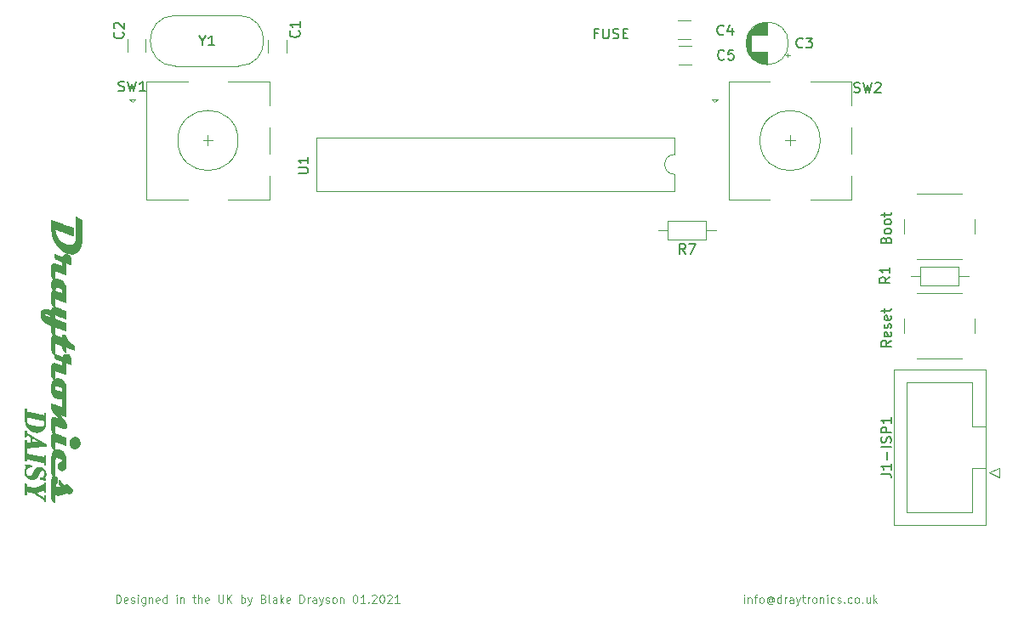
<source format=gto>
G04 #@! TF.GenerationSoftware,KiCad,Pcbnew,(5.1.9-0-10_14)*
G04 #@! TF.CreationDate,2021-01-08T08:42:04+00:00*
G04 #@! TF.ProjectId,Draytronics-Daisy-PCB V1,44726179-7472-46f6-9e69-63732d446169,rev?*
G04 #@! TF.SameCoordinates,Original*
G04 #@! TF.FileFunction,Legend,Top*
G04 #@! TF.FilePolarity,Positive*
%FSLAX46Y46*%
G04 Gerber Fmt 4.6, Leading zero omitted, Abs format (unit mm)*
G04 Created by KiCad (PCBNEW (5.1.9-0-10_14)) date 2021-01-08 08:42:04*
%MOMM*%
%LPD*%
G01*
G04 APERTURE LIST*
%ADD10C,0.125000*%
%ADD11C,0.010000*%
%ADD12C,0.120000*%
%ADD13C,0.150000*%
G04 APERTURE END LIST*
D10*
X93265416Y-82632504D02*
X93265416Y-82099171D01*
X93265416Y-81832504D02*
X93227321Y-81870600D01*
X93265416Y-81908695D01*
X93303511Y-81870600D01*
X93265416Y-81832504D01*
X93265416Y-81908695D01*
X93646369Y-82099171D02*
X93646369Y-82632504D01*
X93646369Y-82175361D02*
X93684464Y-82137266D01*
X93760654Y-82099171D01*
X93874940Y-82099171D01*
X93951130Y-82137266D01*
X93989226Y-82213457D01*
X93989226Y-82632504D01*
X94255892Y-82099171D02*
X94560654Y-82099171D01*
X94370178Y-82632504D02*
X94370178Y-81946790D01*
X94408273Y-81870600D01*
X94484464Y-81832504D01*
X94560654Y-81832504D01*
X94941607Y-82632504D02*
X94865416Y-82594409D01*
X94827321Y-82556314D01*
X94789226Y-82480123D01*
X94789226Y-82251552D01*
X94827321Y-82175361D01*
X94865416Y-82137266D01*
X94941607Y-82099171D01*
X95055892Y-82099171D01*
X95132083Y-82137266D01*
X95170178Y-82175361D01*
X95208273Y-82251552D01*
X95208273Y-82480123D01*
X95170178Y-82556314D01*
X95132083Y-82594409D01*
X95055892Y-82632504D01*
X94941607Y-82632504D01*
X96046369Y-82251552D02*
X96008273Y-82213457D01*
X95932083Y-82175361D01*
X95855892Y-82175361D01*
X95779702Y-82213457D01*
X95741607Y-82251552D01*
X95703511Y-82327742D01*
X95703511Y-82403933D01*
X95741607Y-82480123D01*
X95779702Y-82518219D01*
X95855892Y-82556314D01*
X95932083Y-82556314D01*
X96008273Y-82518219D01*
X96046369Y-82480123D01*
X96046369Y-82175361D02*
X96046369Y-82480123D01*
X96084464Y-82518219D01*
X96122559Y-82518219D01*
X96198750Y-82480123D01*
X96236845Y-82403933D01*
X96236845Y-82213457D01*
X96160654Y-82099171D01*
X96046369Y-82022980D01*
X95893988Y-81984885D01*
X95741607Y-82022980D01*
X95627321Y-82099171D01*
X95551130Y-82213457D01*
X95513035Y-82365838D01*
X95551130Y-82518219D01*
X95627321Y-82632504D01*
X95741607Y-82708695D01*
X95893988Y-82746790D01*
X96046369Y-82708695D01*
X96160654Y-82632504D01*
X96922559Y-82632504D02*
X96922559Y-81832504D01*
X96922559Y-82594409D02*
X96846369Y-82632504D01*
X96693988Y-82632504D01*
X96617797Y-82594409D01*
X96579702Y-82556314D01*
X96541607Y-82480123D01*
X96541607Y-82251552D01*
X96579702Y-82175361D01*
X96617797Y-82137266D01*
X96693988Y-82099171D01*
X96846369Y-82099171D01*
X96922559Y-82137266D01*
X97303511Y-82632504D02*
X97303511Y-82099171D01*
X97303511Y-82251552D02*
X97341607Y-82175361D01*
X97379702Y-82137266D01*
X97455892Y-82099171D01*
X97532083Y-82099171D01*
X98141607Y-82632504D02*
X98141607Y-82213457D01*
X98103511Y-82137266D01*
X98027321Y-82099171D01*
X97874940Y-82099171D01*
X97798750Y-82137266D01*
X98141607Y-82594409D02*
X98065416Y-82632504D01*
X97874940Y-82632504D01*
X97798750Y-82594409D01*
X97760654Y-82518219D01*
X97760654Y-82442028D01*
X97798750Y-82365838D01*
X97874940Y-82327742D01*
X98065416Y-82327742D01*
X98141607Y-82289647D01*
X98446369Y-82099171D02*
X98636845Y-82632504D01*
X98827321Y-82099171D02*
X98636845Y-82632504D01*
X98560654Y-82822980D01*
X98522559Y-82861076D01*
X98446369Y-82899171D01*
X99017797Y-82099171D02*
X99322559Y-82099171D01*
X99132083Y-81832504D02*
X99132083Y-82518219D01*
X99170178Y-82594409D01*
X99246369Y-82632504D01*
X99322559Y-82632504D01*
X99589226Y-82632504D02*
X99589226Y-82099171D01*
X99589226Y-82251552D02*
X99627321Y-82175361D01*
X99665416Y-82137266D01*
X99741607Y-82099171D01*
X99817797Y-82099171D01*
X100198750Y-82632504D02*
X100122559Y-82594409D01*
X100084464Y-82556314D01*
X100046369Y-82480123D01*
X100046369Y-82251552D01*
X100084464Y-82175361D01*
X100122559Y-82137266D01*
X100198750Y-82099171D01*
X100313035Y-82099171D01*
X100389226Y-82137266D01*
X100427321Y-82175361D01*
X100465416Y-82251552D01*
X100465416Y-82480123D01*
X100427321Y-82556314D01*
X100389226Y-82594409D01*
X100313035Y-82632504D01*
X100198750Y-82632504D01*
X100808273Y-82099171D02*
X100808273Y-82632504D01*
X100808273Y-82175361D02*
X100846369Y-82137266D01*
X100922559Y-82099171D01*
X101036845Y-82099171D01*
X101113035Y-82137266D01*
X101151130Y-82213457D01*
X101151130Y-82632504D01*
X101532083Y-82632504D02*
X101532083Y-82099171D01*
X101532083Y-81832504D02*
X101493988Y-81870600D01*
X101532083Y-81908695D01*
X101570178Y-81870600D01*
X101532083Y-81832504D01*
X101532083Y-81908695D01*
X102255892Y-82594409D02*
X102179702Y-82632504D01*
X102027321Y-82632504D01*
X101951130Y-82594409D01*
X101913035Y-82556314D01*
X101874940Y-82480123D01*
X101874940Y-82251552D01*
X101913035Y-82175361D01*
X101951130Y-82137266D01*
X102027321Y-82099171D01*
X102179702Y-82099171D01*
X102255892Y-82137266D01*
X102560654Y-82594409D02*
X102636845Y-82632504D01*
X102789226Y-82632504D01*
X102865416Y-82594409D01*
X102903511Y-82518219D01*
X102903511Y-82480123D01*
X102865416Y-82403933D01*
X102789226Y-82365838D01*
X102674940Y-82365838D01*
X102598750Y-82327742D01*
X102560654Y-82251552D01*
X102560654Y-82213457D01*
X102598750Y-82137266D01*
X102674940Y-82099171D01*
X102789226Y-82099171D01*
X102865416Y-82137266D01*
X103246369Y-82556314D02*
X103284464Y-82594409D01*
X103246369Y-82632504D01*
X103208273Y-82594409D01*
X103246369Y-82556314D01*
X103246369Y-82632504D01*
X103970178Y-82594409D02*
X103893988Y-82632504D01*
X103741607Y-82632504D01*
X103665416Y-82594409D01*
X103627321Y-82556314D01*
X103589226Y-82480123D01*
X103589226Y-82251552D01*
X103627321Y-82175361D01*
X103665416Y-82137266D01*
X103741607Y-82099171D01*
X103893988Y-82099171D01*
X103970178Y-82137266D01*
X104427321Y-82632504D02*
X104351130Y-82594409D01*
X104313035Y-82556314D01*
X104274940Y-82480123D01*
X104274940Y-82251552D01*
X104313035Y-82175361D01*
X104351130Y-82137266D01*
X104427321Y-82099171D01*
X104541607Y-82099171D01*
X104617797Y-82137266D01*
X104655892Y-82175361D01*
X104693988Y-82251552D01*
X104693988Y-82480123D01*
X104655892Y-82556314D01*
X104617797Y-82594409D01*
X104541607Y-82632504D01*
X104427321Y-82632504D01*
X105036845Y-82556314D02*
X105074940Y-82594409D01*
X105036845Y-82632504D01*
X104998750Y-82594409D01*
X105036845Y-82556314D01*
X105036845Y-82632504D01*
X105760654Y-82099171D02*
X105760654Y-82632504D01*
X105417797Y-82099171D02*
X105417797Y-82518219D01*
X105455892Y-82594409D01*
X105532083Y-82632504D01*
X105646369Y-82632504D01*
X105722559Y-82594409D01*
X105760654Y-82556314D01*
X106141607Y-82632504D02*
X106141607Y-81832504D01*
X106217797Y-82327742D02*
X106446369Y-82632504D01*
X106446369Y-82099171D02*
X106141607Y-82403933D01*
X30777126Y-82632504D02*
X30777126Y-81832504D01*
X30967602Y-81832504D01*
X31081888Y-81870600D01*
X31158078Y-81946790D01*
X31196173Y-82022980D01*
X31234269Y-82175361D01*
X31234269Y-82289647D01*
X31196173Y-82442028D01*
X31158078Y-82518219D01*
X31081888Y-82594409D01*
X30967602Y-82632504D01*
X30777126Y-82632504D01*
X31881888Y-82594409D02*
X31805697Y-82632504D01*
X31653316Y-82632504D01*
X31577126Y-82594409D01*
X31539030Y-82518219D01*
X31539030Y-82213457D01*
X31577126Y-82137266D01*
X31653316Y-82099171D01*
X31805697Y-82099171D01*
X31881888Y-82137266D01*
X31919983Y-82213457D01*
X31919983Y-82289647D01*
X31539030Y-82365838D01*
X32224745Y-82594409D02*
X32300935Y-82632504D01*
X32453316Y-82632504D01*
X32529507Y-82594409D01*
X32567602Y-82518219D01*
X32567602Y-82480123D01*
X32529507Y-82403933D01*
X32453316Y-82365838D01*
X32339030Y-82365838D01*
X32262840Y-82327742D01*
X32224745Y-82251552D01*
X32224745Y-82213457D01*
X32262840Y-82137266D01*
X32339030Y-82099171D01*
X32453316Y-82099171D01*
X32529507Y-82137266D01*
X32910459Y-82632504D02*
X32910459Y-82099171D01*
X32910459Y-81832504D02*
X32872364Y-81870600D01*
X32910459Y-81908695D01*
X32948554Y-81870600D01*
X32910459Y-81832504D01*
X32910459Y-81908695D01*
X33634269Y-82099171D02*
X33634269Y-82746790D01*
X33596173Y-82822980D01*
X33558078Y-82861076D01*
X33481888Y-82899171D01*
X33367602Y-82899171D01*
X33291411Y-82861076D01*
X33634269Y-82594409D02*
X33558078Y-82632504D01*
X33405697Y-82632504D01*
X33329507Y-82594409D01*
X33291411Y-82556314D01*
X33253316Y-82480123D01*
X33253316Y-82251552D01*
X33291411Y-82175361D01*
X33329507Y-82137266D01*
X33405697Y-82099171D01*
X33558078Y-82099171D01*
X33634269Y-82137266D01*
X34015221Y-82099171D02*
X34015221Y-82632504D01*
X34015221Y-82175361D02*
X34053316Y-82137266D01*
X34129507Y-82099171D01*
X34243792Y-82099171D01*
X34319983Y-82137266D01*
X34358078Y-82213457D01*
X34358078Y-82632504D01*
X35043792Y-82594409D02*
X34967602Y-82632504D01*
X34815221Y-82632504D01*
X34739030Y-82594409D01*
X34700935Y-82518219D01*
X34700935Y-82213457D01*
X34739030Y-82137266D01*
X34815221Y-82099171D01*
X34967602Y-82099171D01*
X35043792Y-82137266D01*
X35081888Y-82213457D01*
X35081888Y-82289647D01*
X34700935Y-82365838D01*
X35767602Y-82632504D02*
X35767602Y-81832504D01*
X35767602Y-82594409D02*
X35691411Y-82632504D01*
X35539030Y-82632504D01*
X35462840Y-82594409D01*
X35424745Y-82556314D01*
X35386650Y-82480123D01*
X35386650Y-82251552D01*
X35424745Y-82175361D01*
X35462840Y-82137266D01*
X35539030Y-82099171D01*
X35691411Y-82099171D01*
X35767602Y-82137266D01*
X36758078Y-82632504D02*
X36758078Y-82099171D01*
X36758078Y-81832504D02*
X36719983Y-81870600D01*
X36758078Y-81908695D01*
X36796173Y-81870600D01*
X36758078Y-81832504D01*
X36758078Y-81908695D01*
X37139030Y-82099171D02*
X37139030Y-82632504D01*
X37139030Y-82175361D02*
X37177126Y-82137266D01*
X37253316Y-82099171D01*
X37367602Y-82099171D01*
X37443792Y-82137266D01*
X37481888Y-82213457D01*
X37481888Y-82632504D01*
X38358078Y-82099171D02*
X38662840Y-82099171D01*
X38472364Y-81832504D02*
X38472364Y-82518219D01*
X38510459Y-82594409D01*
X38586650Y-82632504D01*
X38662840Y-82632504D01*
X38929507Y-82632504D02*
X38929507Y-81832504D01*
X39272364Y-82632504D02*
X39272364Y-82213457D01*
X39234269Y-82137266D01*
X39158078Y-82099171D01*
X39043792Y-82099171D01*
X38967602Y-82137266D01*
X38929507Y-82175361D01*
X39958078Y-82594409D02*
X39881888Y-82632504D01*
X39729507Y-82632504D01*
X39653316Y-82594409D01*
X39615221Y-82518219D01*
X39615221Y-82213457D01*
X39653316Y-82137266D01*
X39729507Y-82099171D01*
X39881888Y-82099171D01*
X39958078Y-82137266D01*
X39996173Y-82213457D01*
X39996173Y-82289647D01*
X39615221Y-82365838D01*
X40948554Y-81832504D02*
X40948554Y-82480123D01*
X40986650Y-82556314D01*
X41024745Y-82594409D01*
X41100935Y-82632504D01*
X41253316Y-82632504D01*
X41329507Y-82594409D01*
X41367602Y-82556314D01*
X41405697Y-82480123D01*
X41405697Y-81832504D01*
X41786650Y-82632504D02*
X41786650Y-81832504D01*
X42243792Y-82632504D02*
X41900935Y-82175361D01*
X42243792Y-81832504D02*
X41786650Y-82289647D01*
X43196173Y-82632504D02*
X43196173Y-81832504D01*
X43196173Y-82137266D02*
X43272364Y-82099171D01*
X43424745Y-82099171D01*
X43500935Y-82137266D01*
X43539030Y-82175361D01*
X43577126Y-82251552D01*
X43577126Y-82480123D01*
X43539030Y-82556314D01*
X43500935Y-82594409D01*
X43424745Y-82632504D01*
X43272364Y-82632504D01*
X43196173Y-82594409D01*
X43843792Y-82099171D02*
X44034269Y-82632504D01*
X44224745Y-82099171D02*
X44034269Y-82632504D01*
X43958078Y-82822980D01*
X43919983Y-82861076D01*
X43843792Y-82899171D01*
X45405697Y-82213457D02*
X45519983Y-82251552D01*
X45558078Y-82289647D01*
X45596173Y-82365838D01*
X45596173Y-82480123D01*
X45558078Y-82556314D01*
X45519983Y-82594409D01*
X45443792Y-82632504D01*
X45139030Y-82632504D01*
X45139030Y-81832504D01*
X45405697Y-81832504D01*
X45481888Y-81870600D01*
X45519983Y-81908695D01*
X45558078Y-81984885D01*
X45558078Y-82061076D01*
X45519983Y-82137266D01*
X45481888Y-82175361D01*
X45405697Y-82213457D01*
X45139030Y-82213457D01*
X46053316Y-82632504D02*
X45977126Y-82594409D01*
X45939030Y-82518219D01*
X45939030Y-81832504D01*
X46700935Y-82632504D02*
X46700935Y-82213457D01*
X46662840Y-82137266D01*
X46586650Y-82099171D01*
X46434269Y-82099171D01*
X46358078Y-82137266D01*
X46700935Y-82594409D02*
X46624745Y-82632504D01*
X46434269Y-82632504D01*
X46358078Y-82594409D01*
X46319983Y-82518219D01*
X46319983Y-82442028D01*
X46358078Y-82365838D01*
X46434269Y-82327742D01*
X46624745Y-82327742D01*
X46700935Y-82289647D01*
X47081888Y-82632504D02*
X47081888Y-81832504D01*
X47158078Y-82327742D02*
X47386650Y-82632504D01*
X47386650Y-82099171D02*
X47081888Y-82403933D01*
X48034269Y-82594409D02*
X47958078Y-82632504D01*
X47805697Y-82632504D01*
X47729507Y-82594409D01*
X47691411Y-82518219D01*
X47691411Y-82213457D01*
X47729507Y-82137266D01*
X47805697Y-82099171D01*
X47958078Y-82099171D01*
X48034269Y-82137266D01*
X48072364Y-82213457D01*
X48072364Y-82289647D01*
X47691411Y-82365838D01*
X49024745Y-82632504D02*
X49024745Y-81832504D01*
X49215221Y-81832504D01*
X49329507Y-81870600D01*
X49405697Y-81946790D01*
X49443792Y-82022980D01*
X49481888Y-82175361D01*
X49481888Y-82289647D01*
X49443792Y-82442028D01*
X49405697Y-82518219D01*
X49329507Y-82594409D01*
X49215221Y-82632504D01*
X49024745Y-82632504D01*
X49824745Y-82632504D02*
X49824745Y-82099171D01*
X49824745Y-82251552D02*
X49862840Y-82175361D01*
X49900935Y-82137266D01*
X49977126Y-82099171D01*
X50053316Y-82099171D01*
X50662840Y-82632504D02*
X50662840Y-82213457D01*
X50624745Y-82137266D01*
X50548554Y-82099171D01*
X50396173Y-82099171D01*
X50319983Y-82137266D01*
X50662840Y-82594409D02*
X50586650Y-82632504D01*
X50396173Y-82632504D01*
X50319983Y-82594409D01*
X50281888Y-82518219D01*
X50281888Y-82442028D01*
X50319983Y-82365838D01*
X50396173Y-82327742D01*
X50586650Y-82327742D01*
X50662840Y-82289647D01*
X50967602Y-82099171D02*
X51158078Y-82632504D01*
X51348554Y-82099171D02*
X51158078Y-82632504D01*
X51081888Y-82822980D01*
X51043792Y-82861076D01*
X50967602Y-82899171D01*
X51615221Y-82594409D02*
X51691411Y-82632504D01*
X51843792Y-82632504D01*
X51919983Y-82594409D01*
X51958078Y-82518219D01*
X51958078Y-82480123D01*
X51919983Y-82403933D01*
X51843792Y-82365838D01*
X51729507Y-82365838D01*
X51653316Y-82327742D01*
X51615221Y-82251552D01*
X51615221Y-82213457D01*
X51653316Y-82137266D01*
X51729507Y-82099171D01*
X51843792Y-82099171D01*
X51919983Y-82137266D01*
X52415221Y-82632504D02*
X52339030Y-82594409D01*
X52300935Y-82556314D01*
X52262840Y-82480123D01*
X52262840Y-82251552D01*
X52300935Y-82175361D01*
X52339030Y-82137266D01*
X52415221Y-82099171D01*
X52529507Y-82099171D01*
X52605697Y-82137266D01*
X52643792Y-82175361D01*
X52681888Y-82251552D01*
X52681888Y-82480123D01*
X52643792Y-82556314D01*
X52605697Y-82594409D01*
X52529507Y-82632504D01*
X52415221Y-82632504D01*
X53024745Y-82099171D02*
X53024745Y-82632504D01*
X53024745Y-82175361D02*
X53062840Y-82137266D01*
X53139030Y-82099171D01*
X53253316Y-82099171D01*
X53329507Y-82137266D01*
X53367602Y-82213457D01*
X53367602Y-82632504D01*
X54510459Y-81832504D02*
X54586650Y-81832504D01*
X54662840Y-81870600D01*
X54700935Y-81908695D01*
X54739030Y-81984885D01*
X54777126Y-82137266D01*
X54777126Y-82327742D01*
X54739030Y-82480123D01*
X54700935Y-82556314D01*
X54662840Y-82594409D01*
X54586650Y-82632504D01*
X54510459Y-82632504D01*
X54434269Y-82594409D01*
X54396173Y-82556314D01*
X54358078Y-82480123D01*
X54319983Y-82327742D01*
X54319983Y-82137266D01*
X54358078Y-81984885D01*
X54396173Y-81908695D01*
X54434269Y-81870600D01*
X54510459Y-81832504D01*
X55539030Y-82632504D02*
X55081888Y-82632504D01*
X55310459Y-82632504D02*
X55310459Y-81832504D01*
X55234269Y-81946790D01*
X55158078Y-82022980D01*
X55081888Y-82061076D01*
X55881888Y-82556314D02*
X55919983Y-82594409D01*
X55881888Y-82632504D01*
X55843792Y-82594409D01*
X55881888Y-82556314D01*
X55881888Y-82632504D01*
X56224745Y-81908695D02*
X56262840Y-81870600D01*
X56339030Y-81832504D01*
X56529507Y-81832504D01*
X56605697Y-81870600D01*
X56643792Y-81908695D01*
X56681888Y-81984885D01*
X56681888Y-82061076D01*
X56643792Y-82175361D01*
X56186650Y-82632504D01*
X56681888Y-82632504D01*
X57177126Y-81832504D02*
X57253316Y-81832504D01*
X57329507Y-81870600D01*
X57367602Y-81908695D01*
X57405697Y-81984885D01*
X57443792Y-82137266D01*
X57443792Y-82327742D01*
X57405697Y-82480123D01*
X57367602Y-82556314D01*
X57329507Y-82594409D01*
X57253316Y-82632504D01*
X57177126Y-82632504D01*
X57100935Y-82594409D01*
X57062840Y-82556314D01*
X57024745Y-82480123D01*
X56986650Y-82327742D01*
X56986650Y-82137266D01*
X57024745Y-81984885D01*
X57062840Y-81908695D01*
X57100935Y-81870600D01*
X57177126Y-81832504D01*
X57748554Y-81908695D02*
X57786650Y-81870600D01*
X57862840Y-81832504D01*
X58053316Y-81832504D01*
X58129507Y-81870600D01*
X58167602Y-81908695D01*
X58205697Y-81984885D01*
X58205697Y-82061076D01*
X58167602Y-82175361D01*
X57710459Y-82632504D01*
X58205697Y-82632504D01*
X58967602Y-82632504D02*
X58510459Y-82632504D01*
X58739030Y-82632504D02*
X58739030Y-81832504D01*
X58662840Y-81946790D01*
X58586650Y-82022980D01*
X58510459Y-82061076D01*
D11*
G36*
X27109562Y-66725932D02*
G01*
X27101037Y-66786407D01*
X27094885Y-66814700D01*
X27077671Y-66871401D01*
X27054467Y-66925883D01*
X27025788Y-66977561D01*
X26992151Y-67025849D01*
X26954072Y-67070163D01*
X26912067Y-67109916D01*
X26866651Y-67144525D01*
X26818340Y-67173403D01*
X26767652Y-67195966D01*
X26754628Y-67200565D01*
X26703856Y-67214060D01*
X26650097Y-67221877D01*
X26594934Y-67223975D01*
X26539948Y-67220315D01*
X26486720Y-67210856D01*
X26474058Y-67207631D01*
X26422817Y-67190055D01*
X26373322Y-67165798D01*
X26326109Y-67135335D01*
X26281713Y-67099139D01*
X26240670Y-67057685D01*
X26203516Y-67011447D01*
X26170785Y-66960901D01*
X26149214Y-66919928D01*
X26125787Y-66862570D01*
X26108635Y-66802028D01*
X26097852Y-66738915D01*
X26093527Y-66673844D01*
X26095754Y-66607428D01*
X26098495Y-66580657D01*
X26109617Y-66516524D01*
X26126947Y-66456067D01*
X26150623Y-66399001D01*
X26180782Y-66345044D01*
X26217561Y-66293912D01*
X26261099Y-66245322D01*
X26261744Y-66244671D01*
X26306928Y-66203401D01*
X26353652Y-66169158D01*
X26402234Y-66141815D01*
X26452989Y-66121247D01*
X26506234Y-66107328D01*
X26562285Y-66099932D01*
X26621460Y-66098932D01*
X26626929Y-66099151D01*
X26684745Y-66104932D01*
X26739425Y-66117119D01*
X26791616Y-66135921D01*
X26841963Y-66161552D01*
X26868070Y-66177942D01*
X26896270Y-66199230D01*
X26925866Y-66225894D01*
X26955627Y-66256544D01*
X26984325Y-66289792D01*
X27010730Y-66324248D01*
X27033613Y-66358521D01*
X27044616Y-66377457D01*
X27068654Y-66428548D01*
X27087569Y-66483841D01*
X27101238Y-66542282D01*
X27109541Y-66602814D01*
X27112356Y-66664382D01*
X27109562Y-66725932D01*
G37*
X27109562Y-66725932D02*
X27101037Y-66786407D01*
X27094885Y-66814700D01*
X27077671Y-66871401D01*
X27054467Y-66925883D01*
X27025788Y-66977561D01*
X26992151Y-67025849D01*
X26954072Y-67070163D01*
X26912067Y-67109916D01*
X26866651Y-67144525D01*
X26818340Y-67173403D01*
X26767652Y-67195966D01*
X26754628Y-67200565D01*
X26703856Y-67214060D01*
X26650097Y-67221877D01*
X26594934Y-67223975D01*
X26539948Y-67220315D01*
X26486720Y-67210856D01*
X26474058Y-67207631D01*
X26422817Y-67190055D01*
X26373322Y-67165798D01*
X26326109Y-67135335D01*
X26281713Y-67099139D01*
X26240670Y-67057685D01*
X26203516Y-67011447D01*
X26170785Y-66960901D01*
X26149214Y-66919928D01*
X26125787Y-66862570D01*
X26108635Y-66802028D01*
X26097852Y-66738915D01*
X26093527Y-66673844D01*
X26095754Y-66607428D01*
X26098495Y-66580657D01*
X26109617Y-66516524D01*
X26126947Y-66456067D01*
X26150623Y-66399001D01*
X26180782Y-66345044D01*
X26217561Y-66293912D01*
X26261099Y-66245322D01*
X26261744Y-66244671D01*
X26306928Y-66203401D01*
X26353652Y-66169158D01*
X26402234Y-66141815D01*
X26452989Y-66121247D01*
X26506234Y-66107328D01*
X26562285Y-66099932D01*
X26621460Y-66098932D01*
X26626929Y-66099151D01*
X26684745Y-66104932D01*
X26739425Y-66117119D01*
X26791616Y-66135921D01*
X26841963Y-66161552D01*
X26868070Y-66177942D01*
X26896270Y-66199230D01*
X26925866Y-66225894D01*
X26955627Y-66256544D01*
X26984325Y-66289792D01*
X27010730Y-66324248D01*
X27033613Y-66358521D01*
X27044616Y-66377457D01*
X27068654Y-66428548D01*
X27087569Y-66483841D01*
X27101238Y-66542282D01*
X27109541Y-66602814D01*
X27112356Y-66664382D01*
X27109562Y-66725932D01*
G36*
X26385111Y-71397453D02*
G01*
X26370864Y-71452335D01*
X26354062Y-71500900D01*
X26334434Y-71543720D01*
X26311709Y-71581366D01*
X26285615Y-71614408D01*
X26278487Y-71622065D01*
X26246249Y-71651306D01*
X26211729Y-71674029D01*
X26173815Y-71690878D01*
X26145462Y-71699327D01*
X26125789Y-71702740D01*
X26101026Y-71704844D01*
X26073223Y-71705641D01*
X26044426Y-71705131D01*
X26016684Y-71703318D01*
X25992047Y-71700203D01*
X25986472Y-71699194D01*
X25944973Y-71689162D01*
X25903425Y-71675521D01*
X25863828Y-71659070D01*
X25828180Y-71640606D01*
X25808415Y-71628138D01*
X25798854Y-71621949D01*
X25791587Y-71617950D01*
X25789129Y-71617114D01*
X25785253Y-71618378D01*
X25775186Y-71622022D01*
X25759513Y-71627827D01*
X25738819Y-71635572D01*
X25713689Y-71645038D01*
X25684706Y-71656002D01*
X25652456Y-71668246D01*
X25617523Y-71681549D01*
X25580493Y-71695691D01*
X25573508Y-71698363D01*
X25534046Y-71713409D01*
X25494917Y-71728228D01*
X25456937Y-71742520D01*
X25420918Y-71755981D01*
X25387676Y-71768309D01*
X25358026Y-71779202D01*
X25332781Y-71788358D01*
X25312757Y-71795475D01*
X25299840Y-71799897D01*
X25225697Y-71823080D01*
X25156870Y-71841740D01*
X25093015Y-71855895D01*
X25033784Y-71865558D01*
X24978831Y-71870747D01*
X24927811Y-71871477D01*
X24880376Y-71867764D01*
X24836182Y-71859625D01*
X24794881Y-71847073D01*
X24756127Y-71830127D01*
X24746858Y-71825239D01*
X24721581Y-71809845D01*
X24694124Y-71790354D01*
X24666730Y-71768426D01*
X24649493Y-71753165D01*
X24627115Y-71732447D01*
X24627115Y-72576091D01*
X24605056Y-72573785D01*
X24567470Y-72566224D01*
X24530414Y-72551498D01*
X24494045Y-72529690D01*
X24458514Y-72500883D01*
X24445492Y-72488346D01*
X24407718Y-72445375D01*
X24374279Y-72396943D01*
X24345462Y-72343611D01*
X24321554Y-72285940D01*
X24302841Y-72224494D01*
X24296214Y-72195871D01*
X24287843Y-72155957D01*
X24287843Y-71252443D01*
X24287845Y-71156525D01*
X24287853Y-71067588D01*
X24287867Y-70985352D01*
X24287891Y-70909542D01*
X24287925Y-70839879D01*
X24287973Y-70776087D01*
X24288035Y-70717888D01*
X24288115Y-70665003D01*
X24288213Y-70617158D01*
X24288331Y-70574072D01*
X24288472Y-70535470D01*
X24288638Y-70501074D01*
X24288830Y-70470607D01*
X24289050Y-70443791D01*
X24289300Y-70420348D01*
X24289583Y-70400002D01*
X24289899Y-70382475D01*
X24290252Y-70367489D01*
X24290642Y-70354768D01*
X24291073Y-70344034D01*
X24291545Y-70335009D01*
X24292060Y-70327417D01*
X24292621Y-70320979D01*
X24293230Y-70315418D01*
X24293888Y-70310458D01*
X24294378Y-70307200D01*
X24303752Y-70255750D01*
X24314910Y-70210542D01*
X24328173Y-70170706D01*
X24343866Y-70135376D01*
X24362311Y-70103683D01*
X24378418Y-70081433D01*
X24404871Y-70053176D01*
X24435244Y-70030644D01*
X24470143Y-70013448D01*
X24497695Y-70004346D01*
X24526118Y-69996547D01*
X24504952Y-69983419D01*
X24464687Y-69954328D01*
X24427368Y-69919073D01*
X24393459Y-69878311D01*
X24363423Y-69832695D01*
X24337723Y-69782883D01*
X24316823Y-69729529D01*
X24309983Y-69707592D01*
X24307449Y-69699032D01*
X24305117Y-69691348D01*
X24302978Y-69684225D01*
X24301024Y-69677348D01*
X24299246Y-69670403D01*
X24297637Y-69663076D01*
X24296187Y-69655051D01*
X24294887Y-69646013D01*
X24293730Y-69635649D01*
X24292708Y-69623643D01*
X24291810Y-69609681D01*
X24291030Y-69593447D01*
X24290358Y-69574629D01*
X24289787Y-69552909D01*
X24289307Y-69527975D01*
X24288910Y-69499511D01*
X24288587Y-69467203D01*
X24288331Y-69430736D01*
X24288132Y-69389795D01*
X24287983Y-69344066D01*
X24287874Y-69293234D01*
X24287798Y-69236984D01*
X24287745Y-69175001D01*
X24287707Y-69106972D01*
X24287677Y-69032580D01*
X24287644Y-68951513D01*
X24287609Y-68877543D01*
X24287577Y-68804821D01*
X24287557Y-68733911D01*
X24287550Y-68665162D01*
X24287554Y-68598926D01*
X24287570Y-68535555D01*
X24287598Y-68475401D01*
X24287636Y-68418814D01*
X24287684Y-68366148D01*
X24287742Y-68317752D01*
X24287810Y-68273980D01*
X24287887Y-68235181D01*
X24287973Y-68201709D01*
X24288067Y-68173914D01*
X24288169Y-68152148D01*
X24288279Y-68136763D01*
X24288396Y-68128109D01*
X24288456Y-68126428D01*
X24296565Y-68040653D01*
X24307534Y-67960896D01*
X24321528Y-67886436D01*
X24338713Y-67816553D01*
X24359254Y-67750527D01*
X24383315Y-67687637D01*
X24395341Y-67660157D01*
X24426938Y-67597090D01*
X24461366Y-67540644D01*
X24498748Y-67490705D01*
X24539210Y-67447161D01*
X24582877Y-67409897D01*
X24629873Y-67378800D01*
X24680323Y-67353758D01*
X24734352Y-67334656D01*
X24761372Y-67327616D01*
X24781845Y-67323978D01*
X24807658Y-67321099D01*
X24836926Y-67319049D01*
X24867765Y-67317896D01*
X24898289Y-67317707D01*
X24926615Y-67318551D01*
X24950857Y-67320496D01*
X24952471Y-67320690D01*
X25028170Y-67333386D01*
X25100291Y-67352348D01*
X25168866Y-67377598D01*
X25233923Y-67409158D01*
X25295494Y-67447048D01*
X25353609Y-67491291D01*
X25408297Y-67541907D01*
X25459589Y-67598917D01*
X25507515Y-67662343D01*
X25552105Y-67732207D01*
X25564658Y-67754105D01*
X25607153Y-67837454D01*
X25643382Y-67924378D01*
X25673361Y-68014926D01*
X25697105Y-68109148D01*
X25713711Y-68200814D01*
X25716681Y-68221018D01*
X25719311Y-68239699D01*
X25721622Y-68257416D01*
X25723635Y-68274729D01*
X25725370Y-68292197D01*
X25726848Y-68310378D01*
X25728089Y-68329832D01*
X25729113Y-68351118D01*
X25729943Y-68374795D01*
X25730597Y-68401423D01*
X25731097Y-68431560D01*
X25731463Y-68465765D01*
X25731716Y-68504598D01*
X25731877Y-68548619D01*
X25731965Y-68598385D01*
X25732002Y-68654456D01*
X25732008Y-68697928D01*
X25732007Y-68757727D01*
X25731984Y-68810761D01*
X25731912Y-68857524D01*
X25731765Y-68898510D01*
X25731515Y-68934211D01*
X25731136Y-68965120D01*
X25730602Y-68991731D01*
X25729885Y-69014536D01*
X25728960Y-69034030D01*
X25727798Y-69050703D01*
X25726374Y-69065051D01*
X25724660Y-69077566D01*
X25722631Y-69088741D01*
X25720259Y-69099070D01*
X25717518Y-69109044D01*
X25714381Y-69119158D01*
X25710821Y-69129905D01*
X25708190Y-69137693D01*
X25688731Y-69185440D01*
X25663729Y-69230803D01*
X25633896Y-69272957D01*
X25599944Y-69311073D01*
X25562586Y-69344326D01*
X25522536Y-69371889D01*
X25492727Y-69387611D01*
X25446278Y-69405154D01*
X25397610Y-69416200D01*
X25347692Y-69420771D01*
X25297491Y-69418891D01*
X25247974Y-69410583D01*
X25200110Y-69395869D01*
X25164143Y-69379754D01*
X25121014Y-69353516D01*
X25080609Y-69321094D01*
X25043700Y-69283293D01*
X25011058Y-69240919D01*
X24983454Y-69194776D01*
X24979412Y-69186806D01*
X24963840Y-69152073D01*
X24952237Y-69118193D01*
X24944131Y-69083166D01*
X24939047Y-69044994D01*
X24936666Y-69006357D01*
X24936071Y-68967729D01*
X24937394Y-68934154D01*
X24940837Y-68903630D01*
X24946604Y-68874158D01*
X24952173Y-68852938D01*
X24969038Y-68805979D01*
X24991858Y-68760817D01*
X25019913Y-68718252D01*
X25052482Y-68679083D01*
X25088844Y-68644111D01*
X25128280Y-68614134D01*
X25170067Y-68589953D01*
X25201259Y-68576560D01*
X25222331Y-68569345D01*
X25241919Y-68563973D01*
X25261925Y-68560123D01*
X25284252Y-68557475D01*
X25310800Y-68555705D01*
X25329243Y-68554943D01*
X25390929Y-68552785D01*
X25391882Y-68425337D01*
X25392835Y-68297890D01*
X25382811Y-68293866D01*
X25375125Y-68290962D01*
X25361499Y-68286009D01*
X25342618Y-68279247D01*
X25319169Y-68270915D01*
X25291838Y-68261253D01*
X25261311Y-68250500D01*
X25228273Y-68238896D01*
X25193412Y-68226679D01*
X25157412Y-68214090D01*
X25120961Y-68201366D01*
X25084745Y-68188749D01*
X25049449Y-68176477D01*
X25015759Y-68164789D01*
X24984363Y-68153925D01*
X24955945Y-68144124D01*
X24931192Y-68135625D01*
X24910791Y-68128669D01*
X24895426Y-68123494D01*
X24885785Y-68120339D01*
X24882949Y-68119494D01*
X24842398Y-68112209D01*
X24804258Y-68110976D01*
X24769016Y-68115723D01*
X24737158Y-68126380D01*
X24709169Y-68142875D01*
X24706077Y-68145257D01*
X24691174Y-68160149D01*
X24676425Y-68180498D01*
X24662903Y-68204563D01*
X24651679Y-68230603D01*
X24649209Y-68237665D01*
X24646836Y-68244748D01*
X24644640Y-68251350D01*
X24642612Y-68257761D01*
X24640747Y-68264269D01*
X24639038Y-68271164D01*
X24637478Y-68278734D01*
X24636060Y-68287268D01*
X24634778Y-68297056D01*
X24633624Y-68308385D01*
X24632592Y-68321547D01*
X24631675Y-68336828D01*
X24630866Y-68354519D01*
X24630159Y-68374908D01*
X24629546Y-68398284D01*
X24629021Y-68424937D01*
X24628578Y-68455154D01*
X24628209Y-68489226D01*
X24627907Y-68527441D01*
X24627666Y-68570088D01*
X24627479Y-68617456D01*
X24627340Y-68669835D01*
X24627240Y-68727512D01*
X24627175Y-68790778D01*
X24627136Y-68859920D01*
X24627118Y-68935229D01*
X24627112Y-69016993D01*
X24627114Y-69105501D01*
X24627115Y-69178978D01*
X24627115Y-69998633D01*
X24637093Y-70000647D01*
X24675130Y-70010475D01*
X24708213Y-70023988D01*
X24738101Y-70042118D01*
X24766555Y-70065796D01*
X24774072Y-70073112D01*
X24806979Y-70111076D01*
X24834033Y-70153226D01*
X24855260Y-70199622D01*
X24870689Y-70250328D01*
X24880346Y-70305403D01*
X24881264Y-70313712D01*
X24883178Y-70363711D01*
X24879060Y-70417725D01*
X24868913Y-70475739D01*
X24852743Y-70537741D01*
X24830554Y-70603717D01*
X24802351Y-70673655D01*
X24768138Y-70747541D01*
X24727920Y-70825361D01*
X24681703Y-70907104D01*
X24658545Y-70945828D01*
X24630976Y-70991185D01*
X24640838Y-70999471D01*
X24662141Y-71015613D01*
X24688245Y-71032645D01*
X24717012Y-71049330D01*
X24746306Y-71064427D01*
X24773990Y-71076697D01*
X24774024Y-71076710D01*
X24821930Y-71092279D01*
X24870059Y-71100738D01*
X24918911Y-71102121D01*
X24968986Y-71096462D01*
X24991786Y-71091690D01*
X25014664Y-71085856D01*
X25042670Y-71078090D01*
X25074100Y-71068912D01*
X25107252Y-71058844D01*
X25140423Y-71048406D01*
X25171911Y-71038120D01*
X25200014Y-71028505D01*
X25210169Y-71024876D01*
X25243494Y-71012779D01*
X25134876Y-70893495D01*
X25026258Y-70774212D01*
X25026258Y-70562477D01*
X25026280Y-70524027D01*
X25026344Y-70487826D01*
X25026447Y-70454509D01*
X25026583Y-70424713D01*
X25026750Y-70399073D01*
X25026942Y-70378226D01*
X25027156Y-70362807D01*
X25027388Y-70353453D01*
X25027603Y-70350743D01*
X25030198Y-70353349D01*
X25037395Y-70360939D01*
X25048871Y-70373162D01*
X25064303Y-70389673D01*
X25083368Y-70410124D01*
X25105742Y-70434166D01*
X25131102Y-70461453D01*
X25159126Y-70491637D01*
X25189489Y-70524371D01*
X25221868Y-70559306D01*
X25255941Y-70596096D01*
X25288784Y-70631582D01*
X25548620Y-70912422D01*
X25593504Y-70889692D01*
X25629353Y-70872574D01*
X25662436Y-70859253D01*
X25694929Y-70849106D01*
X25729005Y-70841515D01*
X25766838Y-70835857D01*
X25791393Y-70833214D01*
X25836257Y-70828916D01*
X25860336Y-70852398D01*
X25866554Y-70858357D01*
X25877648Y-70868874D01*
X25893193Y-70883548D01*
X25912764Y-70901981D01*
X25935936Y-70923772D01*
X25962284Y-70948524D01*
X25991383Y-70975836D01*
X26022808Y-71005310D01*
X26056134Y-71036545D01*
X26090936Y-71069143D01*
X26123900Y-71100002D01*
X26159450Y-71133277D01*
X26193749Y-71165395D01*
X26226392Y-71195974D01*
X26256972Y-71224633D01*
X26285083Y-71250990D01*
X26310318Y-71274665D01*
X26332271Y-71295276D01*
X26350535Y-71312442D01*
X26364704Y-71325781D01*
X26374372Y-71334911D01*
X26379051Y-71339375D01*
X26394716Y-71354625D01*
X26385111Y-71397453D01*
G37*
X26385111Y-71397453D02*
X26370864Y-71452335D01*
X26354062Y-71500900D01*
X26334434Y-71543720D01*
X26311709Y-71581366D01*
X26285615Y-71614408D01*
X26278487Y-71622065D01*
X26246249Y-71651306D01*
X26211729Y-71674029D01*
X26173815Y-71690878D01*
X26145462Y-71699327D01*
X26125789Y-71702740D01*
X26101026Y-71704844D01*
X26073223Y-71705641D01*
X26044426Y-71705131D01*
X26016684Y-71703318D01*
X25992047Y-71700203D01*
X25986472Y-71699194D01*
X25944973Y-71689162D01*
X25903425Y-71675521D01*
X25863828Y-71659070D01*
X25828180Y-71640606D01*
X25808415Y-71628138D01*
X25798854Y-71621949D01*
X25791587Y-71617950D01*
X25789129Y-71617114D01*
X25785253Y-71618378D01*
X25775186Y-71622022D01*
X25759513Y-71627827D01*
X25738819Y-71635572D01*
X25713689Y-71645038D01*
X25684706Y-71656002D01*
X25652456Y-71668246D01*
X25617523Y-71681549D01*
X25580493Y-71695691D01*
X25573508Y-71698363D01*
X25534046Y-71713409D01*
X25494917Y-71728228D01*
X25456937Y-71742520D01*
X25420918Y-71755981D01*
X25387676Y-71768309D01*
X25358026Y-71779202D01*
X25332781Y-71788358D01*
X25312757Y-71795475D01*
X25299840Y-71799897D01*
X25225697Y-71823080D01*
X25156870Y-71841740D01*
X25093015Y-71855895D01*
X25033784Y-71865558D01*
X24978831Y-71870747D01*
X24927811Y-71871477D01*
X24880376Y-71867764D01*
X24836182Y-71859625D01*
X24794881Y-71847073D01*
X24756127Y-71830127D01*
X24746858Y-71825239D01*
X24721581Y-71809845D01*
X24694124Y-71790354D01*
X24666730Y-71768426D01*
X24649493Y-71753165D01*
X24627115Y-71732447D01*
X24627115Y-72576091D01*
X24605056Y-72573785D01*
X24567470Y-72566224D01*
X24530414Y-72551498D01*
X24494045Y-72529690D01*
X24458514Y-72500883D01*
X24445492Y-72488346D01*
X24407718Y-72445375D01*
X24374279Y-72396943D01*
X24345462Y-72343611D01*
X24321554Y-72285940D01*
X24302841Y-72224494D01*
X24296214Y-72195871D01*
X24287843Y-72155957D01*
X24287843Y-71252443D01*
X24287845Y-71156525D01*
X24287853Y-71067588D01*
X24287867Y-70985352D01*
X24287891Y-70909542D01*
X24287925Y-70839879D01*
X24287973Y-70776087D01*
X24288035Y-70717888D01*
X24288115Y-70665003D01*
X24288213Y-70617158D01*
X24288331Y-70574072D01*
X24288472Y-70535470D01*
X24288638Y-70501074D01*
X24288830Y-70470607D01*
X24289050Y-70443791D01*
X24289300Y-70420348D01*
X24289583Y-70400002D01*
X24289899Y-70382475D01*
X24290252Y-70367489D01*
X24290642Y-70354768D01*
X24291073Y-70344034D01*
X24291545Y-70335009D01*
X24292060Y-70327417D01*
X24292621Y-70320979D01*
X24293230Y-70315418D01*
X24293888Y-70310458D01*
X24294378Y-70307200D01*
X24303752Y-70255750D01*
X24314910Y-70210542D01*
X24328173Y-70170706D01*
X24343866Y-70135376D01*
X24362311Y-70103683D01*
X24378418Y-70081433D01*
X24404871Y-70053176D01*
X24435244Y-70030644D01*
X24470143Y-70013448D01*
X24497695Y-70004346D01*
X24526118Y-69996547D01*
X24504952Y-69983419D01*
X24464687Y-69954328D01*
X24427368Y-69919073D01*
X24393459Y-69878311D01*
X24363423Y-69832695D01*
X24337723Y-69782883D01*
X24316823Y-69729529D01*
X24309983Y-69707592D01*
X24307449Y-69699032D01*
X24305117Y-69691348D01*
X24302978Y-69684225D01*
X24301024Y-69677348D01*
X24299246Y-69670403D01*
X24297637Y-69663076D01*
X24296187Y-69655051D01*
X24294887Y-69646013D01*
X24293730Y-69635649D01*
X24292708Y-69623643D01*
X24291810Y-69609681D01*
X24291030Y-69593447D01*
X24290358Y-69574629D01*
X24289787Y-69552909D01*
X24289307Y-69527975D01*
X24288910Y-69499511D01*
X24288587Y-69467203D01*
X24288331Y-69430736D01*
X24288132Y-69389795D01*
X24287983Y-69344066D01*
X24287874Y-69293234D01*
X24287798Y-69236984D01*
X24287745Y-69175001D01*
X24287707Y-69106972D01*
X24287677Y-69032580D01*
X24287644Y-68951513D01*
X24287609Y-68877543D01*
X24287577Y-68804821D01*
X24287557Y-68733911D01*
X24287550Y-68665162D01*
X24287554Y-68598926D01*
X24287570Y-68535555D01*
X24287598Y-68475401D01*
X24287636Y-68418814D01*
X24287684Y-68366148D01*
X24287742Y-68317752D01*
X24287810Y-68273980D01*
X24287887Y-68235181D01*
X24287973Y-68201709D01*
X24288067Y-68173914D01*
X24288169Y-68152148D01*
X24288279Y-68136763D01*
X24288396Y-68128109D01*
X24288456Y-68126428D01*
X24296565Y-68040653D01*
X24307534Y-67960896D01*
X24321528Y-67886436D01*
X24338713Y-67816553D01*
X24359254Y-67750527D01*
X24383315Y-67687637D01*
X24395341Y-67660157D01*
X24426938Y-67597090D01*
X24461366Y-67540644D01*
X24498748Y-67490705D01*
X24539210Y-67447161D01*
X24582877Y-67409897D01*
X24629873Y-67378800D01*
X24680323Y-67353758D01*
X24734352Y-67334656D01*
X24761372Y-67327616D01*
X24781845Y-67323978D01*
X24807658Y-67321099D01*
X24836926Y-67319049D01*
X24867765Y-67317896D01*
X24898289Y-67317707D01*
X24926615Y-67318551D01*
X24950857Y-67320496D01*
X24952471Y-67320690D01*
X25028170Y-67333386D01*
X25100291Y-67352348D01*
X25168866Y-67377598D01*
X25233923Y-67409158D01*
X25295494Y-67447048D01*
X25353609Y-67491291D01*
X25408297Y-67541907D01*
X25459589Y-67598917D01*
X25507515Y-67662343D01*
X25552105Y-67732207D01*
X25564658Y-67754105D01*
X25607153Y-67837454D01*
X25643382Y-67924378D01*
X25673361Y-68014926D01*
X25697105Y-68109148D01*
X25713711Y-68200814D01*
X25716681Y-68221018D01*
X25719311Y-68239699D01*
X25721622Y-68257416D01*
X25723635Y-68274729D01*
X25725370Y-68292197D01*
X25726848Y-68310378D01*
X25728089Y-68329832D01*
X25729113Y-68351118D01*
X25729943Y-68374795D01*
X25730597Y-68401423D01*
X25731097Y-68431560D01*
X25731463Y-68465765D01*
X25731716Y-68504598D01*
X25731877Y-68548619D01*
X25731965Y-68598385D01*
X25732002Y-68654456D01*
X25732008Y-68697928D01*
X25732007Y-68757727D01*
X25731984Y-68810761D01*
X25731912Y-68857524D01*
X25731765Y-68898510D01*
X25731515Y-68934211D01*
X25731136Y-68965120D01*
X25730602Y-68991731D01*
X25729885Y-69014536D01*
X25728960Y-69034030D01*
X25727798Y-69050703D01*
X25726374Y-69065051D01*
X25724660Y-69077566D01*
X25722631Y-69088741D01*
X25720259Y-69099070D01*
X25717518Y-69109044D01*
X25714381Y-69119158D01*
X25710821Y-69129905D01*
X25708190Y-69137693D01*
X25688731Y-69185440D01*
X25663729Y-69230803D01*
X25633896Y-69272957D01*
X25599944Y-69311073D01*
X25562586Y-69344326D01*
X25522536Y-69371889D01*
X25492727Y-69387611D01*
X25446278Y-69405154D01*
X25397610Y-69416200D01*
X25347692Y-69420771D01*
X25297491Y-69418891D01*
X25247974Y-69410583D01*
X25200110Y-69395869D01*
X25164143Y-69379754D01*
X25121014Y-69353516D01*
X25080609Y-69321094D01*
X25043700Y-69283293D01*
X25011058Y-69240919D01*
X24983454Y-69194776D01*
X24979412Y-69186806D01*
X24963840Y-69152073D01*
X24952237Y-69118193D01*
X24944131Y-69083166D01*
X24939047Y-69044994D01*
X24936666Y-69006357D01*
X24936071Y-68967729D01*
X24937394Y-68934154D01*
X24940837Y-68903630D01*
X24946604Y-68874158D01*
X24952173Y-68852938D01*
X24969038Y-68805979D01*
X24991858Y-68760817D01*
X25019913Y-68718252D01*
X25052482Y-68679083D01*
X25088844Y-68644111D01*
X25128280Y-68614134D01*
X25170067Y-68589953D01*
X25201259Y-68576560D01*
X25222331Y-68569345D01*
X25241919Y-68563973D01*
X25261925Y-68560123D01*
X25284252Y-68557475D01*
X25310800Y-68555705D01*
X25329243Y-68554943D01*
X25390929Y-68552785D01*
X25391882Y-68425337D01*
X25392835Y-68297890D01*
X25382811Y-68293866D01*
X25375125Y-68290962D01*
X25361499Y-68286009D01*
X25342618Y-68279247D01*
X25319169Y-68270915D01*
X25291838Y-68261253D01*
X25261311Y-68250500D01*
X25228273Y-68238896D01*
X25193412Y-68226679D01*
X25157412Y-68214090D01*
X25120961Y-68201366D01*
X25084745Y-68188749D01*
X25049449Y-68176477D01*
X25015759Y-68164789D01*
X24984363Y-68153925D01*
X24955945Y-68144124D01*
X24931192Y-68135625D01*
X24910791Y-68128669D01*
X24895426Y-68123494D01*
X24885785Y-68120339D01*
X24882949Y-68119494D01*
X24842398Y-68112209D01*
X24804258Y-68110976D01*
X24769016Y-68115723D01*
X24737158Y-68126380D01*
X24709169Y-68142875D01*
X24706077Y-68145257D01*
X24691174Y-68160149D01*
X24676425Y-68180498D01*
X24662903Y-68204563D01*
X24651679Y-68230603D01*
X24649209Y-68237665D01*
X24646836Y-68244748D01*
X24644640Y-68251350D01*
X24642612Y-68257761D01*
X24640747Y-68264269D01*
X24639038Y-68271164D01*
X24637478Y-68278734D01*
X24636060Y-68287268D01*
X24634778Y-68297056D01*
X24633624Y-68308385D01*
X24632592Y-68321547D01*
X24631675Y-68336828D01*
X24630866Y-68354519D01*
X24630159Y-68374908D01*
X24629546Y-68398284D01*
X24629021Y-68424937D01*
X24628578Y-68455154D01*
X24628209Y-68489226D01*
X24627907Y-68527441D01*
X24627666Y-68570088D01*
X24627479Y-68617456D01*
X24627340Y-68669835D01*
X24627240Y-68727512D01*
X24627175Y-68790778D01*
X24627136Y-68859920D01*
X24627118Y-68935229D01*
X24627112Y-69016993D01*
X24627114Y-69105501D01*
X24627115Y-69178978D01*
X24627115Y-69998633D01*
X24637093Y-70000647D01*
X24675130Y-70010475D01*
X24708213Y-70023988D01*
X24738101Y-70042118D01*
X24766555Y-70065796D01*
X24774072Y-70073112D01*
X24806979Y-70111076D01*
X24834033Y-70153226D01*
X24855260Y-70199622D01*
X24870689Y-70250328D01*
X24880346Y-70305403D01*
X24881264Y-70313712D01*
X24883178Y-70363711D01*
X24879060Y-70417725D01*
X24868913Y-70475739D01*
X24852743Y-70537741D01*
X24830554Y-70603717D01*
X24802351Y-70673655D01*
X24768138Y-70747541D01*
X24727920Y-70825361D01*
X24681703Y-70907104D01*
X24658545Y-70945828D01*
X24630976Y-70991185D01*
X24640838Y-70999471D01*
X24662141Y-71015613D01*
X24688245Y-71032645D01*
X24717012Y-71049330D01*
X24746306Y-71064427D01*
X24773990Y-71076697D01*
X24774024Y-71076710D01*
X24821930Y-71092279D01*
X24870059Y-71100738D01*
X24918911Y-71102121D01*
X24968986Y-71096462D01*
X24991786Y-71091690D01*
X25014664Y-71085856D01*
X25042670Y-71078090D01*
X25074100Y-71068912D01*
X25107252Y-71058844D01*
X25140423Y-71048406D01*
X25171911Y-71038120D01*
X25200014Y-71028505D01*
X25210169Y-71024876D01*
X25243494Y-71012779D01*
X25134876Y-70893495D01*
X25026258Y-70774212D01*
X25026258Y-70562477D01*
X25026280Y-70524027D01*
X25026344Y-70487826D01*
X25026447Y-70454509D01*
X25026583Y-70424713D01*
X25026750Y-70399073D01*
X25026942Y-70378226D01*
X25027156Y-70362807D01*
X25027388Y-70353453D01*
X25027603Y-70350743D01*
X25030198Y-70353349D01*
X25037395Y-70360939D01*
X25048871Y-70373162D01*
X25064303Y-70389673D01*
X25083368Y-70410124D01*
X25105742Y-70434166D01*
X25131102Y-70461453D01*
X25159126Y-70491637D01*
X25189489Y-70524371D01*
X25221868Y-70559306D01*
X25255941Y-70596096D01*
X25288784Y-70631582D01*
X25548620Y-70912422D01*
X25593504Y-70889692D01*
X25629353Y-70872574D01*
X25662436Y-70859253D01*
X25694929Y-70849106D01*
X25729005Y-70841515D01*
X25766838Y-70835857D01*
X25791393Y-70833214D01*
X25836257Y-70828916D01*
X25860336Y-70852398D01*
X25866554Y-70858357D01*
X25877648Y-70868874D01*
X25893193Y-70883548D01*
X25912764Y-70901981D01*
X25935936Y-70923772D01*
X25962284Y-70948524D01*
X25991383Y-70975836D01*
X26022808Y-71005310D01*
X26056134Y-71036545D01*
X26090936Y-71069143D01*
X26123900Y-71100002D01*
X26159450Y-71133277D01*
X26193749Y-71165395D01*
X26226392Y-71195974D01*
X26256972Y-71224633D01*
X26285083Y-71250990D01*
X26310318Y-71274665D01*
X26332271Y-71295276D01*
X26350535Y-71312442D01*
X26364704Y-71325781D01*
X26374372Y-71334911D01*
X26379051Y-71339375D01*
X26394716Y-71354625D01*
X26385111Y-71397453D01*
G36*
X27278450Y-45563971D02*
G01*
X27278327Y-45670578D01*
X27278210Y-45770190D01*
X27278095Y-45863071D01*
X27277980Y-45949482D01*
X27277861Y-46029688D01*
X27277734Y-46103950D01*
X27277597Y-46172531D01*
X27277446Y-46235695D01*
X27277278Y-46293703D01*
X27277089Y-46346819D01*
X27276877Y-46395305D01*
X27276637Y-46439425D01*
X27276367Y-46479440D01*
X27276063Y-46515613D01*
X27275722Y-46548208D01*
X27275340Y-46577487D01*
X27274915Y-46603713D01*
X27274443Y-46627148D01*
X27273920Y-46648056D01*
X27273344Y-46666698D01*
X27272711Y-46683338D01*
X27272017Y-46698239D01*
X27271260Y-46711663D01*
X27270436Y-46723873D01*
X27269541Y-46735132D01*
X27268573Y-46745702D01*
X27267528Y-46755846D01*
X27266403Y-46765827D01*
X27265195Y-46775908D01*
X27263900Y-46786352D01*
X27262935Y-46794057D01*
X27247139Y-46897992D01*
X27226347Y-46996894D01*
X27200429Y-47091111D01*
X27169259Y-47180990D01*
X27132709Y-47266879D01*
X27090650Y-47349126D01*
X27042956Y-47428078D01*
X27014944Y-47469280D01*
X26966271Y-47532037D01*
X26912974Y-47589331D01*
X26855309Y-47640985D01*
X26793533Y-47686822D01*
X26727901Y-47726667D01*
X26658670Y-47760343D01*
X26586095Y-47787675D01*
X26528141Y-47804274D01*
X26462464Y-47817737D01*
X26392452Y-47826717D01*
X26319511Y-47831174D01*
X26245045Y-47831067D01*
X26170460Y-47826353D01*
X26097162Y-47816991D01*
X26096686Y-47816914D01*
X26009878Y-47799822D01*
X25922653Y-47776635D01*
X25834547Y-47747192D01*
X25745095Y-47711329D01*
X25653833Y-47668886D01*
X25611585Y-47647352D01*
X25500206Y-47585058D01*
X25393385Y-47517117D01*
X25291123Y-47443531D01*
X25193423Y-47364302D01*
X25100285Y-47279432D01*
X25011712Y-47188922D01*
X24927706Y-47092775D01*
X24848269Y-46990993D01*
X24773402Y-46883577D01*
X24703107Y-46770530D01*
X24637386Y-46651853D01*
X24586336Y-46549128D01*
X24525474Y-46411928D01*
X24471450Y-46272312D01*
X24424279Y-46130324D01*
X24383970Y-45986007D01*
X24350536Y-45839405D01*
X24323988Y-45690562D01*
X24304339Y-45539520D01*
X24298914Y-45484143D01*
X24296958Y-45461472D01*
X24295206Y-45439177D01*
X24293648Y-45416749D01*
X24292271Y-45393680D01*
X24291067Y-45369465D01*
X24290023Y-45343596D01*
X24289129Y-45315565D01*
X24288374Y-45284866D01*
X24287747Y-45250991D01*
X24287238Y-45213433D01*
X24286837Y-45171686D01*
X24286531Y-45125241D01*
X24286310Y-45073591D01*
X24286164Y-45016231D01*
X24286082Y-44952651D01*
X24286053Y-44882346D01*
X24286053Y-44815998D01*
X24286067Y-44760027D01*
X24286100Y-44710526D01*
X24286159Y-44667104D01*
X24286250Y-44629366D01*
X24286378Y-44596921D01*
X24286551Y-44569374D01*
X24286773Y-44546333D01*
X24287053Y-44527406D01*
X24287395Y-44512197D01*
X24287806Y-44500316D01*
X24288292Y-44491369D01*
X24288859Y-44484962D01*
X24289514Y-44480703D01*
X24290262Y-44478198D01*
X24291110Y-44477055D01*
X24292064Y-44476880D01*
X24292379Y-44476961D01*
X24296265Y-44478316D01*
X24306735Y-44481995D01*
X24323530Y-44487904D01*
X24346390Y-44495953D01*
X24375056Y-44506051D01*
X24409268Y-44518105D01*
X24448767Y-44532025D01*
X24493293Y-44547718D01*
X24542586Y-44565094D01*
X24596388Y-44584061D01*
X24654438Y-44604526D01*
X24716478Y-44626400D01*
X24782247Y-44649590D01*
X24851486Y-44674004D01*
X24923936Y-44699553D01*
X24999336Y-44726142D01*
X25077429Y-44753683D01*
X25157953Y-44782082D01*
X25240649Y-44811248D01*
X25325259Y-44841090D01*
X25381858Y-44861054D01*
X26464986Y-45243097D01*
X26465910Y-45626691D01*
X26466008Y-45678787D01*
X26466047Y-45728798D01*
X26466032Y-45776251D01*
X26465963Y-45820673D01*
X26465845Y-45861594D01*
X26465678Y-45898539D01*
X26465467Y-45931037D01*
X26465212Y-45958614D01*
X26464918Y-45980799D01*
X26464586Y-45997119D01*
X26464219Y-46007102D01*
X26463841Y-46010285D01*
X26460297Y-46009093D01*
X26450254Y-46005598D01*
X26434055Y-45999921D01*
X26412042Y-45992183D01*
X26384557Y-45982504D01*
X26351941Y-45971007D01*
X26314538Y-45957811D01*
X26272688Y-45943039D01*
X26226734Y-45926811D01*
X26177019Y-45909249D01*
X26123883Y-45890472D01*
X26067669Y-45870603D01*
X26008719Y-45849762D01*
X25947375Y-45828071D01*
X25883979Y-45805650D01*
X25818874Y-45782621D01*
X25752400Y-45759104D01*
X25684901Y-45735222D01*
X25616717Y-45711093D01*
X25548192Y-45686841D01*
X25479667Y-45662586D01*
X25411485Y-45638448D01*
X25343986Y-45614549D01*
X25277514Y-45591010D01*
X25212410Y-45567953D01*
X25149016Y-45545497D01*
X25087675Y-45523765D01*
X25028728Y-45502877D01*
X24972518Y-45482954D01*
X24919385Y-45464117D01*
X24869674Y-45446488D01*
X24823724Y-45430187D01*
X24781879Y-45415336D01*
X24744481Y-45402056D01*
X24711871Y-45390466D01*
X24684392Y-45380690D01*
X24662385Y-45372847D01*
X24646193Y-45367059D01*
X24636157Y-45363447D01*
X24632871Y-45362237D01*
X24630251Y-45361518D01*
X24628453Y-45362411D01*
X24627389Y-45365927D01*
X24626974Y-45373074D01*
X24627119Y-45384862D01*
X24627738Y-45402301D01*
X24628284Y-45415491D01*
X24635881Y-45513752D01*
X24650394Y-45611302D01*
X24671873Y-45708306D01*
X24700372Y-45804931D01*
X24735941Y-45901342D01*
X24778633Y-45997704D01*
X24828498Y-46094184D01*
X24852982Y-46137154D01*
X24914497Y-46235896D01*
X24979647Y-46328365D01*
X25048445Y-46414579D01*
X25120908Y-46494555D01*
X25197049Y-46568310D01*
X25276884Y-46635862D01*
X25282072Y-46639938D01*
X25337762Y-46680891D01*
X25398343Y-46720699D01*
X25462829Y-46758924D01*
X25530235Y-46795130D01*
X25599574Y-46828880D01*
X25669862Y-46859737D01*
X25740112Y-46887266D01*
X25809339Y-46911030D01*
X25876558Y-46930592D01*
X25940782Y-46945516D01*
X25991458Y-46954116D01*
X26011474Y-46956057D01*
X26037025Y-46957310D01*
X26066422Y-46957892D01*
X26097979Y-46957819D01*
X26130007Y-46957109D01*
X26160818Y-46955779D01*
X26188724Y-46953846D01*
X26207358Y-46951934D01*
X26275893Y-46941016D01*
X26339262Y-46925669D01*
X26397567Y-46905763D01*
X26450910Y-46881168D01*
X26499394Y-46851756D01*
X26543123Y-46817397D01*
X26582199Y-46777962D01*
X26616724Y-46733322D01*
X26646802Y-46683346D01*
X26672534Y-46627906D01*
X26694024Y-46566873D01*
X26711375Y-46500116D01*
X26724689Y-46427507D01*
X26734069Y-46348916D01*
X26738750Y-46282803D01*
X26739186Y-46270496D01*
X26739597Y-46250991D01*
X26739982Y-46224350D01*
X26740341Y-46190632D01*
X26740675Y-46149897D01*
X26740982Y-46102207D01*
X26741262Y-46047620D01*
X26741517Y-45986198D01*
X26741744Y-45917999D01*
X26741944Y-45843086D01*
X26742117Y-45761516D01*
X26742262Y-45673352D01*
X26742380Y-45578653D01*
X26742470Y-45477478D01*
X26742532Y-45369890D01*
X26742565Y-45255946D01*
X26742572Y-45175182D01*
X26742580Y-45089067D01*
X26742605Y-45004854D01*
X26742645Y-44922828D01*
X26742701Y-44843279D01*
X26742770Y-44766493D01*
X26742854Y-44692760D01*
X26742950Y-44622366D01*
X26743058Y-44555600D01*
X26743178Y-44492749D01*
X26743309Y-44434101D01*
X26743451Y-44379945D01*
X26743601Y-44330567D01*
X26743761Y-44286256D01*
X26743929Y-44247300D01*
X26744105Y-44213986D01*
X26744287Y-44186602D01*
X26744476Y-44165436D01*
X26744670Y-44150776D01*
X26744869Y-44142910D01*
X26744992Y-44141571D01*
X26748384Y-44143418D01*
X26757515Y-44148777D01*
X26771933Y-44157374D01*
X26791185Y-44168935D01*
X26814819Y-44183187D01*
X26842382Y-44199857D01*
X26873423Y-44218671D01*
X26907488Y-44239355D01*
X26944125Y-44261636D01*
X26982882Y-44285240D01*
X27013566Y-44303950D01*
X27279719Y-44466328D01*
X27278450Y-45563971D01*
G37*
X27278450Y-45563971D02*
X27278327Y-45670578D01*
X27278210Y-45770190D01*
X27278095Y-45863071D01*
X27277980Y-45949482D01*
X27277861Y-46029688D01*
X27277734Y-46103950D01*
X27277597Y-46172531D01*
X27277446Y-46235695D01*
X27277278Y-46293703D01*
X27277089Y-46346819D01*
X27276877Y-46395305D01*
X27276637Y-46439425D01*
X27276367Y-46479440D01*
X27276063Y-46515613D01*
X27275722Y-46548208D01*
X27275340Y-46577487D01*
X27274915Y-46603713D01*
X27274443Y-46627148D01*
X27273920Y-46648056D01*
X27273344Y-46666698D01*
X27272711Y-46683338D01*
X27272017Y-46698239D01*
X27271260Y-46711663D01*
X27270436Y-46723873D01*
X27269541Y-46735132D01*
X27268573Y-46745702D01*
X27267528Y-46755846D01*
X27266403Y-46765827D01*
X27265195Y-46775908D01*
X27263900Y-46786352D01*
X27262935Y-46794057D01*
X27247139Y-46897992D01*
X27226347Y-46996894D01*
X27200429Y-47091111D01*
X27169259Y-47180990D01*
X27132709Y-47266879D01*
X27090650Y-47349126D01*
X27042956Y-47428078D01*
X27014944Y-47469280D01*
X26966271Y-47532037D01*
X26912974Y-47589331D01*
X26855309Y-47640985D01*
X26793533Y-47686822D01*
X26727901Y-47726667D01*
X26658670Y-47760343D01*
X26586095Y-47787675D01*
X26528141Y-47804274D01*
X26462464Y-47817737D01*
X26392452Y-47826717D01*
X26319511Y-47831174D01*
X26245045Y-47831067D01*
X26170460Y-47826353D01*
X26097162Y-47816991D01*
X26096686Y-47816914D01*
X26009878Y-47799822D01*
X25922653Y-47776635D01*
X25834547Y-47747192D01*
X25745095Y-47711329D01*
X25653833Y-47668886D01*
X25611585Y-47647352D01*
X25500206Y-47585058D01*
X25393385Y-47517117D01*
X25291123Y-47443531D01*
X25193423Y-47364302D01*
X25100285Y-47279432D01*
X25011712Y-47188922D01*
X24927706Y-47092775D01*
X24848269Y-46990993D01*
X24773402Y-46883577D01*
X24703107Y-46770530D01*
X24637386Y-46651853D01*
X24586336Y-46549128D01*
X24525474Y-46411928D01*
X24471450Y-46272312D01*
X24424279Y-46130324D01*
X24383970Y-45986007D01*
X24350536Y-45839405D01*
X24323988Y-45690562D01*
X24304339Y-45539520D01*
X24298914Y-45484143D01*
X24296958Y-45461472D01*
X24295206Y-45439177D01*
X24293648Y-45416749D01*
X24292271Y-45393680D01*
X24291067Y-45369465D01*
X24290023Y-45343596D01*
X24289129Y-45315565D01*
X24288374Y-45284866D01*
X24287747Y-45250991D01*
X24287238Y-45213433D01*
X24286837Y-45171686D01*
X24286531Y-45125241D01*
X24286310Y-45073591D01*
X24286164Y-45016231D01*
X24286082Y-44952651D01*
X24286053Y-44882346D01*
X24286053Y-44815998D01*
X24286067Y-44760027D01*
X24286100Y-44710526D01*
X24286159Y-44667104D01*
X24286250Y-44629366D01*
X24286378Y-44596921D01*
X24286551Y-44569374D01*
X24286773Y-44546333D01*
X24287053Y-44527406D01*
X24287395Y-44512197D01*
X24287806Y-44500316D01*
X24288292Y-44491369D01*
X24288859Y-44484962D01*
X24289514Y-44480703D01*
X24290262Y-44478198D01*
X24291110Y-44477055D01*
X24292064Y-44476880D01*
X24292379Y-44476961D01*
X24296265Y-44478316D01*
X24306735Y-44481995D01*
X24323530Y-44487904D01*
X24346390Y-44495953D01*
X24375056Y-44506051D01*
X24409268Y-44518105D01*
X24448767Y-44532025D01*
X24493293Y-44547718D01*
X24542586Y-44565094D01*
X24596388Y-44584061D01*
X24654438Y-44604526D01*
X24716478Y-44626400D01*
X24782247Y-44649590D01*
X24851486Y-44674004D01*
X24923936Y-44699553D01*
X24999336Y-44726142D01*
X25077429Y-44753683D01*
X25157953Y-44782082D01*
X25240649Y-44811248D01*
X25325259Y-44841090D01*
X25381858Y-44861054D01*
X26464986Y-45243097D01*
X26465910Y-45626691D01*
X26466008Y-45678787D01*
X26466047Y-45728798D01*
X26466032Y-45776251D01*
X26465963Y-45820673D01*
X26465845Y-45861594D01*
X26465678Y-45898539D01*
X26465467Y-45931037D01*
X26465212Y-45958614D01*
X26464918Y-45980799D01*
X26464586Y-45997119D01*
X26464219Y-46007102D01*
X26463841Y-46010285D01*
X26460297Y-46009093D01*
X26450254Y-46005598D01*
X26434055Y-45999921D01*
X26412042Y-45992183D01*
X26384557Y-45982504D01*
X26351941Y-45971007D01*
X26314538Y-45957811D01*
X26272688Y-45943039D01*
X26226734Y-45926811D01*
X26177019Y-45909249D01*
X26123883Y-45890472D01*
X26067669Y-45870603D01*
X26008719Y-45849762D01*
X25947375Y-45828071D01*
X25883979Y-45805650D01*
X25818874Y-45782621D01*
X25752400Y-45759104D01*
X25684901Y-45735222D01*
X25616717Y-45711093D01*
X25548192Y-45686841D01*
X25479667Y-45662586D01*
X25411485Y-45638448D01*
X25343986Y-45614549D01*
X25277514Y-45591010D01*
X25212410Y-45567953D01*
X25149016Y-45545497D01*
X25087675Y-45523765D01*
X25028728Y-45502877D01*
X24972518Y-45482954D01*
X24919385Y-45464117D01*
X24869674Y-45446488D01*
X24823724Y-45430187D01*
X24781879Y-45415336D01*
X24744481Y-45402056D01*
X24711871Y-45390466D01*
X24684392Y-45380690D01*
X24662385Y-45372847D01*
X24646193Y-45367059D01*
X24636157Y-45363447D01*
X24632871Y-45362237D01*
X24630251Y-45361518D01*
X24628453Y-45362411D01*
X24627389Y-45365927D01*
X24626974Y-45373074D01*
X24627119Y-45384862D01*
X24627738Y-45402301D01*
X24628284Y-45415491D01*
X24635881Y-45513752D01*
X24650394Y-45611302D01*
X24671873Y-45708306D01*
X24700372Y-45804931D01*
X24735941Y-45901342D01*
X24778633Y-45997704D01*
X24828498Y-46094184D01*
X24852982Y-46137154D01*
X24914497Y-46235896D01*
X24979647Y-46328365D01*
X25048445Y-46414579D01*
X25120908Y-46494555D01*
X25197049Y-46568310D01*
X25276884Y-46635862D01*
X25282072Y-46639938D01*
X25337762Y-46680891D01*
X25398343Y-46720699D01*
X25462829Y-46758924D01*
X25530235Y-46795130D01*
X25599574Y-46828880D01*
X25669862Y-46859737D01*
X25740112Y-46887266D01*
X25809339Y-46911030D01*
X25876558Y-46930592D01*
X25940782Y-46945516D01*
X25991458Y-46954116D01*
X26011474Y-46956057D01*
X26037025Y-46957310D01*
X26066422Y-46957892D01*
X26097979Y-46957819D01*
X26130007Y-46957109D01*
X26160818Y-46955779D01*
X26188724Y-46953846D01*
X26207358Y-46951934D01*
X26275893Y-46941016D01*
X26339262Y-46925669D01*
X26397567Y-46905763D01*
X26450910Y-46881168D01*
X26499394Y-46851756D01*
X26543123Y-46817397D01*
X26582199Y-46777962D01*
X26616724Y-46733322D01*
X26646802Y-46683346D01*
X26672534Y-46627906D01*
X26694024Y-46566873D01*
X26711375Y-46500116D01*
X26724689Y-46427507D01*
X26734069Y-46348916D01*
X26738750Y-46282803D01*
X26739186Y-46270496D01*
X26739597Y-46250991D01*
X26739982Y-46224350D01*
X26740341Y-46190632D01*
X26740675Y-46149897D01*
X26740982Y-46102207D01*
X26741262Y-46047620D01*
X26741517Y-45986198D01*
X26741744Y-45917999D01*
X26741944Y-45843086D01*
X26742117Y-45761516D01*
X26742262Y-45673352D01*
X26742380Y-45578653D01*
X26742470Y-45477478D01*
X26742532Y-45369890D01*
X26742565Y-45255946D01*
X26742572Y-45175182D01*
X26742580Y-45089067D01*
X26742605Y-45004854D01*
X26742645Y-44922828D01*
X26742701Y-44843279D01*
X26742770Y-44766493D01*
X26742854Y-44692760D01*
X26742950Y-44622366D01*
X26743058Y-44555600D01*
X26743178Y-44492749D01*
X26743309Y-44434101D01*
X26743451Y-44379945D01*
X26743601Y-44330567D01*
X26743761Y-44286256D01*
X26743929Y-44247300D01*
X26744105Y-44213986D01*
X26744287Y-44186602D01*
X26744476Y-44165436D01*
X26744670Y-44150776D01*
X26744869Y-44142910D01*
X26744992Y-44141571D01*
X26748384Y-44143418D01*
X26757515Y-44148777D01*
X26771933Y-44157374D01*
X26791185Y-44168935D01*
X26814819Y-44183187D01*
X26842382Y-44199857D01*
X26873423Y-44218671D01*
X26907488Y-44239355D01*
X26944125Y-44261636D01*
X26982882Y-44285240D01*
X27013566Y-44303950D01*
X27279719Y-44466328D01*
X27278450Y-45563971D01*
G36*
X26586512Y-57239487D02*
G01*
X26586413Y-57278356D01*
X26586235Y-57310894D01*
X26585968Y-57337563D01*
X26585602Y-57358827D01*
X26585127Y-57375147D01*
X26584532Y-57386988D01*
X26583808Y-57394811D01*
X26582944Y-57399080D01*
X26582008Y-57400266D01*
X26578074Y-57399070D01*
X26567715Y-57395606D01*
X26551351Y-57390021D01*
X26529399Y-57382461D01*
X26502280Y-57373071D01*
X26470411Y-57361997D01*
X26434213Y-57349386D01*
X26394105Y-57335383D01*
X26350504Y-57320134D01*
X26303831Y-57303785D01*
X26254505Y-57286483D01*
X26202943Y-57268373D01*
X26156558Y-57252061D01*
X25735643Y-57103962D01*
X25734713Y-57377352D01*
X25734527Y-57421180D01*
X25734276Y-57462836D01*
X25733970Y-57501760D01*
X25733615Y-57537392D01*
X25733221Y-57569172D01*
X25732794Y-57596542D01*
X25732342Y-57618941D01*
X25731874Y-57635809D01*
X25731397Y-57646587D01*
X25730918Y-57650716D01*
X25730878Y-57650743D01*
X25724995Y-57648998D01*
X25714108Y-57644208D01*
X25699452Y-57637035D01*
X25682261Y-57628143D01*
X25663768Y-57618195D01*
X25645207Y-57607855D01*
X25627813Y-57597787D01*
X25612818Y-57588653D01*
X25601639Y-57581247D01*
X25556096Y-57544489D01*
X25515753Y-57502780D01*
X25480901Y-57456513D01*
X25451828Y-57406080D01*
X25428823Y-57351871D01*
X25425679Y-57342736D01*
X25418089Y-57319141D01*
X25411837Y-57297452D01*
X25406777Y-57276561D01*
X25402764Y-57255360D01*
X25399651Y-57232742D01*
X25397295Y-57207597D01*
X25395550Y-57178818D01*
X25394270Y-57145296D01*
X25393310Y-57105924D01*
X25393088Y-57094223D01*
X25390929Y-56974946D01*
X25017186Y-56845242D01*
X24966999Y-56827828D01*
X24918644Y-56811055D01*
X24872575Y-56795079D01*
X24829243Y-56780058D01*
X24789101Y-56766148D01*
X24752602Y-56753506D01*
X24720197Y-56742287D01*
X24692340Y-56732650D01*
X24669482Y-56724751D01*
X24652076Y-56718746D01*
X24640575Y-56714791D01*
X24635430Y-56713045D01*
X24635279Y-56712996D01*
X24627115Y-56710453D01*
X24627178Y-57272219D01*
X24627242Y-57833985D01*
X25006770Y-57971871D01*
X25057085Y-57990151D01*
X25105488Y-58007737D01*
X25151541Y-58024470D01*
X25194810Y-58040192D01*
X25234857Y-58054744D01*
X25271246Y-58067967D01*
X25303541Y-58079703D01*
X25331305Y-58089794D01*
X25354101Y-58098080D01*
X25371495Y-58104403D01*
X25383049Y-58108605D01*
X25388326Y-58110527D01*
X25388613Y-58110633D01*
X25390577Y-58107767D01*
X25394110Y-58099331D01*
X25398676Y-58086698D01*
X25402809Y-58074193D01*
X25421620Y-58026807D01*
X25446574Y-57983077D01*
X25477342Y-57943382D01*
X25513594Y-57908097D01*
X25554999Y-57877599D01*
X25594129Y-57855658D01*
X25621014Y-57843197D01*
X25645018Y-57833897D01*
X25668197Y-57827273D01*
X25692605Y-57822837D01*
X25720300Y-57820102D01*
X25750158Y-57818677D01*
X25786519Y-57818305D01*
X25818023Y-57819904D01*
X25846869Y-57823753D01*
X25875256Y-57830131D01*
X25900743Y-57837774D01*
X25938408Y-57852122D01*
X25972657Y-57869654D01*
X26005085Y-57891388D01*
X26037286Y-57918343D01*
X26057731Y-57938018D01*
X26099001Y-57984622D01*
X26135480Y-58036564D01*
X26167102Y-58093677D01*
X26193802Y-58155791D01*
X26215515Y-58222738D01*
X26232175Y-58294350D01*
X26243718Y-58370457D01*
X26249068Y-58431861D01*
X26250021Y-58451160D01*
X26250833Y-58474856D01*
X26251505Y-58502182D01*
X26252039Y-58532365D01*
X26252438Y-58564637D01*
X26252701Y-58598227D01*
X26252832Y-58632366D01*
X26252832Y-58666282D01*
X26252702Y-58699207D01*
X26252445Y-58730369D01*
X26252061Y-58759000D01*
X26251554Y-58784328D01*
X26250924Y-58805584D01*
X26250172Y-58821998D01*
X26249302Y-58832800D01*
X26248314Y-58837220D01*
X26248172Y-58837285D01*
X26244072Y-58836133D01*
X26233668Y-58832799D01*
X26217513Y-58827472D01*
X26196162Y-58820338D01*
X26170171Y-58811586D01*
X26140093Y-58801402D01*
X26106485Y-58789974D01*
X26069900Y-58777489D01*
X26030893Y-58764133D01*
X25996894Y-58752459D01*
X25956169Y-58738463D01*
X25917319Y-58725118D01*
X25880907Y-58712619D01*
X25847501Y-58701160D01*
X25817666Y-58690934D01*
X25791967Y-58682135D01*
X25770971Y-58674958D01*
X25755244Y-58669596D01*
X25745350Y-58666242D01*
X25741993Y-58665129D01*
X25733829Y-58662625D01*
X25733829Y-59248884D01*
X25733807Y-59334230D01*
X25733741Y-59413111D01*
X25733632Y-59485459D01*
X25733479Y-59551209D01*
X25733284Y-59610295D01*
X25733046Y-59662651D01*
X25732767Y-59708210D01*
X25732446Y-59746907D01*
X25732085Y-59778675D01*
X25731682Y-59803448D01*
X25731239Y-59821161D01*
X25730757Y-59831746D01*
X25730252Y-59835143D01*
X25726621Y-59833969D01*
X25716584Y-59830553D01*
X25700585Y-59825050D01*
X25679068Y-59817613D01*
X25652475Y-59808397D01*
X25621251Y-59797559D01*
X25585840Y-59785252D01*
X25546684Y-59771631D01*
X25504227Y-59756852D01*
X25458914Y-59741069D01*
X25411188Y-59724437D01*
X25361492Y-59707111D01*
X25310270Y-59689246D01*
X25257966Y-59670997D01*
X25205024Y-59652518D01*
X25151886Y-59633965D01*
X25098997Y-59615492D01*
X25046800Y-59597255D01*
X24995740Y-59579408D01*
X24946258Y-59562106D01*
X24898801Y-59545504D01*
X24853809Y-59529757D01*
X24811729Y-59515019D01*
X24773003Y-59501446D01*
X24738074Y-59489193D01*
X24707387Y-59478414D01*
X24681385Y-59469264D01*
X24660511Y-59461899D01*
X24645210Y-59456473D01*
X24635925Y-59453140D01*
X24633465Y-59452225D01*
X24632510Y-59452121D01*
X24631655Y-59452849D01*
X24630896Y-59454789D01*
X24630226Y-59458320D01*
X24629640Y-59463822D01*
X24629132Y-59471672D01*
X24628697Y-59482251D01*
X24628329Y-59495938D01*
X24628023Y-59513110D01*
X24627772Y-59534149D01*
X24627572Y-59559432D01*
X24627417Y-59589339D01*
X24627301Y-59624249D01*
X24627219Y-59664541D01*
X24627165Y-59710594D01*
X24627133Y-59762787D01*
X24627118Y-59821500D01*
X24627115Y-59883404D01*
X24627115Y-60317071D01*
X24662493Y-60299607D01*
X24713421Y-60277459D01*
X24765000Y-60261180D01*
X24765000Y-60951141D01*
X24747316Y-60951203D01*
X24734612Y-60951900D01*
X24724614Y-60953647D01*
X24715049Y-60956857D01*
X24703643Y-60961946D01*
X24702316Y-60962573D01*
X24675236Y-60979304D01*
X24651751Y-61002169D01*
X24631818Y-61031231D01*
X24615397Y-61066554D01*
X24602445Y-61108201D01*
X24600143Y-61117843D01*
X24597336Y-61132664D01*
X24594294Y-61152958D01*
X24591239Y-61176958D01*
X24588394Y-61202893D01*
X24585983Y-61228995D01*
X24585727Y-61232143D01*
X24585184Y-61243178D01*
X24584904Y-61258302D01*
X24584861Y-61276073D01*
X24585029Y-61295051D01*
X24585380Y-61313792D01*
X24585891Y-61330857D01*
X24586533Y-61344802D01*
X24587282Y-61354188D01*
X24587999Y-61357522D01*
X24591680Y-61359027D01*
X24601692Y-61362738D01*
X24617516Y-61368472D01*
X24638630Y-61376047D01*
X24664514Y-61385279D01*
X24694648Y-61395986D01*
X24728510Y-61407985D01*
X24765580Y-61421094D01*
X24805337Y-61435129D01*
X24847260Y-61449908D01*
X24890830Y-61465248D01*
X24935524Y-61480966D01*
X24980823Y-61496879D01*
X25026206Y-61512805D01*
X25071152Y-61528560D01*
X25115140Y-61543963D01*
X25157649Y-61558830D01*
X25198160Y-61572978D01*
X25236151Y-61586224D01*
X25271101Y-61598387D01*
X25302490Y-61609282D01*
X25329798Y-61618728D01*
X25352503Y-61626541D01*
X25370085Y-61632539D01*
X25382023Y-61636539D01*
X25387796Y-61638358D01*
X25388233Y-61638451D01*
X25389163Y-61637139D01*
X25389952Y-61632871D01*
X25390608Y-61625212D01*
X25391136Y-61613725D01*
X25391545Y-61597975D01*
X25391840Y-61577526D01*
X25392027Y-61551941D01*
X25392113Y-61520785D01*
X25392106Y-61483622D01*
X25392010Y-61440016D01*
X25391862Y-61396712D01*
X25390929Y-61154881D01*
X25124229Y-61060979D01*
X25081358Y-61045906D01*
X25039921Y-61031380D01*
X25000508Y-61017605D01*
X24963712Y-61004786D01*
X24930123Y-60993128D01*
X24900335Y-60982836D01*
X24874938Y-60974114D01*
X24854524Y-60967168D01*
X24839684Y-60962202D01*
X24831012Y-60959421D01*
X24830315Y-60959215D01*
X24810145Y-60954506D01*
X24788521Y-60951933D01*
X24765000Y-60951141D01*
X24765000Y-60261180D01*
X24765159Y-60261129D01*
X24818991Y-60250331D01*
X24876201Y-60244781D01*
X24913772Y-60243850D01*
X24986132Y-60247259D01*
X25057350Y-60257352D01*
X25126881Y-60273891D01*
X25194181Y-60296634D01*
X25258705Y-60325341D01*
X25319909Y-60359773D01*
X25377248Y-60399690D01*
X25430178Y-60444850D01*
X25474989Y-60491368D01*
X25523946Y-60552440D01*
X25567500Y-60617591D01*
X25605741Y-60687034D01*
X25638762Y-60760980D01*
X25666652Y-60839640D01*
X25689504Y-60923225D01*
X25707407Y-61011947D01*
X25712314Y-61042858D01*
X25713928Y-61053561D01*
X25715448Y-61063452D01*
X25716878Y-61072759D01*
X25718221Y-61081706D01*
X25719480Y-61090520D01*
X25720657Y-61099426D01*
X25721756Y-61108650D01*
X25722780Y-61118418D01*
X25723731Y-61128956D01*
X25724612Y-61140490D01*
X25725427Y-61153245D01*
X25726178Y-61167447D01*
X25726869Y-61183322D01*
X25727501Y-61201096D01*
X25728078Y-61220994D01*
X25728604Y-61243243D01*
X25729080Y-61268068D01*
X25729510Y-61295696D01*
X25729897Y-61326351D01*
X25730244Y-61360259D01*
X25730553Y-61397647D01*
X25730828Y-61438741D01*
X25731072Y-61483765D01*
X25731287Y-61532946D01*
X25731476Y-61586510D01*
X25731643Y-61644683D01*
X25731790Y-61707689D01*
X25731920Y-61775756D01*
X25732036Y-61849109D01*
X25732142Y-61927973D01*
X25732239Y-62012575D01*
X25732331Y-62103140D01*
X25732421Y-62199895D01*
X25732512Y-62303064D01*
X25732607Y-62412874D01*
X25732708Y-62529550D01*
X25732788Y-62619164D01*
X25732874Y-62720046D01*
X25732949Y-62819069D01*
X25733014Y-62915987D01*
X25733067Y-63010554D01*
X25733110Y-63102525D01*
X25733142Y-63191652D01*
X25733164Y-63277690D01*
X25733175Y-63360393D01*
X25733177Y-63439515D01*
X25733167Y-63514809D01*
X25733148Y-63586030D01*
X25733119Y-63652932D01*
X25733080Y-63715268D01*
X25733031Y-63772792D01*
X25732973Y-63825258D01*
X25732904Y-63872421D01*
X25732827Y-63914034D01*
X25732740Y-63949851D01*
X25732644Y-63979627D01*
X25732539Y-64003114D01*
X25732425Y-64020067D01*
X25732302Y-64030239D01*
X25732178Y-64033400D01*
X25728563Y-64032218D01*
X25718573Y-64028783D01*
X25702673Y-64023257D01*
X25681331Y-64015806D01*
X25655013Y-64006592D01*
X25624186Y-63995779D01*
X25589318Y-63983531D01*
X25550874Y-63970012D01*
X25509321Y-63955386D01*
X25465126Y-63939816D01*
X25418756Y-63923467D01*
X25395810Y-63915371D01*
X25348555Y-63898714D01*
X25303242Y-63882778D01*
X25260339Y-63867724D01*
X25220313Y-63853715D01*
X25183632Y-63840914D01*
X25150762Y-63829483D01*
X25122172Y-63819583D01*
X25098329Y-63811379D01*
X25079700Y-63805031D01*
X25066752Y-63800703D01*
X25059953Y-63798557D01*
X25059010Y-63798350D01*
X25060955Y-63801227D01*
X25067223Y-63809346D01*
X25077523Y-63822349D01*
X25091565Y-63839876D01*
X25109056Y-63861570D01*
X25129706Y-63887070D01*
X25153223Y-63916018D01*
X25179316Y-63948055D01*
X25207695Y-63982823D01*
X25238068Y-64019963D01*
X25270144Y-64059115D01*
X25303631Y-64099921D01*
X25310091Y-64107785D01*
X25355617Y-64163225D01*
X25396766Y-64213397D01*
X25433788Y-64258617D01*
X25466938Y-64299204D01*
X25496468Y-64335477D01*
X25522632Y-64367753D01*
X25545681Y-64396351D01*
X25565870Y-64421589D01*
X25583451Y-64443784D01*
X25598678Y-64463255D01*
X25611802Y-64480320D01*
X25623078Y-64495297D01*
X25632757Y-64508504D01*
X25641094Y-64520259D01*
X25648340Y-64530881D01*
X25654749Y-64540687D01*
X25656355Y-64543214D01*
X25696136Y-64612545D01*
X25728937Y-64683520D01*
X25754708Y-64756003D01*
X25773403Y-64829859D01*
X25784796Y-64903305D01*
X25786633Y-64926398D01*
X25787630Y-64952476D01*
X25787832Y-64980037D01*
X25787286Y-65007579D01*
X25786039Y-65033602D01*
X25784136Y-65056603D01*
X25781624Y-65075081D01*
X25779180Y-65085685D01*
X25765411Y-65120684D01*
X25747728Y-65149834D01*
X25725825Y-65173586D01*
X25711219Y-65184960D01*
X25681294Y-65201347D01*
X25646516Y-65212870D01*
X25607435Y-65219514D01*
X25564597Y-65221264D01*
X25518550Y-65218104D01*
X25469842Y-65210020D01*
X25419020Y-65196996D01*
X25407258Y-65193354D01*
X25401524Y-65191393D01*
X25389504Y-65187176D01*
X25371743Y-65180901D01*
X25348785Y-65172760D01*
X25321175Y-65162949D01*
X25289459Y-65151663D01*
X25254181Y-65139096D01*
X25215886Y-65125444D01*
X25175120Y-65110900D01*
X25132426Y-65095660D01*
X25088350Y-65079919D01*
X25043437Y-65063872D01*
X24998232Y-65047712D01*
X24953280Y-65031636D01*
X24909126Y-65015837D01*
X24866314Y-65000511D01*
X24825389Y-64985852D01*
X24786897Y-64972056D01*
X24751383Y-64959316D01*
X24719391Y-64947828D01*
X24691466Y-64937787D01*
X24668153Y-64929387D01*
X24649997Y-64922823D01*
X24637544Y-64918290D01*
X24631650Y-64916104D01*
X24630929Y-64917128D01*
X24630283Y-64921004D01*
X24629710Y-64928064D01*
X24629205Y-64938642D01*
X24628764Y-64953069D01*
X24628385Y-64971679D01*
X24628064Y-64994804D01*
X24627796Y-65022776D01*
X24627579Y-65055928D01*
X24627408Y-65094593D01*
X24627279Y-65139104D01*
X24627191Y-65189791D01*
X24627137Y-65246990D01*
X24627116Y-65311031D01*
X24627115Y-65327834D01*
X24627115Y-65741303D01*
X24653422Y-65748374D01*
X24659797Y-65750387D01*
X24672611Y-65754709D01*
X24691471Y-65761201D01*
X24715983Y-65769724D01*
X24745755Y-65780139D01*
X24780394Y-65792307D01*
X24819507Y-65806090D01*
X24862699Y-65821349D01*
X24909580Y-65837945D01*
X24959754Y-65855740D01*
X25012829Y-65874594D01*
X25068413Y-65894369D01*
X25126111Y-65914926D01*
X25185531Y-65936126D01*
X25206779Y-65943715D01*
X25733829Y-66131984D01*
X25733829Y-66517792D01*
X25733812Y-66570041D01*
X25733763Y-66620206D01*
X25733685Y-66667816D01*
X25733579Y-66712400D01*
X25733447Y-66753487D01*
X25733292Y-66790605D01*
X25733117Y-66823284D01*
X25732922Y-66851053D01*
X25732711Y-66873439D01*
X25732486Y-66889973D01*
X25732249Y-66900183D01*
X25732007Y-66903600D01*
X25728511Y-66902410D01*
X25718619Y-66898944D01*
X25702773Y-66893360D01*
X25681412Y-66885814D01*
X25654980Y-66876463D01*
X25623917Y-66865463D01*
X25588665Y-66852972D01*
X25549664Y-66839146D01*
X25507357Y-66824142D01*
X25462184Y-66808116D01*
X25414587Y-66791226D01*
X25365007Y-66773628D01*
X25313886Y-66755480D01*
X25261665Y-66736936D01*
X25208784Y-66718156D01*
X25155687Y-66699294D01*
X25102813Y-66680509D01*
X25050605Y-66661957D01*
X24999503Y-66643794D01*
X24949948Y-66626177D01*
X24902383Y-66609263D01*
X24857249Y-66593210D01*
X24814986Y-66578173D01*
X24776037Y-66564309D01*
X24740842Y-66551776D01*
X24709843Y-66540729D01*
X24683481Y-66531326D01*
X24662197Y-66523724D01*
X24646434Y-66518079D01*
X24636631Y-66514548D01*
X24633465Y-66513384D01*
X24632510Y-66513286D01*
X24631655Y-66514020D01*
X24630896Y-66515966D01*
X24630226Y-66519502D01*
X24629640Y-66525008D01*
X24629132Y-66532863D01*
X24628697Y-66543446D01*
X24628329Y-66557136D01*
X24628023Y-66574311D01*
X24627772Y-66595352D01*
X24627572Y-66620637D01*
X24627417Y-66650545D01*
X24627301Y-66685456D01*
X24627219Y-66725748D01*
X24627165Y-66771801D01*
X24627133Y-66823993D01*
X24627118Y-66882704D01*
X24627115Y-66944724D01*
X24627115Y-67378510D01*
X24602622Y-67370024D01*
X24549984Y-67348097D01*
X24501561Y-67320338D01*
X24457496Y-67286921D01*
X24417931Y-67248021D01*
X24383009Y-67203812D01*
X24352873Y-67154470D01*
X24327667Y-67100168D01*
X24307531Y-67041082D01*
X24296170Y-66995277D01*
X24287885Y-66956214D01*
X24286856Y-66472862D01*
X24286704Y-66400966D01*
X24286579Y-66335939D01*
X24286493Y-66277390D01*
X24286459Y-66224932D01*
X24286491Y-66178175D01*
X24286600Y-66136731D01*
X24286800Y-66100209D01*
X24287104Y-66068222D01*
X24287524Y-66040380D01*
X24288074Y-66016295D01*
X24288765Y-65995576D01*
X24289612Y-65977836D01*
X24290627Y-65962686D01*
X24291822Y-65949736D01*
X24293211Y-65938597D01*
X24294806Y-65928880D01*
X24296620Y-65920198D01*
X24298666Y-65912159D01*
X24300958Y-65904376D01*
X24303507Y-65896460D01*
X24306153Y-65888538D01*
X24322214Y-65850203D01*
X24342834Y-65817193D01*
X24367827Y-65789735D01*
X24397003Y-65768059D01*
X24410777Y-65760579D01*
X24432754Y-65750860D01*
X24454730Y-65742982D01*
X24474733Y-65737557D01*
X24490794Y-65735196D01*
X24492713Y-65735144D01*
X24499210Y-65734251D01*
X24505684Y-65732229D01*
X24510175Y-65729957D01*
X24510723Y-65728314D01*
X24508642Y-65727998D01*
X24503119Y-65725562D01*
X24493664Y-65719025D01*
X24481476Y-65709417D01*
X24467756Y-65697769D01*
X24453701Y-65685111D01*
X24440512Y-65672473D01*
X24429388Y-65660886D01*
X24425921Y-65656937D01*
X24389730Y-65609106D01*
X24358671Y-65556881D01*
X24332585Y-65499926D01*
X24311311Y-65437901D01*
X24297923Y-65385632D01*
X24288119Y-65341500D01*
X24286871Y-64849828D01*
X24286692Y-64767640D01*
X24286591Y-64692279D01*
X24286568Y-64623787D01*
X24286622Y-64562205D01*
X24286753Y-64507575D01*
X24286961Y-64459938D01*
X24287246Y-64419335D01*
X24287607Y-64385808D01*
X24288045Y-64359398D01*
X24288558Y-64340146D01*
X24289148Y-64328094D01*
X24289390Y-64325423D01*
X24297200Y-64278129D01*
X24309047Y-64236572D01*
X24324876Y-64200836D01*
X24344630Y-64171004D01*
X24368253Y-64147159D01*
X24395687Y-64129386D01*
X24426877Y-64117768D01*
X24430724Y-64116825D01*
X24449237Y-64114208D01*
X24472717Y-64113427D01*
X24499146Y-64114358D01*
X24526503Y-64116881D01*
X24552767Y-64120876D01*
X24572686Y-64125328D01*
X24582941Y-64128369D01*
X24599213Y-64133578D01*
X24620689Y-64140679D01*
X24646553Y-64149395D01*
X24675991Y-64159450D01*
X24708188Y-64170566D01*
X24742330Y-64182468D01*
X24777601Y-64194877D01*
X24783143Y-64196837D01*
X24835314Y-64215307D01*
X24881053Y-64231495D01*
X24920769Y-64245538D01*
X24954875Y-64257574D01*
X24983779Y-64267738D01*
X25007892Y-64276168D01*
X25027625Y-64283000D01*
X25043388Y-64288371D01*
X25055591Y-64292416D01*
X25064644Y-64295274D01*
X25070959Y-64297080D01*
X25074945Y-64297971D01*
X25077013Y-64298083D01*
X25077573Y-64297554D01*
X25077036Y-64296520D01*
X25075811Y-64295118D01*
X25074678Y-64293894D01*
X25066777Y-64284982D01*
X25054838Y-64271215D01*
X25039201Y-64253002D01*
X25020208Y-64230749D01*
X24998200Y-64204864D01*
X24973517Y-64175751D01*
X24946503Y-64143820D01*
X24917497Y-64109476D01*
X24886842Y-64073126D01*
X24854878Y-64035177D01*
X24821947Y-63996036D01*
X24788390Y-63956110D01*
X24754548Y-63915805D01*
X24720764Y-63875529D01*
X24687377Y-63835688D01*
X24654731Y-63796689D01*
X24623165Y-63758939D01*
X24593021Y-63722844D01*
X24564640Y-63688812D01*
X24538365Y-63657249D01*
X24514535Y-63628562D01*
X24493493Y-63603159D01*
X24475580Y-63581444D01*
X24461136Y-63563827D01*
X24450505Y-63550713D01*
X24444026Y-63542509D01*
X24442345Y-63540222D01*
X24404346Y-63480414D01*
X24370857Y-63421327D01*
X24342254Y-63363727D01*
X24318911Y-63308381D01*
X24301204Y-63256057D01*
X24298247Y-63245563D01*
X24288027Y-63207900D01*
X24286875Y-62982529D01*
X24285722Y-62757157D01*
X24836511Y-62950735D01*
X24897401Y-62972129D01*
X24956437Y-62992861D01*
X25013257Y-63012804D01*
X25067497Y-63031831D01*
X25118794Y-63049814D01*
X25166783Y-63066627D01*
X25211101Y-63082142D01*
X25251385Y-63096231D01*
X25287270Y-63108769D01*
X25318393Y-63119626D01*
X25344391Y-63128677D01*
X25364900Y-63135794D01*
X25379556Y-63140850D01*
X25387995Y-63143717D01*
X25390022Y-63144356D01*
X25390343Y-63140801D01*
X25390653Y-63130397D01*
X25390950Y-63113555D01*
X25391232Y-63090683D01*
X25391497Y-63062190D01*
X25391742Y-63028485D01*
X25391966Y-62989977D01*
X25392165Y-62947075D01*
X25392339Y-62900189D01*
X25392485Y-62849727D01*
X25392600Y-62796099D01*
X25392683Y-62739713D01*
X25392731Y-62680978D01*
X25392743Y-62632740D01*
X25392743Y-62121081D01*
X25370065Y-62144195D01*
X25347379Y-62165055D01*
X25322163Y-62183644D01*
X25293331Y-62200573D01*
X25259798Y-62216459D01*
X25220478Y-62231912D01*
X25205422Y-62237238D01*
X25150476Y-62253750D01*
X25098039Y-62264264D01*
X25046772Y-62268931D01*
X24995333Y-62267906D01*
X24964699Y-62264738D01*
X24889372Y-62251453D01*
X24817955Y-62232054D01*
X24750428Y-62206533D01*
X24686775Y-62174876D01*
X24626976Y-62137075D01*
X24571014Y-62093118D01*
X24518869Y-62042995D01*
X24470524Y-61986694D01*
X24456751Y-61968587D01*
X24415321Y-61907821D01*
X24378878Y-61844085D01*
X24347254Y-61776904D01*
X24320282Y-61705802D01*
X24297794Y-61630304D01*
X24279624Y-61549933D01*
X24265604Y-61464215D01*
X24258545Y-61404500D01*
X24256268Y-61375972D01*
X24254554Y-61341668D01*
X24253404Y-61303050D01*
X24252819Y-61261575D01*
X24252798Y-61218705D01*
X24253341Y-61175900D01*
X24254450Y-61134618D01*
X24256123Y-61096321D01*
X24258363Y-61062468D01*
X24258472Y-61061136D01*
X24268489Y-60969416D01*
X24283006Y-60882251D01*
X24301949Y-60799894D01*
X24325244Y-60722598D01*
X24352819Y-60650615D01*
X24384599Y-60584197D01*
X24410428Y-60539347D01*
X24436871Y-60499986D01*
X24466645Y-60461131D01*
X24498360Y-60424394D01*
X24530626Y-60391386D01*
X24561381Y-60364260D01*
X24573057Y-60354616D01*
X24582135Y-60346638D01*
X24587427Y-60341396D01*
X24588286Y-60339986D01*
X24584645Y-60338135D01*
X24576004Y-60335491D01*
X24567634Y-60333418D01*
X24530741Y-60321403D01*
X24494974Y-60302614D01*
X24460677Y-60277493D01*
X24428194Y-60246478D01*
X24397869Y-60210013D01*
X24370046Y-60168537D01*
X24345070Y-60122491D01*
X24323285Y-60072316D01*
X24305034Y-60018454D01*
X24296212Y-59985728D01*
X24295048Y-59980917D01*
X24294001Y-59976219D01*
X24293064Y-59971237D01*
X24292231Y-59965575D01*
X24291492Y-59958837D01*
X24290841Y-59950625D01*
X24290271Y-59940545D01*
X24289773Y-59928199D01*
X24289340Y-59913192D01*
X24288966Y-59895125D01*
X24288642Y-59873605D01*
X24288361Y-59848233D01*
X24288115Y-59818614D01*
X24287898Y-59784351D01*
X24287701Y-59745047D01*
X24287517Y-59700307D01*
X24287338Y-59649734D01*
X24287158Y-59592932D01*
X24286969Y-59529504D01*
X24286849Y-59488614D01*
X24286653Y-59414463D01*
X24286518Y-59347287D01*
X24286448Y-59286802D01*
X24286444Y-59232726D01*
X24286506Y-59184776D01*
X24286638Y-59142670D01*
X24286841Y-59106124D01*
X24287115Y-59074856D01*
X24287464Y-59048584D01*
X24287889Y-59027024D01*
X24288390Y-59009895D01*
X24288971Y-58996913D01*
X24289632Y-58987795D01*
X24289814Y-58986057D01*
X24297942Y-58937877D01*
X24310781Y-58894367D01*
X24328171Y-58855806D01*
X24349951Y-58822472D01*
X24375963Y-58794643D01*
X24406045Y-58772600D01*
X24415178Y-58767501D01*
X24451899Y-58752156D01*
X24492639Y-58742163D01*
X24536441Y-58737592D01*
X24582348Y-58738512D01*
X24629402Y-58744992D01*
X24652778Y-58750267D01*
X24660126Y-58752458D01*
X24673825Y-58756873D01*
X24693375Y-58763340D01*
X24718275Y-58771690D01*
X24748026Y-58781751D01*
X24782127Y-58793354D01*
X24820078Y-58806328D01*
X24861379Y-58820502D01*
X24905529Y-58835706D01*
X24952029Y-58851769D01*
X25000379Y-58868522D01*
X25035914Y-58880865D01*
X25084615Y-58897796D01*
X25131360Y-58914040D01*
X25175696Y-58929440D01*
X25217171Y-58943839D01*
X25255332Y-58957080D01*
X25289725Y-58969006D01*
X25319898Y-58979461D01*
X25345398Y-58988286D01*
X25365773Y-58995326D01*
X25380568Y-59000422D01*
X25389332Y-59003419D01*
X25391700Y-59004200D01*
X25391879Y-59000674D01*
X25392019Y-58990507D01*
X25392121Y-58974314D01*
X25392183Y-58952711D01*
X25392206Y-58926315D01*
X25392188Y-58895740D01*
X25392130Y-58861603D01*
X25392031Y-58824519D01*
X25391891Y-58785104D01*
X25391864Y-58778359D01*
X25390929Y-58552519D01*
X25084315Y-58434040D01*
X25038640Y-58416354D01*
X24994422Y-58399160D01*
X24952197Y-58382671D01*
X24912497Y-58367098D01*
X24875860Y-58352654D01*
X24842818Y-58339551D01*
X24813908Y-58328001D01*
X24789663Y-58318215D01*
X24770618Y-58310406D01*
X24757309Y-58304786D01*
X24750486Y-58301678D01*
X24718516Y-58281369D01*
X24690677Y-58255425D01*
X24667414Y-58224462D01*
X24649172Y-58189097D01*
X24636394Y-58149945D01*
X24634301Y-58140600D01*
X24632366Y-58130471D01*
X24630811Y-58120269D01*
X24629597Y-58109066D01*
X24628682Y-58095936D01*
X24628025Y-58079952D01*
X24627585Y-58060185D01*
X24627322Y-58035709D01*
X24627194Y-58005597D01*
X24627162Y-57978849D01*
X24627115Y-57851570D01*
X24597179Y-57841229D01*
X24543363Y-57819160D01*
X24494597Y-57791885D01*
X24450897Y-57759425D01*
X24412275Y-57721802D01*
X24378747Y-57679034D01*
X24350327Y-57631143D01*
X24327031Y-57578150D01*
X24308871Y-57520073D01*
X24295863Y-57456935D01*
X24289573Y-57407081D01*
X24288999Y-57397746D01*
X24288488Y-57382385D01*
X24288039Y-57360900D01*
X24287652Y-57333191D01*
X24287326Y-57299156D01*
X24287061Y-57258698D01*
X24286856Y-57211716D01*
X24286712Y-57158111D01*
X24286628Y-57097782D01*
X24286603Y-57030630D01*
X24286637Y-56956555D01*
X24286730Y-56875458D01*
X24286881Y-56787239D01*
X24286948Y-56754485D01*
X24287119Y-56675897D01*
X24287286Y-56604231D01*
X24287454Y-56539154D01*
X24287625Y-56480333D01*
X24287805Y-56427432D01*
X24287996Y-56380118D01*
X24288202Y-56338057D01*
X24288429Y-56300915D01*
X24288678Y-56268358D01*
X24288955Y-56240052D01*
X24289263Y-56215662D01*
X24289606Y-56194855D01*
X24289988Y-56177297D01*
X24290413Y-56162653D01*
X24290884Y-56150590D01*
X24291406Y-56140773D01*
X24291983Y-56132869D01*
X24292617Y-56126543D01*
X24293314Y-56121461D01*
X24294077Y-56117290D01*
X24294366Y-56115960D01*
X24306727Y-56070760D01*
X24322080Y-56032019D01*
X24340685Y-55999473D01*
X24362805Y-55972855D01*
X24388704Y-55951900D01*
X24418642Y-55936344D01*
X24452883Y-55925920D01*
X24487415Y-55920724D01*
X24516318Y-55918100D01*
X24496424Y-55905528D01*
X24449818Y-55871951D01*
X24408683Y-55833684D01*
X24373178Y-55790981D01*
X24343461Y-55744097D01*
X24319692Y-55693287D01*
X24302028Y-55638805D01*
X24290629Y-55580905D01*
X24289766Y-55574349D01*
X24289058Y-55564909D01*
X24288412Y-55548619D01*
X24287832Y-55525889D01*
X24287325Y-55497125D01*
X24286894Y-55462738D01*
X24286544Y-55423133D01*
X24286281Y-55378720D01*
X24286108Y-55329906D01*
X24286032Y-55277100D01*
X24286029Y-55262868D01*
X24286029Y-54981189D01*
X24236136Y-54962082D01*
X24130237Y-54920139D01*
X24031385Y-54878096D01*
X23939372Y-54835835D01*
X23853988Y-54793238D01*
X23775024Y-54750188D01*
X23702271Y-54706565D01*
X23635519Y-54662253D01*
X23574560Y-54617133D01*
X23519184Y-54571088D01*
X23482895Y-54537530D01*
X23425618Y-54477559D01*
X23375113Y-54415074D01*
X23331270Y-54349862D01*
X23293978Y-54281708D01*
X23263126Y-54210399D01*
X23238604Y-54135719D01*
X23220300Y-54057456D01*
X23213418Y-54016728D01*
X23210775Y-53993845D01*
X23208716Y-53965816D01*
X23207268Y-53934403D01*
X23206455Y-53901372D01*
X23206304Y-53868484D01*
X23206840Y-53837505D01*
X23208088Y-53810197D01*
X23210074Y-53788323D01*
X23210099Y-53788128D01*
X23221306Y-53724981D01*
X23238126Y-53665930D01*
X23260420Y-53611180D01*
X23288047Y-53560937D01*
X23320868Y-53515405D01*
X23358742Y-53474790D01*
X23401532Y-53439298D01*
X23449095Y-53409133D01*
X23478153Y-53394464D01*
X23522095Y-53376694D01*
X23567728Y-53363431D01*
X23616468Y-53354363D01*
X23669726Y-53349179D01*
X23687404Y-53348310D01*
X23742632Y-53348884D01*
X23742632Y-53810434D01*
X23698614Y-53815556D01*
X23657744Y-53827195D01*
X23619965Y-53845367D01*
X23585219Y-53870091D01*
X23579511Y-53875035D01*
X23568864Y-53885154D01*
X23557693Y-53896809D01*
X23547185Y-53908624D01*
X23538523Y-53919223D01*
X23532896Y-53927230D01*
X23531375Y-53930875D01*
X23534720Y-53932430D01*
X23544429Y-53936307D01*
X23560050Y-53942337D01*
X23581131Y-53950351D01*
X23607220Y-53960180D01*
X23637864Y-53971656D01*
X23672612Y-53984609D01*
X23711010Y-53998870D01*
X23752609Y-54014271D01*
X23796954Y-54030642D01*
X23843594Y-54047814D01*
X23878811Y-54060750D01*
X23926848Y-54078367D01*
X23972939Y-54095242D01*
X24016632Y-54111213D01*
X24057472Y-54126114D01*
X24095007Y-54139781D01*
X24128783Y-54152049D01*
X24158346Y-54162754D01*
X24183243Y-54171732D01*
X24203020Y-54178817D01*
X24217225Y-54183845D01*
X24225404Y-54186653D01*
X24227308Y-54187205D01*
X24227394Y-54183391D01*
X24226576Y-54174228D01*
X24225026Y-54161543D01*
X24224651Y-54158804D01*
X24215838Y-54118400D01*
X24200750Y-54079520D01*
X24179196Y-54041888D01*
X24150986Y-54005226D01*
X24115931Y-53969257D01*
X24073839Y-53933704D01*
X24066500Y-53928082D01*
X24013137Y-53891201D01*
X23959712Y-53861318D01*
X23905762Y-53838181D01*
X23888700Y-53832288D01*
X23863800Y-53824632D01*
X23842148Y-53819212D01*
X23820457Y-53815346D01*
X23795441Y-53812355D01*
X23789856Y-53811812D01*
X23742632Y-53810434D01*
X23742632Y-53348884D01*
X23760526Y-53349071D01*
X23833028Y-53357051D01*
X23904829Y-53372232D01*
X23975848Y-53394598D01*
X24046003Y-53424129D01*
X24055615Y-53428768D01*
X24111037Y-53458306D01*
X24159935Y-53489503D01*
X24202945Y-53522832D01*
X24240702Y-53558765D01*
X24260629Y-53581206D01*
X24284215Y-53609493D01*
X24286337Y-53497425D01*
X24286994Y-53465037D01*
X24287652Y-53438931D01*
X24288381Y-53418129D01*
X24289250Y-53401655D01*
X24290329Y-53388534D01*
X24291688Y-53377789D01*
X24293395Y-53368444D01*
X24295520Y-53359523D01*
X24296373Y-53356328D01*
X24311396Y-53312477D01*
X24331654Y-53272824D01*
X24357810Y-53236271D01*
X24388817Y-53203330D01*
X24424093Y-53174726D01*
X24462625Y-53152607D01*
X24504387Y-53136984D01*
X24549351Y-53127872D01*
X24551390Y-53127622D01*
X24571823Y-53125186D01*
X24533248Y-53105706D01*
X24485058Y-53077510D01*
X24442009Y-53044208D01*
X24404126Y-53005846D01*
X24371439Y-52962469D01*
X24343976Y-52914124D01*
X24321765Y-52860856D01*
X24304833Y-52802711D01*
X24293209Y-52739735D01*
X24289602Y-52708628D01*
X24288942Y-52698402D01*
X24288365Y-52682322D01*
X24287872Y-52660258D01*
X24287460Y-52632078D01*
X24287129Y-52597653D01*
X24286879Y-52556852D01*
X24286709Y-52509544D01*
X24286619Y-52455600D01*
X24286607Y-52394889D01*
X24286673Y-52327280D01*
X24286817Y-52252644D01*
X24286976Y-52191557D01*
X24287171Y-52121526D01*
X24287348Y-52058350D01*
X24287524Y-52001628D01*
X24287717Y-51950957D01*
X24287943Y-51905935D01*
X24288220Y-51866161D01*
X24288566Y-51831232D01*
X24288999Y-51800746D01*
X24289535Y-51774302D01*
X24290193Y-51751498D01*
X24290989Y-51731931D01*
X24291942Y-51715201D01*
X24293069Y-51700904D01*
X24294387Y-51688639D01*
X24295913Y-51678004D01*
X24297666Y-51668597D01*
X24299663Y-51660016D01*
X24301921Y-51651859D01*
X24304458Y-51643725D01*
X24307291Y-51635211D01*
X24310438Y-51625915D01*
X24311770Y-51621943D01*
X24327991Y-51582383D01*
X24348262Y-51548783D01*
X24372544Y-51521181D01*
X24400795Y-51499616D01*
X24432977Y-51484128D01*
X24459609Y-51476536D01*
X24473651Y-51473863D01*
X24486242Y-51471986D01*
X24493855Y-51471348D01*
X24497391Y-51470953D01*
X24498514Y-51469323D01*
X24496671Y-51465709D01*
X24491311Y-51459361D01*
X24481883Y-51449530D01*
X24467835Y-51435466D01*
X24466452Y-51434093D01*
X24417902Y-51382103D01*
X24376045Y-51328975D01*
X24340323Y-51273885D01*
X24310177Y-51216009D01*
X24295362Y-51181675D01*
X24273770Y-51119849D01*
X24257866Y-51056594D01*
X24247599Y-50992602D01*
X24242915Y-50928562D01*
X24243764Y-50865163D01*
X24250093Y-50803094D01*
X24261850Y-50743047D01*
X24278983Y-50685709D01*
X24301439Y-50631772D01*
X24329166Y-50581923D01*
X24342177Y-50562644D01*
X24359148Y-50540830D01*
X24379978Y-50517074D01*
X24402785Y-50493325D01*
X24425686Y-50471533D01*
X24446798Y-50453648D01*
X24449315Y-50451710D01*
X24467268Y-50438760D01*
X24486906Y-50425734D01*
X24506609Y-50413605D01*
X24524758Y-50403346D01*
X24539734Y-50395932D01*
X24546550Y-50393244D01*
X24558721Y-50389227D01*
X24530346Y-50376892D01*
X24513937Y-50369119D01*
X24497193Y-50360156D01*
X24483498Y-50351825D01*
X24482452Y-50351113D01*
X24450990Y-50325726D01*
X24420687Y-50294109D01*
X24392106Y-50257268D01*
X24365812Y-50216204D01*
X24342367Y-50171923D01*
X24322336Y-50125428D01*
X24306281Y-50077722D01*
X24294767Y-50029809D01*
X24291630Y-50011285D01*
X24290786Y-50004825D01*
X24290029Y-49997149D01*
X24289355Y-49987863D01*
X24288758Y-49976569D01*
X24288235Y-49962873D01*
X24287781Y-49946378D01*
X24287392Y-49926688D01*
X24287062Y-49903407D01*
X24286787Y-49876138D01*
X24286563Y-49844487D01*
X24286385Y-49808056D01*
X24286249Y-49766451D01*
X24286150Y-49719274D01*
X24286083Y-49666130D01*
X24286045Y-49606623D01*
X24286030Y-49540356D01*
X24286029Y-49522182D01*
X24286062Y-49445512D01*
X24286159Y-49375126D01*
X24286319Y-49311121D01*
X24286543Y-49253593D01*
X24286829Y-49202639D01*
X24287177Y-49158356D01*
X24287585Y-49120840D01*
X24288053Y-49090189D01*
X24288580Y-49066498D01*
X24289166Y-49049865D01*
X24289809Y-49040386D01*
X24289849Y-49040047D01*
X24297618Y-48994113D01*
X24308944Y-48953934D01*
X24324142Y-48918771D01*
X24343527Y-48887887D01*
X24365762Y-48862185D01*
X24389468Y-48840834D01*
X24413560Y-48824580D01*
X24440458Y-48812008D01*
X24465771Y-48803606D01*
X24477837Y-48800380D01*
X24489125Y-48798110D01*
X24501306Y-48796645D01*
X24516050Y-48795833D01*
X24535031Y-48795521D01*
X24554543Y-48795531D01*
X24578359Y-48795770D01*
X24596739Y-48796367D01*
X24611505Y-48797506D01*
X24624475Y-48799373D01*
X24637469Y-48802152D01*
X24648886Y-48805096D01*
X24657116Y-48807582D01*
X24671683Y-48812286D01*
X24692073Y-48819031D01*
X24717771Y-48827643D01*
X24748263Y-48837947D01*
X24783035Y-48849768D01*
X24821572Y-48862930D01*
X24863361Y-48877259D01*
X24907885Y-48892579D01*
X24954632Y-48908715D01*
X25003087Y-48925492D01*
X25034339Y-48936340D01*
X25082842Y-48953180D01*
X25129432Y-48969331D01*
X25173649Y-48984636D01*
X25215032Y-48998936D01*
X25253123Y-49012074D01*
X25287461Y-49023891D01*
X25317586Y-49034229D01*
X25343040Y-49042930D01*
X25363362Y-49049837D01*
X25378093Y-49054791D01*
X25386772Y-49057634D01*
X25389032Y-49058285D01*
X25389910Y-49054783D01*
X25390668Y-49044255D01*
X25391308Y-49026667D01*
X25391829Y-49001987D01*
X25392233Y-48970182D01*
X25392520Y-48931218D01*
X25392690Y-48885064D01*
X25392743Y-48833702D01*
X25392734Y-48787668D01*
X25392694Y-48748356D01*
X25392610Y-48715231D01*
X25392466Y-48687759D01*
X25392248Y-48665403D01*
X25391941Y-48647630D01*
X25391529Y-48633905D01*
X25390997Y-48623691D01*
X25390331Y-48616455D01*
X25389516Y-48611661D01*
X25388536Y-48608775D01*
X25387378Y-48607261D01*
X25386393Y-48606709D01*
X25353757Y-48594281D01*
X25317873Y-48580543D01*
X25279301Y-48565716D01*
X25238601Y-48550018D01*
X25196332Y-48533668D01*
X25153053Y-48516885D01*
X25109325Y-48499887D01*
X25065705Y-48482893D01*
X25022754Y-48466123D01*
X24981032Y-48449796D01*
X24941097Y-48434130D01*
X24903509Y-48419344D01*
X24868828Y-48405656D01*
X24837612Y-48393287D01*
X24810422Y-48382455D01*
X24787817Y-48373379D01*
X24770357Y-48366277D01*
X24758600Y-48361369D01*
X24753335Y-48358997D01*
X24719268Y-48337351D01*
X24690271Y-48310566D01*
X24666456Y-48278806D01*
X24647934Y-48242230D01*
X24634817Y-48200999D01*
X24630927Y-48182226D01*
X24629974Y-48173099D01*
X24629124Y-48157546D01*
X24628398Y-48136395D01*
X24627815Y-48110477D01*
X24627396Y-48080621D01*
X24627160Y-48047658D01*
X24627115Y-48024902D01*
X24627131Y-47989921D01*
X24627202Y-47961530D01*
X24627359Y-47939063D01*
X24627633Y-47921852D01*
X24628057Y-47909230D01*
X24628662Y-47900531D01*
X24629481Y-47895088D01*
X24630544Y-47892234D01*
X24631883Y-47891301D01*
X24633465Y-47891597D01*
X24639967Y-47894047D01*
X24652518Y-47898683D01*
X24670586Y-47905312D01*
X24693641Y-47913741D01*
X24721150Y-47923778D01*
X24752583Y-47935230D01*
X24787410Y-47947905D01*
X24825098Y-47961610D01*
X24865116Y-47976152D01*
X24906935Y-47991339D01*
X24950022Y-48006979D01*
X24993846Y-48022878D01*
X25037877Y-48038845D01*
X25081583Y-48054686D01*
X25124434Y-48070210D01*
X25165897Y-48085222D01*
X25205443Y-48099532D01*
X25242540Y-48112946D01*
X25276657Y-48125272D01*
X25307262Y-48136317D01*
X25333826Y-48145889D01*
X25355816Y-48153795D01*
X25372701Y-48159842D01*
X25383952Y-48163839D01*
X25389035Y-48165591D01*
X25389277Y-48165657D01*
X25391889Y-48162511D01*
X25394399Y-48154840D01*
X25394611Y-48153864D01*
X25398462Y-48140188D01*
X25404947Y-48122205D01*
X25413199Y-48101965D01*
X25422352Y-48081518D01*
X25431542Y-48062916D01*
X25437687Y-48051828D01*
X25449780Y-48034017D01*
X25466075Y-48013666D01*
X25484946Y-47992557D01*
X25504766Y-47972470D01*
X25523909Y-47955190D01*
X25531369Y-47949188D01*
X25551109Y-47935510D01*
X25574889Y-47921336D01*
X25599985Y-47908142D01*
X25623672Y-47897405D01*
X25634411Y-47893323D01*
X25681464Y-47880607D01*
X25731253Y-47873814D01*
X25782395Y-47872889D01*
X25833509Y-47877780D01*
X25883212Y-47888433D01*
X25929960Y-47904726D01*
X25977150Y-47928723D01*
X26021070Y-47959164D01*
X26061732Y-47996063D01*
X26099147Y-48039431D01*
X26133328Y-48089282D01*
X26164287Y-48145629D01*
X26167790Y-48152836D01*
X26194666Y-48216286D01*
X26216768Y-48284324D01*
X26233778Y-48355810D01*
X26245378Y-48429603D01*
X26245699Y-48432357D01*
X26246497Y-48442491D01*
X26247274Y-48458386D01*
X26248023Y-48479304D01*
X26248737Y-48504507D01*
X26249408Y-48533254D01*
X26250029Y-48564809D01*
X26250592Y-48598432D01*
X26251089Y-48633384D01*
X26251513Y-48668927D01*
X26251857Y-48704322D01*
X26252113Y-48738831D01*
X26252274Y-48771715D01*
X26252332Y-48802235D01*
X26252279Y-48829653D01*
X26252109Y-48853229D01*
X26251814Y-48872226D01*
X26251385Y-48885904D01*
X26250816Y-48893525D01*
X26250388Y-48894885D01*
X26246535Y-48893712D01*
X26236364Y-48890353D01*
X26220413Y-48884994D01*
X26199224Y-48877817D01*
X26173337Y-48869008D01*
X26143293Y-48858750D01*
X26109630Y-48847228D01*
X26072891Y-48834626D01*
X26033616Y-48821128D01*
X25992343Y-48806918D01*
X25991458Y-48806613D01*
X25735643Y-48718457D01*
X25734725Y-49306041D01*
X25734592Y-49385174D01*
X25734447Y-49457329D01*
X25734290Y-49522785D01*
X25734117Y-49581820D01*
X25733925Y-49634715D01*
X25733713Y-49681746D01*
X25733477Y-49723195D01*
X25733215Y-49759339D01*
X25732924Y-49790457D01*
X25732602Y-49816829D01*
X25732246Y-49838733D01*
X25731854Y-49856449D01*
X25731422Y-49870254D01*
X25730949Y-49880429D01*
X25730431Y-49887253D01*
X25729867Y-49891003D01*
X25729282Y-49891973D01*
X25722191Y-49889437D01*
X25708933Y-49884754D01*
X25689952Y-49878078D01*
X25665689Y-49869563D01*
X25636587Y-49859363D01*
X25603089Y-49847633D01*
X25565636Y-49834527D01*
X25524672Y-49820199D01*
X25480638Y-49804805D01*
X25433977Y-49788498D01*
X25385131Y-49771432D01*
X25334543Y-49753763D01*
X25282655Y-49735644D01*
X25229909Y-49717230D01*
X25176749Y-49698675D01*
X25123615Y-49680134D01*
X25070952Y-49661760D01*
X25019200Y-49643710D01*
X24968803Y-49626135D01*
X24920202Y-49609192D01*
X24873841Y-49593035D01*
X24830162Y-49577818D01*
X24789606Y-49563694D01*
X24752617Y-49550820D01*
X24719636Y-49539349D01*
X24691107Y-49529435D01*
X24667471Y-49521233D01*
X24649171Y-49514897D01*
X24636649Y-49510582D01*
X24630349Y-49508441D01*
X24629663Y-49508228D01*
X24629335Y-49511782D01*
X24629019Y-49522146D01*
X24628718Y-49538872D01*
X24628435Y-49561513D01*
X24628172Y-49589621D01*
X24627932Y-49622750D01*
X24627718Y-49660451D01*
X24627532Y-49702277D01*
X24627376Y-49747781D01*
X24627255Y-49796516D01*
X24627169Y-49848033D01*
X24627123Y-49901886D01*
X24627115Y-49936006D01*
X24627115Y-50363783D01*
X24657050Y-50357195D01*
X24704234Y-50349197D01*
X24756309Y-50344647D01*
X24811808Y-50343495D01*
X24826288Y-50344048D01*
X24826288Y-51142506D01*
X24791733Y-51142943D01*
X24760488Y-51149804D01*
X24732539Y-51163100D01*
X24707872Y-51182844D01*
X24686472Y-51209048D01*
X24668328Y-51241725D01*
X24653423Y-51280888D01*
X24647130Y-51303110D01*
X24641371Y-51329815D01*
X24636264Y-51361421D01*
X24632088Y-51395583D01*
X24629122Y-51429954D01*
X24627644Y-51462187D01*
X24627557Y-51467657D01*
X24627193Y-51502128D01*
X25003023Y-51634571D01*
X25053278Y-51652269D01*
X25101685Y-51669294D01*
X25147797Y-51685490D01*
X25191165Y-51700699D01*
X25231342Y-51714767D01*
X25267880Y-51727535D01*
X25300331Y-51738850D01*
X25328247Y-51748552D01*
X25351180Y-51756488D01*
X25368682Y-51762499D01*
X25380306Y-51766430D01*
X25385602Y-51768125D01*
X25385826Y-51768177D01*
X25387225Y-51768243D01*
X25388420Y-51767594D01*
X25389426Y-51765709D01*
X25390254Y-51762070D01*
X25390919Y-51756158D01*
X25391434Y-51747451D01*
X25391812Y-51735433D01*
X25392068Y-51719582D01*
X25392215Y-51699380D01*
X25392265Y-51674307D01*
X25392233Y-51643844D01*
X25392133Y-51607472D01*
X25391977Y-51564671D01*
X25391863Y-51535948D01*
X25390929Y-51302557D01*
X25153258Y-51231034D01*
X25102058Y-51215635D01*
X25057288Y-51202199D01*
X25018428Y-51190586D01*
X24984961Y-51180656D01*
X24956370Y-51172267D01*
X24932138Y-51165281D01*
X24911746Y-51159557D01*
X24894679Y-51154956D01*
X24880417Y-51151336D01*
X24868443Y-51148558D01*
X24858241Y-51146482D01*
X24849292Y-51144967D01*
X24841079Y-51143874D01*
X24833085Y-51143063D01*
X24826288Y-51142506D01*
X24826288Y-50344048D01*
X24869264Y-50345690D01*
X24927210Y-50351182D01*
X24984178Y-50359920D01*
X25031655Y-50370087D01*
X25101838Y-50390843D01*
X25170589Y-50418097D01*
X25236732Y-50451277D01*
X25299089Y-50489811D01*
X25339539Y-50519416D01*
X25350563Y-50528665D01*
X25365269Y-50541865D01*
X25382293Y-50557749D01*
X25400276Y-50575047D01*
X25416358Y-50590983D01*
X25473723Y-50653859D01*
X25525476Y-50721298D01*
X25571577Y-50793213D01*
X25611986Y-50869517D01*
X25646664Y-50950124D01*
X25675572Y-51034947D01*
X25698668Y-51123900D01*
X25715914Y-51216897D01*
X25721202Y-51255502D01*
X25722742Y-51268669D01*
X25724153Y-51282399D01*
X25725441Y-51297037D01*
X25726611Y-51312930D01*
X25727669Y-51330424D01*
X25728620Y-51349863D01*
X25729469Y-51371595D01*
X25730223Y-51395964D01*
X25730886Y-51423317D01*
X25731465Y-51453999D01*
X25731963Y-51488357D01*
X25732388Y-51526736D01*
X25732744Y-51569482D01*
X25733037Y-51616941D01*
X25733273Y-51669458D01*
X25733456Y-51727380D01*
X25733592Y-51791053D01*
X25733687Y-51860821D01*
X25733747Y-51937032D01*
X25733776Y-52020031D01*
X25733780Y-52051338D01*
X25733783Y-52129415D01*
X25733779Y-52200554D01*
X25733763Y-52265077D01*
X25733733Y-52323302D01*
X25733684Y-52375551D01*
X25733614Y-52422143D01*
X25733519Y-52463398D01*
X25733397Y-52499637D01*
X25733243Y-52531179D01*
X25733054Y-52558344D01*
X25732828Y-52581453D01*
X25732560Y-52600826D01*
X25732248Y-52616782D01*
X25731888Y-52629642D01*
X25731477Y-52639726D01*
X25731011Y-52647354D01*
X25730487Y-52652845D01*
X25729903Y-52656521D01*
X25729254Y-52658701D01*
X25728537Y-52659705D01*
X25727749Y-52659853D01*
X25727479Y-52659771D01*
X25723411Y-52658282D01*
X25712886Y-52654460D01*
X25696273Y-52648439D01*
X25673941Y-52640351D01*
X25646258Y-52630330D01*
X25613594Y-52618510D01*
X25576317Y-52605024D01*
X25534795Y-52590005D01*
X25489398Y-52573586D01*
X25440493Y-52555902D01*
X25388451Y-52537085D01*
X25333638Y-52517268D01*
X25276425Y-52496586D01*
X25217179Y-52475171D01*
X25180472Y-52461904D01*
X25120175Y-52440110D01*
X25061687Y-52418968D01*
X25005377Y-52398610D01*
X24951613Y-52379171D01*
X24900764Y-52360784D01*
X24853199Y-52343582D01*
X24809286Y-52327699D01*
X24769395Y-52313267D01*
X24733893Y-52300420D01*
X24703150Y-52289292D01*
X24677534Y-52280017D01*
X24657414Y-52272726D01*
X24643159Y-52267554D01*
X24635137Y-52264635D01*
X24633465Y-52264018D01*
X24632510Y-52263914D01*
X24631656Y-52264644D01*
X24630896Y-52266584D01*
X24630227Y-52270116D01*
X24629641Y-52275616D01*
X24629133Y-52283466D01*
X24628698Y-52294042D01*
X24628330Y-52307725D01*
X24628023Y-52324893D01*
X24627773Y-52345926D01*
X24627573Y-52371201D01*
X24627418Y-52401099D01*
X24627302Y-52435998D01*
X24627219Y-52476277D01*
X24627165Y-52522316D01*
X24627133Y-52574492D01*
X24627118Y-52633185D01*
X24627115Y-52695540D01*
X24627115Y-53129543D01*
X24635495Y-53129543D01*
X24639556Y-53129796D01*
X24644915Y-53130628D01*
X24651883Y-53132146D01*
X24660770Y-53134458D01*
X24671889Y-53137672D01*
X24685550Y-53141894D01*
X24702063Y-53147232D01*
X24721739Y-53153794D01*
X24744890Y-53161688D01*
X24771826Y-53171020D01*
X24802859Y-53181899D01*
X24838298Y-53194431D01*
X24878456Y-53208725D01*
X24923642Y-53224888D01*
X24974168Y-53243028D01*
X25030345Y-53263251D01*
X25092483Y-53285666D01*
X25160894Y-53310380D01*
X25216758Y-53330581D01*
X25732015Y-53516957D01*
X25732938Y-53902007D01*
X25733076Y-53964597D01*
X25733169Y-54020300D01*
X25733213Y-54069490D01*
X25733204Y-54112536D01*
X25733140Y-54149811D01*
X25733015Y-54181686D01*
X25732827Y-54208531D01*
X25732571Y-54230719D01*
X25732243Y-54248621D01*
X25731841Y-54262607D01*
X25731359Y-54273050D01*
X25730795Y-54280321D01*
X25730144Y-54284791D01*
X25729403Y-54286831D01*
X25729013Y-54287057D01*
X25725116Y-54285849D01*
X25714756Y-54282311D01*
X25698298Y-54276575D01*
X25676107Y-54268769D01*
X25648548Y-54259023D01*
X25615985Y-54247469D01*
X25578783Y-54234235D01*
X25537308Y-54219451D01*
X25491923Y-54203249D01*
X25442994Y-54185757D01*
X25390886Y-54167106D01*
X25335963Y-54147425D01*
X25278590Y-54126845D01*
X25219133Y-54105496D01*
X25175639Y-54089866D01*
X24627115Y-53892676D01*
X24627115Y-54108009D01*
X24627130Y-54146797D01*
X24627172Y-54183344D01*
X24627240Y-54217020D01*
X24627331Y-54247193D01*
X24627442Y-54273233D01*
X24627569Y-54294508D01*
X24627712Y-54310388D01*
X24627866Y-54320241D01*
X24628022Y-54323445D01*
X24631484Y-54324646D01*
X24641425Y-54328142D01*
X24657485Y-54333804D01*
X24679301Y-54341505D01*
X24706512Y-54351117D01*
X24738758Y-54362512D01*
X24775676Y-54375562D01*
X24816905Y-54390140D01*
X24862083Y-54406117D01*
X24910850Y-54423367D01*
X24962844Y-54441761D01*
X25017703Y-54461171D01*
X25075066Y-54481470D01*
X25134571Y-54502530D01*
X25180472Y-54518776D01*
X25732015Y-54714005D01*
X25732938Y-55097431D01*
X25733057Y-55159698D01*
X25733101Y-55217243D01*
X25733074Y-55269812D01*
X25732977Y-55317152D01*
X25732811Y-55359011D01*
X25732578Y-55395134D01*
X25732279Y-55425268D01*
X25731917Y-55449161D01*
X25731493Y-55466559D01*
X25731008Y-55477208D01*
X25730465Y-55480857D01*
X25730460Y-55480857D01*
X25726719Y-55479667D01*
X25716501Y-55476182D01*
X25700172Y-55470531D01*
X25678095Y-55462842D01*
X25650635Y-55453242D01*
X25618157Y-55441860D01*
X25581024Y-55428825D01*
X25539603Y-55414263D01*
X25494256Y-55398303D01*
X25445348Y-55381074D01*
X25393245Y-55362703D01*
X25338310Y-55343319D01*
X25280908Y-55323049D01*
X25221403Y-55302022D01*
X25178150Y-55286728D01*
X25117415Y-55265251D01*
X25058550Y-55244439D01*
X25001918Y-55224422D01*
X24947881Y-55205326D01*
X24896802Y-55187279D01*
X24849043Y-55170411D01*
X24804966Y-55154848D01*
X24764935Y-55140718D01*
X24729311Y-55128150D01*
X24698457Y-55117272D01*
X24672735Y-55108211D01*
X24652509Y-55101095D01*
X24638139Y-55096052D01*
X24629990Y-55093211D01*
X24628178Y-55092600D01*
X24628041Y-55096153D01*
X24627910Y-55106516D01*
X24627786Y-55123238D01*
X24627669Y-55145871D01*
X24627562Y-55173967D01*
X24627465Y-55207077D01*
X24627379Y-55244752D01*
X24627305Y-55286544D01*
X24627244Y-55332004D01*
X24627198Y-55380683D01*
X24627168Y-55432133D01*
X24627154Y-55485906D01*
X24627154Y-55518050D01*
X24627192Y-55943500D01*
X25005518Y-56076850D01*
X25055879Y-56094587D01*
X25104355Y-56111633D01*
X25150502Y-56127833D01*
X25193877Y-56143033D01*
X25234040Y-56157080D01*
X25270546Y-56169819D01*
X25302954Y-56181095D01*
X25330821Y-56190755D01*
X25353704Y-56198645D01*
X25371163Y-56204610D01*
X25382753Y-56208497D01*
X25388032Y-56210150D01*
X25388293Y-56210200D01*
X25389370Y-56208643D01*
X25390272Y-56203649D01*
X25391011Y-56194732D01*
X25391601Y-56181407D01*
X25392054Y-56163187D01*
X25392382Y-56139588D01*
X25392597Y-56110123D01*
X25392714Y-56074307D01*
X25392743Y-56037843D01*
X25392765Y-56003252D01*
X25392826Y-55970980D01*
X25392923Y-55941730D01*
X25393051Y-55916207D01*
X25393207Y-55895116D01*
X25393385Y-55879162D01*
X25393582Y-55869051D01*
X25393792Y-55865486D01*
X25393794Y-55865485D01*
X25397274Y-55866773D01*
X25406861Y-55870468D01*
X25421911Y-55876319D01*
X25441778Y-55884073D01*
X25465817Y-55893477D01*
X25493384Y-55904281D01*
X25523833Y-55916232D01*
X25556519Y-55929077D01*
X25563430Y-55931795D01*
X25732015Y-55998105D01*
X25744049Y-56041559D01*
X25771926Y-56135195D01*
X25801853Y-56222199D01*
X25833799Y-56302502D01*
X25867732Y-56376033D01*
X25903624Y-56442725D01*
X25941442Y-56502507D01*
X25958467Y-56526313D01*
X25993631Y-56569516D01*
X26035701Y-56613889D01*
X26084450Y-56659264D01*
X26139651Y-56705471D01*
X26201078Y-56752341D01*
X26268503Y-56799704D01*
X26341702Y-56847391D01*
X26420446Y-56895233D01*
X26504509Y-56943060D01*
X26547536Y-56966419D01*
X26586543Y-56987278D01*
X26586543Y-57193824D01*
X26586512Y-57239487D01*
G37*
X26586512Y-57239487D02*
X26586413Y-57278356D01*
X26586235Y-57310894D01*
X26585968Y-57337563D01*
X26585602Y-57358827D01*
X26585127Y-57375147D01*
X26584532Y-57386988D01*
X26583808Y-57394811D01*
X26582944Y-57399080D01*
X26582008Y-57400266D01*
X26578074Y-57399070D01*
X26567715Y-57395606D01*
X26551351Y-57390021D01*
X26529399Y-57382461D01*
X26502280Y-57373071D01*
X26470411Y-57361997D01*
X26434213Y-57349386D01*
X26394105Y-57335383D01*
X26350504Y-57320134D01*
X26303831Y-57303785D01*
X26254505Y-57286483D01*
X26202943Y-57268373D01*
X26156558Y-57252061D01*
X25735643Y-57103962D01*
X25734713Y-57377352D01*
X25734527Y-57421180D01*
X25734276Y-57462836D01*
X25733970Y-57501760D01*
X25733615Y-57537392D01*
X25733221Y-57569172D01*
X25732794Y-57596542D01*
X25732342Y-57618941D01*
X25731874Y-57635809D01*
X25731397Y-57646587D01*
X25730918Y-57650716D01*
X25730878Y-57650743D01*
X25724995Y-57648998D01*
X25714108Y-57644208D01*
X25699452Y-57637035D01*
X25682261Y-57628143D01*
X25663768Y-57618195D01*
X25645207Y-57607855D01*
X25627813Y-57597787D01*
X25612818Y-57588653D01*
X25601639Y-57581247D01*
X25556096Y-57544489D01*
X25515753Y-57502780D01*
X25480901Y-57456513D01*
X25451828Y-57406080D01*
X25428823Y-57351871D01*
X25425679Y-57342736D01*
X25418089Y-57319141D01*
X25411837Y-57297452D01*
X25406777Y-57276561D01*
X25402764Y-57255360D01*
X25399651Y-57232742D01*
X25397295Y-57207597D01*
X25395550Y-57178818D01*
X25394270Y-57145296D01*
X25393310Y-57105924D01*
X25393088Y-57094223D01*
X25390929Y-56974946D01*
X25017186Y-56845242D01*
X24966999Y-56827828D01*
X24918644Y-56811055D01*
X24872575Y-56795079D01*
X24829243Y-56780058D01*
X24789101Y-56766148D01*
X24752602Y-56753506D01*
X24720197Y-56742287D01*
X24692340Y-56732650D01*
X24669482Y-56724751D01*
X24652076Y-56718746D01*
X24640575Y-56714791D01*
X24635430Y-56713045D01*
X24635279Y-56712996D01*
X24627115Y-56710453D01*
X24627178Y-57272219D01*
X24627242Y-57833985D01*
X25006770Y-57971871D01*
X25057085Y-57990151D01*
X25105488Y-58007737D01*
X25151541Y-58024470D01*
X25194810Y-58040192D01*
X25234857Y-58054744D01*
X25271246Y-58067967D01*
X25303541Y-58079703D01*
X25331305Y-58089794D01*
X25354101Y-58098080D01*
X25371495Y-58104403D01*
X25383049Y-58108605D01*
X25388326Y-58110527D01*
X25388613Y-58110633D01*
X25390577Y-58107767D01*
X25394110Y-58099331D01*
X25398676Y-58086698D01*
X25402809Y-58074193D01*
X25421620Y-58026807D01*
X25446574Y-57983077D01*
X25477342Y-57943382D01*
X25513594Y-57908097D01*
X25554999Y-57877599D01*
X25594129Y-57855658D01*
X25621014Y-57843197D01*
X25645018Y-57833897D01*
X25668197Y-57827273D01*
X25692605Y-57822837D01*
X25720300Y-57820102D01*
X25750158Y-57818677D01*
X25786519Y-57818305D01*
X25818023Y-57819904D01*
X25846869Y-57823753D01*
X25875256Y-57830131D01*
X25900743Y-57837774D01*
X25938408Y-57852122D01*
X25972657Y-57869654D01*
X26005085Y-57891388D01*
X26037286Y-57918343D01*
X26057731Y-57938018D01*
X26099001Y-57984622D01*
X26135480Y-58036564D01*
X26167102Y-58093677D01*
X26193802Y-58155791D01*
X26215515Y-58222738D01*
X26232175Y-58294350D01*
X26243718Y-58370457D01*
X26249068Y-58431861D01*
X26250021Y-58451160D01*
X26250833Y-58474856D01*
X26251505Y-58502182D01*
X26252039Y-58532365D01*
X26252438Y-58564637D01*
X26252701Y-58598227D01*
X26252832Y-58632366D01*
X26252832Y-58666282D01*
X26252702Y-58699207D01*
X26252445Y-58730369D01*
X26252061Y-58759000D01*
X26251554Y-58784328D01*
X26250924Y-58805584D01*
X26250172Y-58821998D01*
X26249302Y-58832800D01*
X26248314Y-58837220D01*
X26248172Y-58837285D01*
X26244072Y-58836133D01*
X26233668Y-58832799D01*
X26217513Y-58827472D01*
X26196162Y-58820338D01*
X26170171Y-58811586D01*
X26140093Y-58801402D01*
X26106485Y-58789974D01*
X26069900Y-58777489D01*
X26030893Y-58764133D01*
X25996894Y-58752459D01*
X25956169Y-58738463D01*
X25917319Y-58725118D01*
X25880907Y-58712619D01*
X25847501Y-58701160D01*
X25817666Y-58690934D01*
X25791967Y-58682135D01*
X25770971Y-58674958D01*
X25755244Y-58669596D01*
X25745350Y-58666242D01*
X25741993Y-58665129D01*
X25733829Y-58662625D01*
X25733829Y-59248884D01*
X25733807Y-59334230D01*
X25733741Y-59413111D01*
X25733632Y-59485459D01*
X25733479Y-59551209D01*
X25733284Y-59610295D01*
X25733046Y-59662651D01*
X25732767Y-59708210D01*
X25732446Y-59746907D01*
X25732085Y-59778675D01*
X25731682Y-59803448D01*
X25731239Y-59821161D01*
X25730757Y-59831746D01*
X25730252Y-59835143D01*
X25726621Y-59833969D01*
X25716584Y-59830553D01*
X25700585Y-59825050D01*
X25679068Y-59817613D01*
X25652475Y-59808397D01*
X25621251Y-59797559D01*
X25585840Y-59785252D01*
X25546684Y-59771631D01*
X25504227Y-59756852D01*
X25458914Y-59741069D01*
X25411188Y-59724437D01*
X25361492Y-59707111D01*
X25310270Y-59689246D01*
X25257966Y-59670997D01*
X25205024Y-59652518D01*
X25151886Y-59633965D01*
X25098997Y-59615492D01*
X25046800Y-59597255D01*
X24995740Y-59579408D01*
X24946258Y-59562106D01*
X24898801Y-59545504D01*
X24853809Y-59529757D01*
X24811729Y-59515019D01*
X24773003Y-59501446D01*
X24738074Y-59489193D01*
X24707387Y-59478414D01*
X24681385Y-59469264D01*
X24660511Y-59461899D01*
X24645210Y-59456473D01*
X24635925Y-59453140D01*
X24633465Y-59452225D01*
X24632510Y-59452121D01*
X24631655Y-59452849D01*
X24630896Y-59454789D01*
X24630226Y-59458320D01*
X24629640Y-59463822D01*
X24629132Y-59471672D01*
X24628697Y-59482251D01*
X24628329Y-59495938D01*
X24628023Y-59513110D01*
X24627772Y-59534149D01*
X24627572Y-59559432D01*
X24627417Y-59589339D01*
X24627301Y-59624249D01*
X24627219Y-59664541D01*
X24627165Y-59710594D01*
X24627133Y-59762787D01*
X24627118Y-59821500D01*
X24627115Y-59883404D01*
X24627115Y-60317071D01*
X24662493Y-60299607D01*
X24713421Y-60277459D01*
X24765000Y-60261180D01*
X24765000Y-60951141D01*
X24747316Y-60951203D01*
X24734612Y-60951900D01*
X24724614Y-60953647D01*
X24715049Y-60956857D01*
X24703643Y-60961946D01*
X24702316Y-60962573D01*
X24675236Y-60979304D01*
X24651751Y-61002169D01*
X24631818Y-61031231D01*
X24615397Y-61066554D01*
X24602445Y-61108201D01*
X24600143Y-61117843D01*
X24597336Y-61132664D01*
X24594294Y-61152958D01*
X24591239Y-61176958D01*
X24588394Y-61202893D01*
X24585983Y-61228995D01*
X24585727Y-61232143D01*
X24585184Y-61243178D01*
X24584904Y-61258302D01*
X24584861Y-61276073D01*
X24585029Y-61295051D01*
X24585380Y-61313792D01*
X24585891Y-61330857D01*
X24586533Y-61344802D01*
X24587282Y-61354188D01*
X24587999Y-61357522D01*
X24591680Y-61359027D01*
X24601692Y-61362738D01*
X24617516Y-61368472D01*
X24638630Y-61376047D01*
X24664514Y-61385279D01*
X24694648Y-61395986D01*
X24728510Y-61407985D01*
X24765580Y-61421094D01*
X24805337Y-61435129D01*
X24847260Y-61449908D01*
X24890830Y-61465248D01*
X24935524Y-61480966D01*
X24980823Y-61496879D01*
X25026206Y-61512805D01*
X25071152Y-61528560D01*
X25115140Y-61543963D01*
X25157649Y-61558830D01*
X25198160Y-61572978D01*
X25236151Y-61586224D01*
X25271101Y-61598387D01*
X25302490Y-61609282D01*
X25329798Y-61618728D01*
X25352503Y-61626541D01*
X25370085Y-61632539D01*
X25382023Y-61636539D01*
X25387796Y-61638358D01*
X25388233Y-61638451D01*
X25389163Y-61637139D01*
X25389952Y-61632871D01*
X25390608Y-61625212D01*
X25391136Y-61613725D01*
X25391545Y-61597975D01*
X25391840Y-61577526D01*
X25392027Y-61551941D01*
X25392113Y-61520785D01*
X25392106Y-61483622D01*
X25392010Y-61440016D01*
X25391862Y-61396712D01*
X25390929Y-61154881D01*
X25124229Y-61060979D01*
X25081358Y-61045906D01*
X25039921Y-61031380D01*
X25000508Y-61017605D01*
X24963712Y-61004786D01*
X24930123Y-60993128D01*
X24900335Y-60982836D01*
X24874938Y-60974114D01*
X24854524Y-60967168D01*
X24839684Y-60962202D01*
X24831012Y-60959421D01*
X24830315Y-60959215D01*
X24810145Y-60954506D01*
X24788521Y-60951933D01*
X24765000Y-60951141D01*
X24765000Y-60261180D01*
X24765159Y-60261129D01*
X24818991Y-60250331D01*
X24876201Y-60244781D01*
X24913772Y-60243850D01*
X24986132Y-60247259D01*
X25057350Y-60257352D01*
X25126881Y-60273891D01*
X25194181Y-60296634D01*
X25258705Y-60325341D01*
X25319909Y-60359773D01*
X25377248Y-60399690D01*
X25430178Y-60444850D01*
X25474989Y-60491368D01*
X25523946Y-60552440D01*
X25567500Y-60617591D01*
X25605741Y-60687034D01*
X25638762Y-60760980D01*
X25666652Y-60839640D01*
X25689504Y-60923225D01*
X25707407Y-61011947D01*
X25712314Y-61042858D01*
X25713928Y-61053561D01*
X25715448Y-61063452D01*
X25716878Y-61072759D01*
X25718221Y-61081706D01*
X25719480Y-61090520D01*
X25720657Y-61099426D01*
X25721756Y-61108650D01*
X25722780Y-61118418D01*
X25723731Y-61128956D01*
X25724612Y-61140490D01*
X25725427Y-61153245D01*
X25726178Y-61167447D01*
X25726869Y-61183322D01*
X25727501Y-61201096D01*
X25728078Y-61220994D01*
X25728604Y-61243243D01*
X25729080Y-61268068D01*
X25729510Y-61295696D01*
X25729897Y-61326351D01*
X25730244Y-61360259D01*
X25730553Y-61397647D01*
X25730828Y-61438741D01*
X25731072Y-61483765D01*
X25731287Y-61532946D01*
X25731476Y-61586510D01*
X25731643Y-61644683D01*
X25731790Y-61707689D01*
X25731920Y-61775756D01*
X25732036Y-61849109D01*
X25732142Y-61927973D01*
X25732239Y-62012575D01*
X25732331Y-62103140D01*
X25732421Y-62199895D01*
X25732512Y-62303064D01*
X25732607Y-62412874D01*
X25732708Y-62529550D01*
X25732788Y-62619164D01*
X25732874Y-62720046D01*
X25732949Y-62819069D01*
X25733014Y-62915987D01*
X25733067Y-63010554D01*
X25733110Y-63102525D01*
X25733142Y-63191652D01*
X25733164Y-63277690D01*
X25733175Y-63360393D01*
X25733177Y-63439515D01*
X25733167Y-63514809D01*
X25733148Y-63586030D01*
X25733119Y-63652932D01*
X25733080Y-63715268D01*
X25733031Y-63772792D01*
X25732973Y-63825258D01*
X25732904Y-63872421D01*
X25732827Y-63914034D01*
X25732740Y-63949851D01*
X25732644Y-63979627D01*
X25732539Y-64003114D01*
X25732425Y-64020067D01*
X25732302Y-64030239D01*
X25732178Y-64033400D01*
X25728563Y-64032218D01*
X25718573Y-64028783D01*
X25702673Y-64023257D01*
X25681331Y-64015806D01*
X25655013Y-64006592D01*
X25624186Y-63995779D01*
X25589318Y-63983531D01*
X25550874Y-63970012D01*
X25509321Y-63955386D01*
X25465126Y-63939816D01*
X25418756Y-63923467D01*
X25395810Y-63915371D01*
X25348555Y-63898714D01*
X25303242Y-63882778D01*
X25260339Y-63867724D01*
X25220313Y-63853715D01*
X25183632Y-63840914D01*
X25150762Y-63829483D01*
X25122172Y-63819583D01*
X25098329Y-63811379D01*
X25079700Y-63805031D01*
X25066752Y-63800703D01*
X25059953Y-63798557D01*
X25059010Y-63798350D01*
X25060955Y-63801227D01*
X25067223Y-63809346D01*
X25077523Y-63822349D01*
X25091565Y-63839876D01*
X25109056Y-63861570D01*
X25129706Y-63887070D01*
X25153223Y-63916018D01*
X25179316Y-63948055D01*
X25207695Y-63982823D01*
X25238068Y-64019963D01*
X25270144Y-64059115D01*
X25303631Y-64099921D01*
X25310091Y-64107785D01*
X25355617Y-64163225D01*
X25396766Y-64213397D01*
X25433788Y-64258617D01*
X25466938Y-64299204D01*
X25496468Y-64335477D01*
X25522632Y-64367753D01*
X25545681Y-64396351D01*
X25565870Y-64421589D01*
X25583451Y-64443784D01*
X25598678Y-64463255D01*
X25611802Y-64480320D01*
X25623078Y-64495297D01*
X25632757Y-64508504D01*
X25641094Y-64520259D01*
X25648340Y-64530881D01*
X25654749Y-64540687D01*
X25656355Y-64543214D01*
X25696136Y-64612545D01*
X25728937Y-64683520D01*
X25754708Y-64756003D01*
X25773403Y-64829859D01*
X25784796Y-64903305D01*
X25786633Y-64926398D01*
X25787630Y-64952476D01*
X25787832Y-64980037D01*
X25787286Y-65007579D01*
X25786039Y-65033602D01*
X25784136Y-65056603D01*
X25781624Y-65075081D01*
X25779180Y-65085685D01*
X25765411Y-65120684D01*
X25747728Y-65149834D01*
X25725825Y-65173586D01*
X25711219Y-65184960D01*
X25681294Y-65201347D01*
X25646516Y-65212870D01*
X25607435Y-65219514D01*
X25564597Y-65221264D01*
X25518550Y-65218104D01*
X25469842Y-65210020D01*
X25419020Y-65196996D01*
X25407258Y-65193354D01*
X25401524Y-65191393D01*
X25389504Y-65187176D01*
X25371743Y-65180901D01*
X25348785Y-65172760D01*
X25321175Y-65162949D01*
X25289459Y-65151663D01*
X25254181Y-65139096D01*
X25215886Y-65125444D01*
X25175120Y-65110900D01*
X25132426Y-65095660D01*
X25088350Y-65079919D01*
X25043437Y-65063872D01*
X24998232Y-65047712D01*
X24953280Y-65031636D01*
X24909126Y-65015837D01*
X24866314Y-65000511D01*
X24825389Y-64985852D01*
X24786897Y-64972056D01*
X24751383Y-64959316D01*
X24719391Y-64947828D01*
X24691466Y-64937787D01*
X24668153Y-64929387D01*
X24649997Y-64922823D01*
X24637544Y-64918290D01*
X24631650Y-64916104D01*
X24630929Y-64917128D01*
X24630283Y-64921004D01*
X24629710Y-64928064D01*
X24629205Y-64938642D01*
X24628764Y-64953069D01*
X24628385Y-64971679D01*
X24628064Y-64994804D01*
X24627796Y-65022776D01*
X24627579Y-65055928D01*
X24627408Y-65094593D01*
X24627279Y-65139104D01*
X24627191Y-65189791D01*
X24627137Y-65246990D01*
X24627116Y-65311031D01*
X24627115Y-65327834D01*
X24627115Y-65741303D01*
X24653422Y-65748374D01*
X24659797Y-65750387D01*
X24672611Y-65754709D01*
X24691471Y-65761201D01*
X24715983Y-65769724D01*
X24745755Y-65780139D01*
X24780394Y-65792307D01*
X24819507Y-65806090D01*
X24862699Y-65821349D01*
X24909580Y-65837945D01*
X24959754Y-65855740D01*
X25012829Y-65874594D01*
X25068413Y-65894369D01*
X25126111Y-65914926D01*
X25185531Y-65936126D01*
X25206779Y-65943715D01*
X25733829Y-66131984D01*
X25733829Y-66517792D01*
X25733812Y-66570041D01*
X25733763Y-66620206D01*
X25733685Y-66667816D01*
X25733579Y-66712400D01*
X25733447Y-66753487D01*
X25733292Y-66790605D01*
X25733117Y-66823284D01*
X25732922Y-66851053D01*
X25732711Y-66873439D01*
X25732486Y-66889973D01*
X25732249Y-66900183D01*
X25732007Y-66903600D01*
X25728511Y-66902410D01*
X25718619Y-66898944D01*
X25702773Y-66893360D01*
X25681412Y-66885814D01*
X25654980Y-66876463D01*
X25623917Y-66865463D01*
X25588665Y-66852972D01*
X25549664Y-66839146D01*
X25507357Y-66824142D01*
X25462184Y-66808116D01*
X25414587Y-66791226D01*
X25365007Y-66773628D01*
X25313886Y-66755480D01*
X25261665Y-66736936D01*
X25208784Y-66718156D01*
X25155687Y-66699294D01*
X25102813Y-66680509D01*
X25050605Y-66661957D01*
X24999503Y-66643794D01*
X24949948Y-66626177D01*
X24902383Y-66609263D01*
X24857249Y-66593210D01*
X24814986Y-66578173D01*
X24776037Y-66564309D01*
X24740842Y-66551776D01*
X24709843Y-66540729D01*
X24683481Y-66531326D01*
X24662197Y-66523724D01*
X24646434Y-66518079D01*
X24636631Y-66514548D01*
X24633465Y-66513384D01*
X24632510Y-66513286D01*
X24631655Y-66514020D01*
X24630896Y-66515966D01*
X24630226Y-66519502D01*
X24629640Y-66525008D01*
X24629132Y-66532863D01*
X24628697Y-66543446D01*
X24628329Y-66557136D01*
X24628023Y-66574311D01*
X24627772Y-66595352D01*
X24627572Y-66620637D01*
X24627417Y-66650545D01*
X24627301Y-66685456D01*
X24627219Y-66725748D01*
X24627165Y-66771801D01*
X24627133Y-66823993D01*
X24627118Y-66882704D01*
X24627115Y-66944724D01*
X24627115Y-67378510D01*
X24602622Y-67370024D01*
X24549984Y-67348097D01*
X24501561Y-67320338D01*
X24457496Y-67286921D01*
X24417931Y-67248021D01*
X24383009Y-67203812D01*
X24352873Y-67154470D01*
X24327667Y-67100168D01*
X24307531Y-67041082D01*
X24296170Y-66995277D01*
X24287885Y-66956214D01*
X24286856Y-66472862D01*
X24286704Y-66400966D01*
X24286579Y-66335939D01*
X24286493Y-66277390D01*
X24286459Y-66224932D01*
X24286491Y-66178175D01*
X24286600Y-66136731D01*
X24286800Y-66100209D01*
X24287104Y-66068222D01*
X24287524Y-66040380D01*
X24288074Y-66016295D01*
X24288765Y-65995576D01*
X24289612Y-65977836D01*
X24290627Y-65962686D01*
X24291822Y-65949736D01*
X24293211Y-65938597D01*
X24294806Y-65928880D01*
X24296620Y-65920198D01*
X24298666Y-65912159D01*
X24300958Y-65904376D01*
X24303507Y-65896460D01*
X24306153Y-65888538D01*
X24322214Y-65850203D01*
X24342834Y-65817193D01*
X24367827Y-65789735D01*
X24397003Y-65768059D01*
X24410777Y-65760579D01*
X24432754Y-65750860D01*
X24454730Y-65742982D01*
X24474733Y-65737557D01*
X24490794Y-65735196D01*
X24492713Y-65735144D01*
X24499210Y-65734251D01*
X24505684Y-65732229D01*
X24510175Y-65729957D01*
X24510723Y-65728314D01*
X24508642Y-65727998D01*
X24503119Y-65725562D01*
X24493664Y-65719025D01*
X24481476Y-65709417D01*
X24467756Y-65697769D01*
X24453701Y-65685111D01*
X24440512Y-65672473D01*
X24429388Y-65660886D01*
X24425921Y-65656937D01*
X24389730Y-65609106D01*
X24358671Y-65556881D01*
X24332585Y-65499926D01*
X24311311Y-65437901D01*
X24297923Y-65385632D01*
X24288119Y-65341500D01*
X24286871Y-64849828D01*
X24286692Y-64767640D01*
X24286591Y-64692279D01*
X24286568Y-64623787D01*
X24286622Y-64562205D01*
X24286753Y-64507575D01*
X24286961Y-64459938D01*
X24287246Y-64419335D01*
X24287607Y-64385808D01*
X24288045Y-64359398D01*
X24288558Y-64340146D01*
X24289148Y-64328094D01*
X24289390Y-64325423D01*
X24297200Y-64278129D01*
X24309047Y-64236572D01*
X24324876Y-64200836D01*
X24344630Y-64171004D01*
X24368253Y-64147159D01*
X24395687Y-64129386D01*
X24426877Y-64117768D01*
X24430724Y-64116825D01*
X24449237Y-64114208D01*
X24472717Y-64113427D01*
X24499146Y-64114358D01*
X24526503Y-64116881D01*
X24552767Y-64120876D01*
X24572686Y-64125328D01*
X24582941Y-64128369D01*
X24599213Y-64133578D01*
X24620689Y-64140679D01*
X24646553Y-64149395D01*
X24675991Y-64159450D01*
X24708188Y-64170566D01*
X24742330Y-64182468D01*
X24777601Y-64194877D01*
X24783143Y-64196837D01*
X24835314Y-64215307D01*
X24881053Y-64231495D01*
X24920769Y-64245538D01*
X24954875Y-64257574D01*
X24983779Y-64267738D01*
X25007892Y-64276168D01*
X25027625Y-64283000D01*
X25043388Y-64288371D01*
X25055591Y-64292416D01*
X25064644Y-64295274D01*
X25070959Y-64297080D01*
X25074945Y-64297971D01*
X25077013Y-64298083D01*
X25077573Y-64297554D01*
X25077036Y-64296520D01*
X25075811Y-64295118D01*
X25074678Y-64293894D01*
X25066777Y-64284982D01*
X25054838Y-64271215D01*
X25039201Y-64253002D01*
X25020208Y-64230749D01*
X24998200Y-64204864D01*
X24973517Y-64175751D01*
X24946503Y-64143820D01*
X24917497Y-64109476D01*
X24886842Y-64073126D01*
X24854878Y-64035177D01*
X24821947Y-63996036D01*
X24788390Y-63956110D01*
X24754548Y-63915805D01*
X24720764Y-63875529D01*
X24687377Y-63835688D01*
X24654731Y-63796689D01*
X24623165Y-63758939D01*
X24593021Y-63722844D01*
X24564640Y-63688812D01*
X24538365Y-63657249D01*
X24514535Y-63628562D01*
X24493493Y-63603159D01*
X24475580Y-63581444D01*
X24461136Y-63563827D01*
X24450505Y-63550713D01*
X24444026Y-63542509D01*
X24442345Y-63540222D01*
X24404346Y-63480414D01*
X24370857Y-63421327D01*
X24342254Y-63363727D01*
X24318911Y-63308381D01*
X24301204Y-63256057D01*
X24298247Y-63245563D01*
X24288027Y-63207900D01*
X24286875Y-62982529D01*
X24285722Y-62757157D01*
X24836511Y-62950735D01*
X24897401Y-62972129D01*
X24956437Y-62992861D01*
X25013257Y-63012804D01*
X25067497Y-63031831D01*
X25118794Y-63049814D01*
X25166783Y-63066627D01*
X25211101Y-63082142D01*
X25251385Y-63096231D01*
X25287270Y-63108769D01*
X25318393Y-63119626D01*
X25344391Y-63128677D01*
X25364900Y-63135794D01*
X25379556Y-63140850D01*
X25387995Y-63143717D01*
X25390022Y-63144356D01*
X25390343Y-63140801D01*
X25390653Y-63130397D01*
X25390950Y-63113555D01*
X25391232Y-63090683D01*
X25391497Y-63062190D01*
X25391742Y-63028485D01*
X25391966Y-62989977D01*
X25392165Y-62947075D01*
X25392339Y-62900189D01*
X25392485Y-62849727D01*
X25392600Y-62796099D01*
X25392683Y-62739713D01*
X25392731Y-62680978D01*
X25392743Y-62632740D01*
X25392743Y-62121081D01*
X25370065Y-62144195D01*
X25347379Y-62165055D01*
X25322163Y-62183644D01*
X25293331Y-62200573D01*
X25259798Y-62216459D01*
X25220478Y-62231912D01*
X25205422Y-62237238D01*
X25150476Y-62253750D01*
X25098039Y-62264264D01*
X25046772Y-62268931D01*
X24995333Y-62267906D01*
X24964699Y-62264738D01*
X24889372Y-62251453D01*
X24817955Y-62232054D01*
X24750428Y-62206533D01*
X24686775Y-62174876D01*
X24626976Y-62137075D01*
X24571014Y-62093118D01*
X24518869Y-62042995D01*
X24470524Y-61986694D01*
X24456751Y-61968587D01*
X24415321Y-61907821D01*
X24378878Y-61844085D01*
X24347254Y-61776904D01*
X24320282Y-61705802D01*
X24297794Y-61630304D01*
X24279624Y-61549933D01*
X24265604Y-61464215D01*
X24258545Y-61404500D01*
X24256268Y-61375972D01*
X24254554Y-61341668D01*
X24253404Y-61303050D01*
X24252819Y-61261575D01*
X24252798Y-61218705D01*
X24253341Y-61175900D01*
X24254450Y-61134618D01*
X24256123Y-61096321D01*
X24258363Y-61062468D01*
X24258472Y-61061136D01*
X24268489Y-60969416D01*
X24283006Y-60882251D01*
X24301949Y-60799894D01*
X24325244Y-60722598D01*
X24352819Y-60650615D01*
X24384599Y-60584197D01*
X24410428Y-60539347D01*
X24436871Y-60499986D01*
X24466645Y-60461131D01*
X24498360Y-60424394D01*
X24530626Y-60391386D01*
X24561381Y-60364260D01*
X24573057Y-60354616D01*
X24582135Y-60346638D01*
X24587427Y-60341396D01*
X24588286Y-60339986D01*
X24584645Y-60338135D01*
X24576004Y-60335491D01*
X24567634Y-60333418D01*
X24530741Y-60321403D01*
X24494974Y-60302614D01*
X24460677Y-60277493D01*
X24428194Y-60246478D01*
X24397869Y-60210013D01*
X24370046Y-60168537D01*
X24345070Y-60122491D01*
X24323285Y-60072316D01*
X24305034Y-60018454D01*
X24296212Y-59985728D01*
X24295048Y-59980917D01*
X24294001Y-59976219D01*
X24293064Y-59971237D01*
X24292231Y-59965575D01*
X24291492Y-59958837D01*
X24290841Y-59950625D01*
X24290271Y-59940545D01*
X24289773Y-59928199D01*
X24289340Y-59913192D01*
X24288966Y-59895125D01*
X24288642Y-59873605D01*
X24288361Y-59848233D01*
X24288115Y-59818614D01*
X24287898Y-59784351D01*
X24287701Y-59745047D01*
X24287517Y-59700307D01*
X24287338Y-59649734D01*
X24287158Y-59592932D01*
X24286969Y-59529504D01*
X24286849Y-59488614D01*
X24286653Y-59414463D01*
X24286518Y-59347287D01*
X24286448Y-59286802D01*
X24286444Y-59232726D01*
X24286506Y-59184776D01*
X24286638Y-59142670D01*
X24286841Y-59106124D01*
X24287115Y-59074856D01*
X24287464Y-59048584D01*
X24287889Y-59027024D01*
X24288390Y-59009895D01*
X24288971Y-58996913D01*
X24289632Y-58987795D01*
X24289814Y-58986057D01*
X24297942Y-58937877D01*
X24310781Y-58894367D01*
X24328171Y-58855806D01*
X24349951Y-58822472D01*
X24375963Y-58794643D01*
X24406045Y-58772600D01*
X24415178Y-58767501D01*
X24451899Y-58752156D01*
X24492639Y-58742163D01*
X24536441Y-58737592D01*
X24582348Y-58738512D01*
X24629402Y-58744992D01*
X24652778Y-58750267D01*
X24660126Y-58752458D01*
X24673825Y-58756873D01*
X24693375Y-58763340D01*
X24718275Y-58771690D01*
X24748026Y-58781751D01*
X24782127Y-58793354D01*
X24820078Y-58806328D01*
X24861379Y-58820502D01*
X24905529Y-58835706D01*
X24952029Y-58851769D01*
X25000379Y-58868522D01*
X25035914Y-58880865D01*
X25084615Y-58897796D01*
X25131360Y-58914040D01*
X25175696Y-58929440D01*
X25217171Y-58943839D01*
X25255332Y-58957080D01*
X25289725Y-58969006D01*
X25319898Y-58979461D01*
X25345398Y-58988286D01*
X25365773Y-58995326D01*
X25380568Y-59000422D01*
X25389332Y-59003419D01*
X25391700Y-59004200D01*
X25391879Y-59000674D01*
X25392019Y-58990507D01*
X25392121Y-58974314D01*
X25392183Y-58952711D01*
X25392206Y-58926315D01*
X25392188Y-58895740D01*
X25392130Y-58861603D01*
X25392031Y-58824519D01*
X25391891Y-58785104D01*
X25391864Y-58778359D01*
X25390929Y-58552519D01*
X25084315Y-58434040D01*
X25038640Y-58416354D01*
X24994422Y-58399160D01*
X24952197Y-58382671D01*
X24912497Y-58367098D01*
X24875860Y-58352654D01*
X24842818Y-58339551D01*
X24813908Y-58328001D01*
X24789663Y-58318215D01*
X24770618Y-58310406D01*
X24757309Y-58304786D01*
X24750486Y-58301678D01*
X24718516Y-58281369D01*
X24690677Y-58255425D01*
X24667414Y-58224462D01*
X24649172Y-58189097D01*
X24636394Y-58149945D01*
X24634301Y-58140600D01*
X24632366Y-58130471D01*
X24630811Y-58120269D01*
X24629597Y-58109066D01*
X24628682Y-58095936D01*
X24628025Y-58079952D01*
X24627585Y-58060185D01*
X24627322Y-58035709D01*
X24627194Y-58005597D01*
X24627162Y-57978849D01*
X24627115Y-57851570D01*
X24597179Y-57841229D01*
X24543363Y-57819160D01*
X24494597Y-57791885D01*
X24450897Y-57759425D01*
X24412275Y-57721802D01*
X24378747Y-57679034D01*
X24350327Y-57631143D01*
X24327031Y-57578150D01*
X24308871Y-57520073D01*
X24295863Y-57456935D01*
X24289573Y-57407081D01*
X24288999Y-57397746D01*
X24288488Y-57382385D01*
X24288039Y-57360900D01*
X24287652Y-57333191D01*
X24287326Y-57299156D01*
X24287061Y-57258698D01*
X24286856Y-57211716D01*
X24286712Y-57158111D01*
X24286628Y-57097782D01*
X24286603Y-57030630D01*
X24286637Y-56956555D01*
X24286730Y-56875458D01*
X24286881Y-56787239D01*
X24286948Y-56754485D01*
X24287119Y-56675897D01*
X24287286Y-56604231D01*
X24287454Y-56539154D01*
X24287625Y-56480333D01*
X24287805Y-56427432D01*
X24287996Y-56380118D01*
X24288202Y-56338057D01*
X24288429Y-56300915D01*
X24288678Y-56268358D01*
X24288955Y-56240052D01*
X24289263Y-56215662D01*
X24289606Y-56194855D01*
X24289988Y-56177297D01*
X24290413Y-56162653D01*
X24290884Y-56150590D01*
X24291406Y-56140773D01*
X24291983Y-56132869D01*
X24292617Y-56126543D01*
X24293314Y-56121461D01*
X24294077Y-56117290D01*
X24294366Y-56115960D01*
X24306727Y-56070760D01*
X24322080Y-56032019D01*
X24340685Y-55999473D01*
X24362805Y-55972855D01*
X24388704Y-55951900D01*
X24418642Y-55936344D01*
X24452883Y-55925920D01*
X24487415Y-55920724D01*
X24516318Y-55918100D01*
X24496424Y-55905528D01*
X24449818Y-55871951D01*
X24408683Y-55833684D01*
X24373178Y-55790981D01*
X24343461Y-55744097D01*
X24319692Y-55693287D01*
X24302028Y-55638805D01*
X24290629Y-55580905D01*
X24289766Y-55574349D01*
X24289058Y-55564909D01*
X24288412Y-55548619D01*
X24287832Y-55525889D01*
X24287325Y-55497125D01*
X24286894Y-55462738D01*
X24286544Y-55423133D01*
X24286281Y-55378720D01*
X24286108Y-55329906D01*
X24286032Y-55277100D01*
X24286029Y-55262868D01*
X24286029Y-54981189D01*
X24236136Y-54962082D01*
X24130237Y-54920139D01*
X24031385Y-54878096D01*
X23939372Y-54835835D01*
X23853988Y-54793238D01*
X23775024Y-54750188D01*
X23702271Y-54706565D01*
X23635519Y-54662253D01*
X23574560Y-54617133D01*
X23519184Y-54571088D01*
X23482895Y-54537530D01*
X23425618Y-54477559D01*
X23375113Y-54415074D01*
X23331270Y-54349862D01*
X23293978Y-54281708D01*
X23263126Y-54210399D01*
X23238604Y-54135719D01*
X23220300Y-54057456D01*
X23213418Y-54016728D01*
X23210775Y-53993845D01*
X23208716Y-53965816D01*
X23207268Y-53934403D01*
X23206455Y-53901372D01*
X23206304Y-53868484D01*
X23206840Y-53837505D01*
X23208088Y-53810197D01*
X23210074Y-53788323D01*
X23210099Y-53788128D01*
X23221306Y-53724981D01*
X23238126Y-53665930D01*
X23260420Y-53611180D01*
X23288047Y-53560937D01*
X23320868Y-53515405D01*
X23358742Y-53474790D01*
X23401532Y-53439298D01*
X23449095Y-53409133D01*
X23478153Y-53394464D01*
X23522095Y-53376694D01*
X23567728Y-53363431D01*
X23616468Y-53354363D01*
X23669726Y-53349179D01*
X23687404Y-53348310D01*
X23742632Y-53348884D01*
X23742632Y-53810434D01*
X23698614Y-53815556D01*
X23657744Y-53827195D01*
X23619965Y-53845367D01*
X23585219Y-53870091D01*
X23579511Y-53875035D01*
X23568864Y-53885154D01*
X23557693Y-53896809D01*
X23547185Y-53908624D01*
X23538523Y-53919223D01*
X23532896Y-53927230D01*
X23531375Y-53930875D01*
X23534720Y-53932430D01*
X23544429Y-53936307D01*
X23560050Y-53942337D01*
X23581131Y-53950351D01*
X23607220Y-53960180D01*
X23637864Y-53971656D01*
X23672612Y-53984609D01*
X23711010Y-53998870D01*
X23752609Y-54014271D01*
X23796954Y-54030642D01*
X23843594Y-54047814D01*
X23878811Y-54060750D01*
X23926848Y-54078367D01*
X23972939Y-54095242D01*
X24016632Y-54111213D01*
X24057472Y-54126114D01*
X24095007Y-54139781D01*
X24128783Y-54152049D01*
X24158346Y-54162754D01*
X24183243Y-54171732D01*
X24203020Y-54178817D01*
X24217225Y-54183845D01*
X24225404Y-54186653D01*
X24227308Y-54187205D01*
X24227394Y-54183391D01*
X24226576Y-54174228D01*
X24225026Y-54161543D01*
X24224651Y-54158804D01*
X24215838Y-54118400D01*
X24200750Y-54079520D01*
X24179196Y-54041888D01*
X24150986Y-54005226D01*
X24115931Y-53969257D01*
X24073839Y-53933704D01*
X24066500Y-53928082D01*
X24013137Y-53891201D01*
X23959712Y-53861318D01*
X23905762Y-53838181D01*
X23888700Y-53832288D01*
X23863800Y-53824632D01*
X23842148Y-53819212D01*
X23820457Y-53815346D01*
X23795441Y-53812355D01*
X23789856Y-53811812D01*
X23742632Y-53810434D01*
X23742632Y-53348884D01*
X23760526Y-53349071D01*
X23833028Y-53357051D01*
X23904829Y-53372232D01*
X23975848Y-53394598D01*
X24046003Y-53424129D01*
X24055615Y-53428768D01*
X24111037Y-53458306D01*
X24159935Y-53489503D01*
X24202945Y-53522832D01*
X24240702Y-53558765D01*
X24260629Y-53581206D01*
X24284215Y-53609493D01*
X24286337Y-53497425D01*
X24286994Y-53465037D01*
X24287652Y-53438931D01*
X24288381Y-53418129D01*
X24289250Y-53401655D01*
X24290329Y-53388534D01*
X24291688Y-53377789D01*
X24293395Y-53368444D01*
X24295520Y-53359523D01*
X24296373Y-53356328D01*
X24311396Y-53312477D01*
X24331654Y-53272824D01*
X24357810Y-53236271D01*
X24388817Y-53203330D01*
X24424093Y-53174726D01*
X24462625Y-53152607D01*
X24504387Y-53136984D01*
X24549351Y-53127872D01*
X24551390Y-53127622D01*
X24571823Y-53125186D01*
X24533248Y-53105706D01*
X24485058Y-53077510D01*
X24442009Y-53044208D01*
X24404126Y-53005846D01*
X24371439Y-52962469D01*
X24343976Y-52914124D01*
X24321765Y-52860856D01*
X24304833Y-52802711D01*
X24293209Y-52739735D01*
X24289602Y-52708628D01*
X24288942Y-52698402D01*
X24288365Y-52682322D01*
X24287872Y-52660258D01*
X24287460Y-52632078D01*
X24287129Y-52597653D01*
X24286879Y-52556852D01*
X24286709Y-52509544D01*
X24286619Y-52455600D01*
X24286607Y-52394889D01*
X24286673Y-52327280D01*
X24286817Y-52252644D01*
X24286976Y-52191557D01*
X24287171Y-52121526D01*
X24287348Y-52058350D01*
X24287524Y-52001628D01*
X24287717Y-51950957D01*
X24287943Y-51905935D01*
X24288220Y-51866161D01*
X24288566Y-51831232D01*
X24288999Y-51800746D01*
X24289535Y-51774302D01*
X24290193Y-51751498D01*
X24290989Y-51731931D01*
X24291942Y-51715201D01*
X24293069Y-51700904D01*
X24294387Y-51688639D01*
X24295913Y-51678004D01*
X24297666Y-51668597D01*
X24299663Y-51660016D01*
X24301921Y-51651859D01*
X24304458Y-51643725D01*
X24307291Y-51635211D01*
X24310438Y-51625915D01*
X24311770Y-51621943D01*
X24327991Y-51582383D01*
X24348262Y-51548783D01*
X24372544Y-51521181D01*
X24400795Y-51499616D01*
X24432977Y-51484128D01*
X24459609Y-51476536D01*
X24473651Y-51473863D01*
X24486242Y-51471986D01*
X24493855Y-51471348D01*
X24497391Y-51470953D01*
X24498514Y-51469323D01*
X24496671Y-51465709D01*
X24491311Y-51459361D01*
X24481883Y-51449530D01*
X24467835Y-51435466D01*
X24466452Y-51434093D01*
X24417902Y-51382103D01*
X24376045Y-51328975D01*
X24340323Y-51273885D01*
X24310177Y-51216009D01*
X24295362Y-51181675D01*
X24273770Y-51119849D01*
X24257866Y-51056594D01*
X24247599Y-50992602D01*
X24242915Y-50928562D01*
X24243764Y-50865163D01*
X24250093Y-50803094D01*
X24261850Y-50743047D01*
X24278983Y-50685709D01*
X24301439Y-50631772D01*
X24329166Y-50581923D01*
X24342177Y-50562644D01*
X24359148Y-50540830D01*
X24379978Y-50517074D01*
X24402785Y-50493325D01*
X24425686Y-50471533D01*
X24446798Y-50453648D01*
X24449315Y-50451710D01*
X24467268Y-50438760D01*
X24486906Y-50425734D01*
X24506609Y-50413605D01*
X24524758Y-50403346D01*
X24539734Y-50395932D01*
X24546550Y-50393244D01*
X24558721Y-50389227D01*
X24530346Y-50376892D01*
X24513937Y-50369119D01*
X24497193Y-50360156D01*
X24483498Y-50351825D01*
X24482452Y-50351113D01*
X24450990Y-50325726D01*
X24420687Y-50294109D01*
X24392106Y-50257268D01*
X24365812Y-50216204D01*
X24342367Y-50171923D01*
X24322336Y-50125428D01*
X24306281Y-50077722D01*
X24294767Y-50029809D01*
X24291630Y-50011285D01*
X24290786Y-50004825D01*
X24290029Y-49997149D01*
X24289355Y-49987863D01*
X24288758Y-49976569D01*
X24288235Y-49962873D01*
X24287781Y-49946378D01*
X24287392Y-49926688D01*
X24287062Y-49903407D01*
X24286787Y-49876138D01*
X24286563Y-49844487D01*
X24286385Y-49808056D01*
X24286249Y-49766451D01*
X24286150Y-49719274D01*
X24286083Y-49666130D01*
X24286045Y-49606623D01*
X24286030Y-49540356D01*
X24286029Y-49522182D01*
X24286062Y-49445512D01*
X24286159Y-49375126D01*
X24286319Y-49311121D01*
X24286543Y-49253593D01*
X24286829Y-49202639D01*
X24287177Y-49158356D01*
X24287585Y-49120840D01*
X24288053Y-49090189D01*
X24288580Y-49066498D01*
X24289166Y-49049865D01*
X24289809Y-49040386D01*
X24289849Y-49040047D01*
X24297618Y-48994113D01*
X24308944Y-48953934D01*
X24324142Y-48918771D01*
X24343527Y-48887887D01*
X24365762Y-48862185D01*
X24389468Y-48840834D01*
X24413560Y-48824580D01*
X24440458Y-48812008D01*
X24465771Y-48803606D01*
X24477837Y-48800380D01*
X24489125Y-48798110D01*
X24501306Y-48796645D01*
X24516050Y-48795833D01*
X24535031Y-48795521D01*
X24554543Y-48795531D01*
X24578359Y-48795770D01*
X24596739Y-48796367D01*
X24611505Y-48797506D01*
X24624475Y-48799373D01*
X24637469Y-48802152D01*
X24648886Y-48805096D01*
X24657116Y-48807582D01*
X24671683Y-48812286D01*
X24692073Y-48819031D01*
X24717771Y-48827643D01*
X24748263Y-48837947D01*
X24783035Y-48849768D01*
X24821572Y-48862930D01*
X24863361Y-48877259D01*
X24907885Y-48892579D01*
X24954632Y-48908715D01*
X25003087Y-48925492D01*
X25034339Y-48936340D01*
X25082842Y-48953180D01*
X25129432Y-48969331D01*
X25173649Y-48984636D01*
X25215032Y-48998936D01*
X25253123Y-49012074D01*
X25287461Y-49023891D01*
X25317586Y-49034229D01*
X25343040Y-49042930D01*
X25363362Y-49049837D01*
X25378093Y-49054791D01*
X25386772Y-49057634D01*
X25389032Y-49058285D01*
X25389910Y-49054783D01*
X25390668Y-49044255D01*
X25391308Y-49026667D01*
X25391829Y-49001987D01*
X25392233Y-48970182D01*
X25392520Y-48931218D01*
X25392690Y-48885064D01*
X25392743Y-48833702D01*
X25392734Y-48787668D01*
X25392694Y-48748356D01*
X25392610Y-48715231D01*
X25392466Y-48687759D01*
X25392248Y-48665403D01*
X25391941Y-48647630D01*
X25391529Y-48633905D01*
X25390997Y-48623691D01*
X25390331Y-48616455D01*
X25389516Y-48611661D01*
X25388536Y-48608775D01*
X25387378Y-48607261D01*
X25386393Y-48606709D01*
X25353757Y-48594281D01*
X25317873Y-48580543D01*
X25279301Y-48565716D01*
X25238601Y-48550018D01*
X25196332Y-48533668D01*
X25153053Y-48516885D01*
X25109325Y-48499887D01*
X25065705Y-48482893D01*
X25022754Y-48466123D01*
X24981032Y-48449796D01*
X24941097Y-48434130D01*
X24903509Y-48419344D01*
X24868828Y-48405656D01*
X24837612Y-48393287D01*
X24810422Y-48382455D01*
X24787817Y-48373379D01*
X24770357Y-48366277D01*
X24758600Y-48361369D01*
X24753335Y-48358997D01*
X24719268Y-48337351D01*
X24690271Y-48310566D01*
X24666456Y-48278806D01*
X24647934Y-48242230D01*
X24634817Y-48200999D01*
X24630927Y-48182226D01*
X24629974Y-48173099D01*
X24629124Y-48157546D01*
X24628398Y-48136395D01*
X24627815Y-48110477D01*
X24627396Y-48080621D01*
X24627160Y-48047658D01*
X24627115Y-48024902D01*
X24627131Y-47989921D01*
X24627202Y-47961530D01*
X24627359Y-47939063D01*
X24627633Y-47921852D01*
X24628057Y-47909230D01*
X24628662Y-47900531D01*
X24629481Y-47895088D01*
X24630544Y-47892234D01*
X24631883Y-47891301D01*
X24633465Y-47891597D01*
X24639967Y-47894047D01*
X24652518Y-47898683D01*
X24670586Y-47905312D01*
X24693641Y-47913741D01*
X24721150Y-47923778D01*
X24752583Y-47935230D01*
X24787410Y-47947905D01*
X24825098Y-47961610D01*
X24865116Y-47976152D01*
X24906935Y-47991339D01*
X24950022Y-48006979D01*
X24993846Y-48022878D01*
X25037877Y-48038845D01*
X25081583Y-48054686D01*
X25124434Y-48070210D01*
X25165897Y-48085222D01*
X25205443Y-48099532D01*
X25242540Y-48112946D01*
X25276657Y-48125272D01*
X25307262Y-48136317D01*
X25333826Y-48145889D01*
X25355816Y-48153795D01*
X25372701Y-48159842D01*
X25383952Y-48163839D01*
X25389035Y-48165591D01*
X25389277Y-48165657D01*
X25391889Y-48162511D01*
X25394399Y-48154840D01*
X25394611Y-48153864D01*
X25398462Y-48140188D01*
X25404947Y-48122205D01*
X25413199Y-48101965D01*
X25422352Y-48081518D01*
X25431542Y-48062916D01*
X25437687Y-48051828D01*
X25449780Y-48034017D01*
X25466075Y-48013666D01*
X25484946Y-47992557D01*
X25504766Y-47972470D01*
X25523909Y-47955190D01*
X25531369Y-47949188D01*
X25551109Y-47935510D01*
X25574889Y-47921336D01*
X25599985Y-47908142D01*
X25623672Y-47897405D01*
X25634411Y-47893323D01*
X25681464Y-47880607D01*
X25731253Y-47873814D01*
X25782395Y-47872889D01*
X25833509Y-47877780D01*
X25883212Y-47888433D01*
X25929960Y-47904726D01*
X25977150Y-47928723D01*
X26021070Y-47959164D01*
X26061732Y-47996063D01*
X26099147Y-48039431D01*
X26133328Y-48089282D01*
X26164287Y-48145629D01*
X26167790Y-48152836D01*
X26194666Y-48216286D01*
X26216768Y-48284324D01*
X26233778Y-48355810D01*
X26245378Y-48429603D01*
X26245699Y-48432357D01*
X26246497Y-48442491D01*
X26247274Y-48458386D01*
X26248023Y-48479304D01*
X26248737Y-48504507D01*
X26249408Y-48533254D01*
X26250029Y-48564809D01*
X26250592Y-48598432D01*
X26251089Y-48633384D01*
X26251513Y-48668927D01*
X26251857Y-48704322D01*
X26252113Y-48738831D01*
X26252274Y-48771715D01*
X26252332Y-48802235D01*
X26252279Y-48829653D01*
X26252109Y-48853229D01*
X26251814Y-48872226D01*
X26251385Y-48885904D01*
X26250816Y-48893525D01*
X26250388Y-48894885D01*
X26246535Y-48893712D01*
X26236364Y-48890353D01*
X26220413Y-48884994D01*
X26199224Y-48877817D01*
X26173337Y-48869008D01*
X26143293Y-48858750D01*
X26109630Y-48847228D01*
X26072891Y-48834626D01*
X26033616Y-48821128D01*
X25992343Y-48806918D01*
X25991458Y-48806613D01*
X25735643Y-48718457D01*
X25734725Y-49306041D01*
X25734592Y-49385174D01*
X25734447Y-49457329D01*
X25734290Y-49522785D01*
X25734117Y-49581820D01*
X25733925Y-49634715D01*
X25733713Y-49681746D01*
X25733477Y-49723195D01*
X25733215Y-49759339D01*
X25732924Y-49790457D01*
X25732602Y-49816829D01*
X25732246Y-49838733D01*
X25731854Y-49856449D01*
X25731422Y-49870254D01*
X25730949Y-49880429D01*
X25730431Y-49887253D01*
X25729867Y-49891003D01*
X25729282Y-49891973D01*
X25722191Y-49889437D01*
X25708933Y-49884754D01*
X25689952Y-49878078D01*
X25665689Y-49869563D01*
X25636587Y-49859363D01*
X25603089Y-49847633D01*
X25565636Y-49834527D01*
X25524672Y-49820199D01*
X25480638Y-49804805D01*
X25433977Y-49788498D01*
X25385131Y-49771432D01*
X25334543Y-49753763D01*
X25282655Y-49735644D01*
X25229909Y-49717230D01*
X25176749Y-49698675D01*
X25123615Y-49680134D01*
X25070952Y-49661760D01*
X25019200Y-49643710D01*
X24968803Y-49626135D01*
X24920202Y-49609192D01*
X24873841Y-49593035D01*
X24830162Y-49577818D01*
X24789606Y-49563694D01*
X24752617Y-49550820D01*
X24719636Y-49539349D01*
X24691107Y-49529435D01*
X24667471Y-49521233D01*
X24649171Y-49514897D01*
X24636649Y-49510582D01*
X24630349Y-49508441D01*
X24629663Y-49508228D01*
X24629335Y-49511782D01*
X24629019Y-49522146D01*
X24628718Y-49538872D01*
X24628435Y-49561513D01*
X24628172Y-49589621D01*
X24627932Y-49622750D01*
X24627718Y-49660451D01*
X24627532Y-49702277D01*
X24627376Y-49747781D01*
X24627255Y-49796516D01*
X24627169Y-49848033D01*
X24627123Y-49901886D01*
X24627115Y-49936006D01*
X24627115Y-50363783D01*
X24657050Y-50357195D01*
X24704234Y-50349197D01*
X24756309Y-50344647D01*
X24811808Y-50343495D01*
X24826288Y-50344048D01*
X24826288Y-51142506D01*
X24791733Y-51142943D01*
X24760488Y-51149804D01*
X24732539Y-51163100D01*
X24707872Y-51182844D01*
X24686472Y-51209048D01*
X24668328Y-51241725D01*
X24653423Y-51280888D01*
X24647130Y-51303110D01*
X24641371Y-51329815D01*
X24636264Y-51361421D01*
X24632088Y-51395583D01*
X24629122Y-51429954D01*
X24627644Y-51462187D01*
X24627557Y-51467657D01*
X24627193Y-51502128D01*
X25003023Y-51634571D01*
X25053278Y-51652269D01*
X25101685Y-51669294D01*
X25147797Y-51685490D01*
X25191165Y-51700699D01*
X25231342Y-51714767D01*
X25267880Y-51727535D01*
X25300331Y-51738850D01*
X25328247Y-51748552D01*
X25351180Y-51756488D01*
X25368682Y-51762499D01*
X25380306Y-51766430D01*
X25385602Y-51768125D01*
X25385826Y-51768177D01*
X25387225Y-51768243D01*
X25388420Y-51767594D01*
X25389426Y-51765709D01*
X25390254Y-51762070D01*
X25390919Y-51756158D01*
X25391434Y-51747451D01*
X25391812Y-51735433D01*
X25392068Y-51719582D01*
X25392215Y-51699380D01*
X25392265Y-51674307D01*
X25392233Y-51643844D01*
X25392133Y-51607472D01*
X25391977Y-51564671D01*
X25391863Y-51535948D01*
X25390929Y-51302557D01*
X25153258Y-51231034D01*
X25102058Y-51215635D01*
X25057288Y-51202199D01*
X25018428Y-51190586D01*
X24984961Y-51180656D01*
X24956370Y-51172267D01*
X24932138Y-51165281D01*
X24911746Y-51159557D01*
X24894679Y-51154956D01*
X24880417Y-51151336D01*
X24868443Y-51148558D01*
X24858241Y-51146482D01*
X24849292Y-51144967D01*
X24841079Y-51143874D01*
X24833085Y-51143063D01*
X24826288Y-51142506D01*
X24826288Y-50344048D01*
X24869264Y-50345690D01*
X24927210Y-50351182D01*
X24984178Y-50359920D01*
X25031655Y-50370087D01*
X25101838Y-50390843D01*
X25170589Y-50418097D01*
X25236732Y-50451277D01*
X25299089Y-50489811D01*
X25339539Y-50519416D01*
X25350563Y-50528665D01*
X25365269Y-50541865D01*
X25382293Y-50557749D01*
X25400276Y-50575047D01*
X25416358Y-50590983D01*
X25473723Y-50653859D01*
X25525476Y-50721298D01*
X25571577Y-50793213D01*
X25611986Y-50869517D01*
X25646664Y-50950124D01*
X25675572Y-51034947D01*
X25698668Y-51123900D01*
X25715914Y-51216897D01*
X25721202Y-51255502D01*
X25722742Y-51268669D01*
X25724153Y-51282399D01*
X25725441Y-51297037D01*
X25726611Y-51312930D01*
X25727669Y-51330424D01*
X25728620Y-51349863D01*
X25729469Y-51371595D01*
X25730223Y-51395964D01*
X25730886Y-51423317D01*
X25731465Y-51453999D01*
X25731963Y-51488357D01*
X25732388Y-51526736D01*
X25732744Y-51569482D01*
X25733037Y-51616941D01*
X25733273Y-51669458D01*
X25733456Y-51727380D01*
X25733592Y-51791053D01*
X25733687Y-51860821D01*
X25733747Y-51937032D01*
X25733776Y-52020031D01*
X25733780Y-52051338D01*
X25733783Y-52129415D01*
X25733779Y-52200554D01*
X25733763Y-52265077D01*
X25733733Y-52323302D01*
X25733684Y-52375551D01*
X25733614Y-52422143D01*
X25733519Y-52463398D01*
X25733397Y-52499637D01*
X25733243Y-52531179D01*
X25733054Y-52558344D01*
X25732828Y-52581453D01*
X25732560Y-52600826D01*
X25732248Y-52616782D01*
X25731888Y-52629642D01*
X25731477Y-52639726D01*
X25731011Y-52647354D01*
X25730487Y-52652845D01*
X25729903Y-52656521D01*
X25729254Y-52658701D01*
X25728537Y-52659705D01*
X25727749Y-52659853D01*
X25727479Y-52659771D01*
X25723411Y-52658282D01*
X25712886Y-52654460D01*
X25696273Y-52648439D01*
X25673941Y-52640351D01*
X25646258Y-52630330D01*
X25613594Y-52618510D01*
X25576317Y-52605024D01*
X25534795Y-52590005D01*
X25489398Y-52573586D01*
X25440493Y-52555902D01*
X25388451Y-52537085D01*
X25333638Y-52517268D01*
X25276425Y-52496586D01*
X25217179Y-52475171D01*
X25180472Y-52461904D01*
X25120175Y-52440110D01*
X25061687Y-52418968D01*
X25005377Y-52398610D01*
X24951613Y-52379171D01*
X24900764Y-52360784D01*
X24853199Y-52343582D01*
X24809286Y-52327699D01*
X24769395Y-52313267D01*
X24733893Y-52300420D01*
X24703150Y-52289292D01*
X24677534Y-52280017D01*
X24657414Y-52272726D01*
X24643159Y-52267554D01*
X24635137Y-52264635D01*
X24633465Y-52264018D01*
X24632510Y-52263914D01*
X24631656Y-52264644D01*
X24630896Y-52266584D01*
X24630227Y-52270116D01*
X24629641Y-52275616D01*
X24629133Y-52283466D01*
X24628698Y-52294042D01*
X24628330Y-52307725D01*
X24628023Y-52324893D01*
X24627773Y-52345926D01*
X24627573Y-52371201D01*
X24627418Y-52401099D01*
X24627302Y-52435998D01*
X24627219Y-52476277D01*
X24627165Y-52522316D01*
X24627133Y-52574492D01*
X24627118Y-52633185D01*
X24627115Y-52695540D01*
X24627115Y-53129543D01*
X24635495Y-53129543D01*
X24639556Y-53129796D01*
X24644915Y-53130628D01*
X24651883Y-53132146D01*
X24660770Y-53134458D01*
X24671889Y-53137672D01*
X24685550Y-53141894D01*
X24702063Y-53147232D01*
X24721739Y-53153794D01*
X24744890Y-53161688D01*
X24771826Y-53171020D01*
X24802859Y-53181899D01*
X24838298Y-53194431D01*
X24878456Y-53208725D01*
X24923642Y-53224888D01*
X24974168Y-53243028D01*
X25030345Y-53263251D01*
X25092483Y-53285666D01*
X25160894Y-53310380D01*
X25216758Y-53330581D01*
X25732015Y-53516957D01*
X25732938Y-53902007D01*
X25733076Y-53964597D01*
X25733169Y-54020300D01*
X25733213Y-54069490D01*
X25733204Y-54112536D01*
X25733140Y-54149811D01*
X25733015Y-54181686D01*
X25732827Y-54208531D01*
X25732571Y-54230719D01*
X25732243Y-54248621D01*
X25731841Y-54262607D01*
X25731359Y-54273050D01*
X25730795Y-54280321D01*
X25730144Y-54284791D01*
X25729403Y-54286831D01*
X25729013Y-54287057D01*
X25725116Y-54285849D01*
X25714756Y-54282311D01*
X25698298Y-54276575D01*
X25676107Y-54268769D01*
X25648548Y-54259023D01*
X25615985Y-54247469D01*
X25578783Y-54234235D01*
X25537308Y-54219451D01*
X25491923Y-54203249D01*
X25442994Y-54185757D01*
X25390886Y-54167106D01*
X25335963Y-54147425D01*
X25278590Y-54126845D01*
X25219133Y-54105496D01*
X25175639Y-54089866D01*
X24627115Y-53892676D01*
X24627115Y-54108009D01*
X24627130Y-54146797D01*
X24627172Y-54183344D01*
X24627240Y-54217020D01*
X24627331Y-54247193D01*
X24627442Y-54273233D01*
X24627569Y-54294508D01*
X24627712Y-54310388D01*
X24627866Y-54320241D01*
X24628022Y-54323445D01*
X24631484Y-54324646D01*
X24641425Y-54328142D01*
X24657485Y-54333804D01*
X24679301Y-54341505D01*
X24706512Y-54351117D01*
X24738758Y-54362512D01*
X24775676Y-54375562D01*
X24816905Y-54390140D01*
X24862083Y-54406117D01*
X24910850Y-54423367D01*
X24962844Y-54441761D01*
X25017703Y-54461171D01*
X25075066Y-54481470D01*
X25134571Y-54502530D01*
X25180472Y-54518776D01*
X25732015Y-54714005D01*
X25732938Y-55097431D01*
X25733057Y-55159698D01*
X25733101Y-55217243D01*
X25733074Y-55269812D01*
X25732977Y-55317152D01*
X25732811Y-55359011D01*
X25732578Y-55395134D01*
X25732279Y-55425268D01*
X25731917Y-55449161D01*
X25731493Y-55466559D01*
X25731008Y-55477208D01*
X25730465Y-55480857D01*
X25730460Y-55480857D01*
X25726719Y-55479667D01*
X25716501Y-55476182D01*
X25700172Y-55470531D01*
X25678095Y-55462842D01*
X25650635Y-55453242D01*
X25618157Y-55441860D01*
X25581024Y-55428825D01*
X25539603Y-55414263D01*
X25494256Y-55398303D01*
X25445348Y-55381074D01*
X25393245Y-55362703D01*
X25338310Y-55343319D01*
X25280908Y-55323049D01*
X25221403Y-55302022D01*
X25178150Y-55286728D01*
X25117415Y-55265251D01*
X25058550Y-55244439D01*
X25001918Y-55224422D01*
X24947881Y-55205326D01*
X24896802Y-55187279D01*
X24849043Y-55170411D01*
X24804966Y-55154848D01*
X24764935Y-55140718D01*
X24729311Y-55128150D01*
X24698457Y-55117272D01*
X24672735Y-55108211D01*
X24652509Y-55101095D01*
X24638139Y-55096052D01*
X24629990Y-55093211D01*
X24628178Y-55092600D01*
X24628041Y-55096153D01*
X24627910Y-55106516D01*
X24627786Y-55123238D01*
X24627669Y-55145871D01*
X24627562Y-55173967D01*
X24627465Y-55207077D01*
X24627379Y-55244752D01*
X24627305Y-55286544D01*
X24627244Y-55332004D01*
X24627198Y-55380683D01*
X24627168Y-55432133D01*
X24627154Y-55485906D01*
X24627154Y-55518050D01*
X24627192Y-55943500D01*
X25005518Y-56076850D01*
X25055879Y-56094587D01*
X25104355Y-56111633D01*
X25150502Y-56127833D01*
X25193877Y-56143033D01*
X25234040Y-56157080D01*
X25270546Y-56169819D01*
X25302954Y-56181095D01*
X25330821Y-56190755D01*
X25353704Y-56198645D01*
X25371163Y-56204610D01*
X25382753Y-56208497D01*
X25388032Y-56210150D01*
X25388293Y-56210200D01*
X25389370Y-56208643D01*
X25390272Y-56203649D01*
X25391011Y-56194732D01*
X25391601Y-56181407D01*
X25392054Y-56163187D01*
X25392382Y-56139588D01*
X25392597Y-56110123D01*
X25392714Y-56074307D01*
X25392743Y-56037843D01*
X25392765Y-56003252D01*
X25392826Y-55970980D01*
X25392923Y-55941730D01*
X25393051Y-55916207D01*
X25393207Y-55895116D01*
X25393385Y-55879162D01*
X25393582Y-55869051D01*
X25393792Y-55865486D01*
X25393794Y-55865485D01*
X25397274Y-55866773D01*
X25406861Y-55870468D01*
X25421911Y-55876319D01*
X25441778Y-55884073D01*
X25465817Y-55893477D01*
X25493384Y-55904281D01*
X25523833Y-55916232D01*
X25556519Y-55929077D01*
X25563430Y-55931795D01*
X25732015Y-55998105D01*
X25744049Y-56041559D01*
X25771926Y-56135195D01*
X25801853Y-56222199D01*
X25833799Y-56302502D01*
X25867732Y-56376033D01*
X25903624Y-56442725D01*
X25941442Y-56502507D01*
X25958467Y-56526313D01*
X25993631Y-56569516D01*
X26035701Y-56613889D01*
X26084450Y-56659264D01*
X26139651Y-56705471D01*
X26201078Y-56752341D01*
X26268503Y-56799704D01*
X26341702Y-56847391D01*
X26420446Y-56895233D01*
X26504509Y-56943060D01*
X26547536Y-56966419D01*
X26586543Y-56987278D01*
X26586543Y-57193824D01*
X26586512Y-57239487D01*
G36*
X23589343Y-71569943D02*
G01*
X23589343Y-71442640D01*
X23589258Y-71413125D01*
X23589015Y-71386098D01*
X23588635Y-71362369D01*
X23588138Y-71342747D01*
X23587543Y-71328042D01*
X23586871Y-71319065D01*
X23586225Y-71316547D01*
X23582501Y-71317940D01*
X23572382Y-71321716D01*
X23556273Y-71327723D01*
X23534578Y-71335810D01*
X23507702Y-71345827D01*
X23476051Y-71357623D01*
X23440029Y-71371047D01*
X23400042Y-71385948D01*
X23356494Y-71402174D01*
X23309791Y-71419576D01*
X23260337Y-71438001D01*
X23208538Y-71457300D01*
X23154798Y-71477321D01*
X23145300Y-71480859D01*
X23079283Y-71505472D01*
X23019797Y-71527691D01*
X22966557Y-71547625D01*
X22919282Y-71565385D01*
X22877690Y-71581078D01*
X22841498Y-71594815D01*
X22810424Y-71606703D01*
X22784185Y-71616854D01*
X22762499Y-71625374D01*
X22745085Y-71632375D01*
X22731658Y-71637964D01*
X22721938Y-71642251D01*
X22715641Y-71645346D01*
X22712485Y-71647356D01*
X22712083Y-71648316D01*
X22715586Y-71650721D01*
X22724738Y-71656743D01*
X22739075Y-71666084D01*
X22758134Y-71678446D01*
X22781453Y-71693532D01*
X22808567Y-71711044D01*
X22839015Y-71730685D01*
X22872332Y-71752157D01*
X22908056Y-71775163D01*
X22945725Y-71799406D01*
X22984874Y-71824587D01*
X23025041Y-71850409D01*
X23065762Y-71876576D01*
X23106576Y-71902789D01*
X23147018Y-71928750D01*
X23186625Y-71954163D01*
X23224935Y-71978730D01*
X23261485Y-72002153D01*
X23295811Y-72024135D01*
X23327451Y-72044379D01*
X23355941Y-72062586D01*
X23380818Y-72078460D01*
X23401620Y-72091702D01*
X23417883Y-72102016D01*
X23429144Y-72109103D01*
X23433111Y-72111564D01*
X23460219Y-72126607D01*
X23485659Y-72137662D01*
X23508352Y-72144342D01*
X23527217Y-72146261D01*
X23529497Y-72146127D01*
X23544911Y-72143399D01*
X23557612Y-72137634D01*
X23567820Y-72128268D01*
X23575757Y-72114739D01*
X23581643Y-72096484D01*
X23585698Y-72072941D01*
X23588143Y-72043545D01*
X23589198Y-72007735D01*
X23589280Y-71993578D01*
X23589343Y-71925543D01*
X23683686Y-71925543D01*
X23683686Y-72506114D01*
X23590281Y-72506114D01*
X23587787Y-72483435D01*
X23579274Y-72438670D01*
X23563839Y-72394815D01*
X23541818Y-72352776D01*
X23536178Y-72343944D01*
X23521919Y-72324817D01*
X23503245Y-72303384D01*
X23481802Y-72281325D01*
X23459239Y-72260322D01*
X23437205Y-72242053D01*
X23433315Y-72239105D01*
X23426510Y-72234336D01*
X23413994Y-72225891D01*
X23396155Y-72214025D01*
X23373385Y-72198993D01*
X23346072Y-72181048D01*
X23314605Y-72160445D01*
X23279375Y-72137438D01*
X23240771Y-72112281D01*
X23199182Y-72085230D01*
X23154999Y-72056537D01*
X23108610Y-72026458D01*
X23060406Y-71995247D01*
X23010776Y-71963158D01*
X22994408Y-71952585D01*
X22586344Y-71689053D01*
X22177979Y-71601269D01*
X21769615Y-71513484D01*
X21768665Y-71650570D01*
X21767714Y-71787657D01*
X21666200Y-71787657D01*
X21666200Y-70735166D01*
X21716093Y-70736176D01*
X21765986Y-70737185D01*
X21766939Y-70868721D01*
X21767206Y-70898805D01*
X21767549Y-70926469D01*
X21767949Y-70950907D01*
X21768390Y-70971311D01*
X21768852Y-70986876D01*
X21769321Y-70996793D01*
X21769775Y-71000257D01*
X21773501Y-71000995D01*
X21783876Y-71003145D01*
X21800452Y-71006613D01*
X21822779Y-71011304D01*
X21850407Y-71017122D01*
X21882888Y-71023974D01*
X21919772Y-71031764D01*
X21960609Y-71040397D01*
X22004951Y-71049779D01*
X22052347Y-71059814D01*
X22102350Y-71070408D01*
X22154509Y-71081466D01*
X22173663Y-71085528D01*
X22226578Y-71096741D01*
X22277560Y-71107523D01*
X22326156Y-71117780D01*
X22371908Y-71127415D01*
X22414362Y-71136333D01*
X22453063Y-71144440D01*
X22487555Y-71151640D01*
X22517383Y-71157839D01*
X22542091Y-71162940D01*
X22561224Y-71166849D01*
X22574328Y-71169471D01*
X22580945Y-71170710D01*
X22581641Y-71170800D01*
X22585403Y-71169549D01*
X22595498Y-71165911D01*
X22611465Y-71160059D01*
X22632848Y-71152163D01*
X22659186Y-71142397D01*
X22690022Y-71130933D01*
X22724897Y-71117941D01*
X22763351Y-71103596D01*
X22804926Y-71088068D01*
X22849163Y-71071530D01*
X22895604Y-71054153D01*
X22943790Y-71036111D01*
X22993262Y-71017574D01*
X23043561Y-70998716D01*
X23094228Y-70979708D01*
X23144806Y-70960721D01*
X23194834Y-70941930D01*
X23243855Y-70923504D01*
X23291410Y-70905617D01*
X23337039Y-70888441D01*
X23380284Y-70872147D01*
X23420687Y-70856907D01*
X23457788Y-70842895D01*
X23491129Y-70830281D01*
X23520251Y-70819239D01*
X23544696Y-70809939D01*
X23564004Y-70802555D01*
X23577717Y-70797257D01*
X23582993Y-70795182D01*
X23584964Y-70793885D01*
X23586482Y-70791192D01*
X23587605Y-70786248D01*
X23588392Y-70778199D01*
X23588901Y-70766192D01*
X23589190Y-70749371D01*
X23589318Y-70726883D01*
X23589343Y-70702326D01*
X23589343Y-70612000D01*
X23683686Y-70612000D01*
X23683686Y-71569943D01*
X23589343Y-71569943D01*
G37*
X23589343Y-71569943D02*
X23589343Y-71442640D01*
X23589258Y-71413125D01*
X23589015Y-71386098D01*
X23588635Y-71362369D01*
X23588138Y-71342747D01*
X23587543Y-71328042D01*
X23586871Y-71319065D01*
X23586225Y-71316547D01*
X23582501Y-71317940D01*
X23572382Y-71321716D01*
X23556273Y-71327723D01*
X23534578Y-71335810D01*
X23507702Y-71345827D01*
X23476051Y-71357623D01*
X23440029Y-71371047D01*
X23400042Y-71385948D01*
X23356494Y-71402174D01*
X23309791Y-71419576D01*
X23260337Y-71438001D01*
X23208538Y-71457300D01*
X23154798Y-71477321D01*
X23145300Y-71480859D01*
X23079283Y-71505472D01*
X23019797Y-71527691D01*
X22966557Y-71547625D01*
X22919282Y-71565385D01*
X22877690Y-71581078D01*
X22841498Y-71594815D01*
X22810424Y-71606703D01*
X22784185Y-71616854D01*
X22762499Y-71625374D01*
X22745085Y-71632375D01*
X22731658Y-71637964D01*
X22721938Y-71642251D01*
X22715641Y-71645346D01*
X22712485Y-71647356D01*
X22712083Y-71648316D01*
X22715586Y-71650721D01*
X22724738Y-71656743D01*
X22739075Y-71666084D01*
X22758134Y-71678446D01*
X22781453Y-71693532D01*
X22808567Y-71711044D01*
X22839015Y-71730685D01*
X22872332Y-71752157D01*
X22908056Y-71775163D01*
X22945725Y-71799406D01*
X22984874Y-71824587D01*
X23025041Y-71850409D01*
X23065762Y-71876576D01*
X23106576Y-71902789D01*
X23147018Y-71928750D01*
X23186625Y-71954163D01*
X23224935Y-71978730D01*
X23261485Y-72002153D01*
X23295811Y-72024135D01*
X23327451Y-72044379D01*
X23355941Y-72062586D01*
X23380818Y-72078460D01*
X23401620Y-72091702D01*
X23417883Y-72102016D01*
X23429144Y-72109103D01*
X23433111Y-72111564D01*
X23460219Y-72126607D01*
X23485659Y-72137662D01*
X23508352Y-72144342D01*
X23527217Y-72146261D01*
X23529497Y-72146127D01*
X23544911Y-72143399D01*
X23557612Y-72137634D01*
X23567820Y-72128268D01*
X23575757Y-72114739D01*
X23581643Y-72096484D01*
X23585698Y-72072941D01*
X23588143Y-72043545D01*
X23589198Y-72007735D01*
X23589280Y-71993578D01*
X23589343Y-71925543D01*
X23683686Y-71925543D01*
X23683686Y-72506114D01*
X23590281Y-72506114D01*
X23587787Y-72483435D01*
X23579274Y-72438670D01*
X23563839Y-72394815D01*
X23541818Y-72352776D01*
X23536178Y-72343944D01*
X23521919Y-72324817D01*
X23503245Y-72303384D01*
X23481802Y-72281325D01*
X23459239Y-72260322D01*
X23437205Y-72242053D01*
X23433315Y-72239105D01*
X23426510Y-72234336D01*
X23413994Y-72225891D01*
X23396155Y-72214025D01*
X23373385Y-72198993D01*
X23346072Y-72181048D01*
X23314605Y-72160445D01*
X23279375Y-72137438D01*
X23240771Y-72112281D01*
X23199182Y-72085230D01*
X23154999Y-72056537D01*
X23108610Y-72026458D01*
X23060406Y-71995247D01*
X23010776Y-71963158D01*
X22994408Y-71952585D01*
X22586344Y-71689053D01*
X22177979Y-71601269D01*
X21769615Y-71513484D01*
X21768665Y-71650570D01*
X21767714Y-71787657D01*
X21666200Y-71787657D01*
X21666200Y-70735166D01*
X21716093Y-70736176D01*
X21765986Y-70737185D01*
X21766939Y-70868721D01*
X21767206Y-70898805D01*
X21767549Y-70926469D01*
X21767949Y-70950907D01*
X21768390Y-70971311D01*
X21768852Y-70986876D01*
X21769321Y-70996793D01*
X21769775Y-71000257D01*
X21773501Y-71000995D01*
X21783876Y-71003145D01*
X21800452Y-71006613D01*
X21822779Y-71011304D01*
X21850407Y-71017122D01*
X21882888Y-71023974D01*
X21919772Y-71031764D01*
X21960609Y-71040397D01*
X22004951Y-71049779D01*
X22052347Y-71059814D01*
X22102350Y-71070408D01*
X22154509Y-71081466D01*
X22173663Y-71085528D01*
X22226578Y-71096741D01*
X22277560Y-71107523D01*
X22326156Y-71117780D01*
X22371908Y-71127415D01*
X22414362Y-71136333D01*
X22453063Y-71144440D01*
X22487555Y-71151640D01*
X22517383Y-71157839D01*
X22542091Y-71162940D01*
X22561224Y-71166849D01*
X22574328Y-71169471D01*
X22580945Y-71170710D01*
X22581641Y-71170800D01*
X22585403Y-71169549D01*
X22595498Y-71165911D01*
X22611465Y-71160059D01*
X22632848Y-71152163D01*
X22659186Y-71142397D01*
X22690022Y-71130933D01*
X22724897Y-71117941D01*
X22763351Y-71103596D01*
X22804926Y-71088068D01*
X22849163Y-71071530D01*
X22895604Y-71054153D01*
X22943790Y-71036111D01*
X22993262Y-71017574D01*
X23043561Y-70998716D01*
X23094228Y-70979708D01*
X23144806Y-70960721D01*
X23194834Y-70941930D01*
X23243855Y-70923504D01*
X23291410Y-70905617D01*
X23337039Y-70888441D01*
X23380284Y-70872147D01*
X23420687Y-70856907D01*
X23457788Y-70842895D01*
X23491129Y-70830281D01*
X23520251Y-70819239D01*
X23544696Y-70809939D01*
X23564004Y-70802555D01*
X23577717Y-70797257D01*
X23582993Y-70795182D01*
X23584964Y-70793885D01*
X23586482Y-70791192D01*
X23587605Y-70786248D01*
X23588392Y-70778199D01*
X23588901Y-70766192D01*
X23589190Y-70749371D01*
X23589318Y-70726883D01*
X23589343Y-70702326D01*
X23589343Y-70612000D01*
X23683686Y-70612000D01*
X23683686Y-71569943D01*
X23589343Y-71569943D01*
G36*
X23589343Y-68870285D02*
G01*
X23589343Y-68750787D01*
X23589320Y-68718086D01*
X23589225Y-68691908D01*
X23589020Y-68671515D01*
X23588665Y-68656175D01*
X23588124Y-68645151D01*
X23587356Y-68637708D01*
X23586325Y-68633111D01*
X23584990Y-68630624D01*
X23583315Y-68629514D01*
X23582993Y-68629409D01*
X23578927Y-68628496D01*
X23568064Y-68626137D01*
X23550706Y-68622396D01*
X23527156Y-68617337D01*
X23497715Y-68611026D01*
X23462685Y-68603526D01*
X23422368Y-68594902D01*
X23377066Y-68585219D01*
X23327080Y-68574540D01*
X23272713Y-68562931D01*
X23214266Y-68550455D01*
X23152040Y-68537178D01*
X23086339Y-68523163D01*
X23017463Y-68508476D01*
X22945715Y-68493180D01*
X22871396Y-68477340D01*
X22794809Y-68461021D01*
X22716254Y-68444287D01*
X22680386Y-68436648D01*
X22601022Y-68419744D01*
X22523475Y-68403225D01*
X22448050Y-68387157D01*
X22375049Y-68371602D01*
X22304773Y-68356627D01*
X22237527Y-68342295D01*
X22173612Y-68328671D01*
X22113332Y-68315819D01*
X22056988Y-68303804D01*
X22004884Y-68292691D01*
X21957322Y-68282544D01*
X21914605Y-68273428D01*
X21877035Y-68265407D01*
X21844915Y-68258546D01*
X21818548Y-68252909D01*
X21798237Y-68248561D01*
X21784283Y-68245567D01*
X21776990Y-68243990D01*
X21775965Y-68243761D01*
X21767800Y-68241756D01*
X21767800Y-68463885D01*
X21666200Y-68463885D01*
X21666200Y-67480543D01*
X21767705Y-67480543D01*
X21769615Y-67728995D01*
X22673129Y-67920272D01*
X22752800Y-67937134D01*
X22830639Y-67953599D01*
X22906348Y-67969606D01*
X22979624Y-67985089D01*
X23050167Y-67999986D01*
X23117677Y-68014233D01*
X23181853Y-68027768D01*
X23242393Y-68040527D01*
X23298999Y-68052447D01*
X23351368Y-68063464D01*
X23399200Y-68073515D01*
X23442194Y-68082538D01*
X23480051Y-68090468D01*
X23512468Y-68097242D01*
X23539146Y-68102798D01*
X23559784Y-68107071D01*
X23574081Y-68109999D01*
X23581736Y-68111519D01*
X23582993Y-68111731D01*
X23584776Y-68111370D01*
X23586191Y-68109677D01*
X23587281Y-68105907D01*
X23588088Y-68099317D01*
X23588653Y-68089160D01*
X23589019Y-68074695D01*
X23589228Y-68055174D01*
X23589322Y-68029856D01*
X23589343Y-67999428D01*
X23589343Y-67886943D01*
X23683686Y-67886943D01*
X23683686Y-68870285D01*
X23589343Y-68870285D01*
G37*
X23589343Y-68870285D02*
X23589343Y-68750787D01*
X23589320Y-68718086D01*
X23589225Y-68691908D01*
X23589020Y-68671515D01*
X23588665Y-68656175D01*
X23588124Y-68645151D01*
X23587356Y-68637708D01*
X23586325Y-68633111D01*
X23584990Y-68630624D01*
X23583315Y-68629514D01*
X23582993Y-68629409D01*
X23578927Y-68628496D01*
X23568064Y-68626137D01*
X23550706Y-68622396D01*
X23527156Y-68617337D01*
X23497715Y-68611026D01*
X23462685Y-68603526D01*
X23422368Y-68594902D01*
X23377066Y-68585219D01*
X23327080Y-68574540D01*
X23272713Y-68562931D01*
X23214266Y-68550455D01*
X23152040Y-68537178D01*
X23086339Y-68523163D01*
X23017463Y-68508476D01*
X22945715Y-68493180D01*
X22871396Y-68477340D01*
X22794809Y-68461021D01*
X22716254Y-68444287D01*
X22680386Y-68436648D01*
X22601022Y-68419744D01*
X22523475Y-68403225D01*
X22448050Y-68387157D01*
X22375049Y-68371602D01*
X22304773Y-68356627D01*
X22237527Y-68342295D01*
X22173612Y-68328671D01*
X22113332Y-68315819D01*
X22056988Y-68303804D01*
X22004884Y-68292691D01*
X21957322Y-68282544D01*
X21914605Y-68273428D01*
X21877035Y-68265407D01*
X21844915Y-68258546D01*
X21818548Y-68252909D01*
X21798237Y-68248561D01*
X21784283Y-68245567D01*
X21776990Y-68243990D01*
X21775965Y-68243761D01*
X21767800Y-68241756D01*
X21767800Y-68463885D01*
X21666200Y-68463885D01*
X21666200Y-67480543D01*
X21767705Y-67480543D01*
X21769615Y-67728995D01*
X22673129Y-67920272D01*
X22752800Y-67937134D01*
X22830639Y-67953599D01*
X22906348Y-67969606D01*
X22979624Y-67985089D01*
X23050167Y-67999986D01*
X23117677Y-68014233D01*
X23181853Y-68027768D01*
X23242393Y-68040527D01*
X23298999Y-68052447D01*
X23351368Y-68063464D01*
X23399200Y-68073515D01*
X23442194Y-68082538D01*
X23480051Y-68090468D01*
X23512468Y-68097242D01*
X23539146Y-68102798D01*
X23559784Y-68107071D01*
X23574081Y-68109999D01*
X23581736Y-68111519D01*
X23582993Y-68111731D01*
X23584776Y-68111370D01*
X23586191Y-68109677D01*
X23587281Y-68105907D01*
X23588088Y-68099317D01*
X23588653Y-68089160D01*
X23589019Y-68074695D01*
X23589228Y-68055174D01*
X23589322Y-68029856D01*
X23589343Y-67999428D01*
X23589343Y-67886943D01*
X23683686Y-67886943D01*
X23683686Y-68870285D01*
X23589343Y-68870285D01*
G36*
X23706365Y-66974050D02*
G01*
X23701288Y-66974574D01*
X23689398Y-66975729D01*
X23671057Y-66977481D01*
X23646628Y-66979798D01*
X23616475Y-66982645D01*
X23580959Y-66985988D01*
X23540444Y-66989793D01*
X23495293Y-66994028D01*
X23445867Y-66998657D01*
X23392530Y-67003648D01*
X23335645Y-67008966D01*
X23275574Y-67014579D01*
X23212681Y-67020451D01*
X23147327Y-67026549D01*
X23079877Y-67032840D01*
X23010691Y-67039290D01*
X22940135Y-67045865D01*
X22868569Y-67052531D01*
X22796357Y-67059255D01*
X22723861Y-67066002D01*
X22651445Y-67072739D01*
X22579471Y-67079432D01*
X22508302Y-67086048D01*
X22438301Y-67092553D01*
X22369830Y-67098912D01*
X22303252Y-67105093D01*
X22238931Y-67111061D01*
X22177228Y-67116783D01*
X22118507Y-67122225D01*
X22063130Y-67127352D01*
X22011460Y-67132132D01*
X21963860Y-67136531D01*
X21920693Y-67140515D01*
X21882321Y-67144050D01*
X21849107Y-67147102D01*
X21821415Y-67149637D01*
X21799606Y-67151623D01*
X21784043Y-67153024D01*
X21775090Y-67153808D01*
X21772950Y-67153971D01*
X21771501Y-67154918D01*
X21770343Y-67158220D01*
X21769446Y-67164565D01*
X21768779Y-67174644D01*
X21768312Y-67189144D01*
X21768013Y-67208756D01*
X21767853Y-67234169D01*
X21767801Y-67266072D01*
X21767800Y-67270085D01*
X21767800Y-67386200D01*
X21666200Y-67386200D01*
X21666200Y-66431885D01*
X21767800Y-66431885D01*
X21767800Y-66657107D01*
X21785036Y-66655071D01*
X21791961Y-66654371D01*
X21805108Y-66653154D01*
X21823705Y-66651487D01*
X21846980Y-66649434D01*
X21874163Y-66647061D01*
X21904481Y-66644434D01*
X21937163Y-66641619D01*
X21971437Y-66638682D01*
X22006530Y-66635687D01*
X22041673Y-66632701D01*
X22076092Y-66629789D01*
X22109016Y-66627017D01*
X22139673Y-66624450D01*
X22167292Y-66622155D01*
X22191101Y-66620197D01*
X22210329Y-66618641D01*
X22224203Y-66617554D01*
X22231952Y-66617000D01*
X22233211Y-66616943D01*
X22234392Y-66616618D01*
X22235417Y-66615325D01*
X22236296Y-66612581D01*
X22237040Y-66607907D01*
X22237660Y-66600820D01*
X22238167Y-66590840D01*
X22238573Y-66577487D01*
X22238889Y-66560278D01*
X22239126Y-66538733D01*
X22239295Y-66512371D01*
X22239407Y-66480712D01*
X22239474Y-66443273D01*
X22239506Y-66399575D01*
X22239515Y-66349135D01*
X22239515Y-66073373D01*
X22049141Y-65956723D01*
X22014903Y-65935817D01*
X21982105Y-65915929D01*
X21951336Y-65897407D01*
X21923184Y-65880600D01*
X21898239Y-65865856D01*
X21877090Y-65853522D01*
X21860326Y-65843947D01*
X21848536Y-65837480D01*
X21842308Y-65834467D01*
X21842194Y-65834427D01*
X21821992Y-65830796D01*
X21803745Y-65834015D01*
X21788123Y-65843827D01*
X21775892Y-65859799D01*
X21773716Y-65864847D01*
X21772010Y-65871733D01*
X21770684Y-65881462D01*
X21769648Y-65895035D01*
X21768811Y-65913458D01*
X21768082Y-65937734D01*
X21767800Y-65949285D01*
X21765986Y-66027300D01*
X21716093Y-66028309D01*
X21666200Y-66029319D01*
X21666200Y-65484828D01*
X21715117Y-65484828D01*
X21734775Y-65484874D01*
X21748353Y-65485138D01*
X21757031Y-65485810D01*
X21761985Y-65487082D01*
X21764394Y-65489144D01*
X21765436Y-65492186D01*
X21765596Y-65492993D01*
X21766980Y-65500710D01*
X21769064Y-65512862D01*
X21771229Y-65525818D01*
X21779230Y-65560777D01*
X21791602Y-65593968D01*
X21808719Y-65625838D01*
X21830958Y-65656836D01*
X21858692Y-65687408D01*
X21892298Y-65718003D01*
X21932151Y-65749068D01*
X21978626Y-65781050D01*
X21992887Y-65790237D01*
X21999554Y-65794404D01*
X22012144Y-65802196D01*
X22030388Y-65813447D01*
X22054018Y-65827995D01*
X22082768Y-65845674D01*
X22116369Y-65866321D01*
X22154553Y-65889771D01*
X22197054Y-65915861D01*
X22243603Y-65944425D01*
X22293932Y-65975300D01*
X22347774Y-66008322D01*
X22351999Y-66010912D01*
X22351999Y-66138576D01*
X22351176Y-66141903D01*
X22350458Y-66152433D01*
X22349844Y-66170109D01*
X22349335Y-66194877D01*
X22348934Y-66226682D01*
X22348639Y-66265470D01*
X22348452Y-66311186D01*
X22348374Y-66363774D01*
X22348372Y-66375681D01*
X22348372Y-66613995D01*
X22365608Y-66611830D01*
X22371731Y-66611210D01*
X22384538Y-66610034D01*
X22403482Y-66608349D01*
X22428015Y-66606202D01*
X22457590Y-66603640D01*
X22491659Y-66600710D01*
X22529674Y-66597460D01*
X22571088Y-66593937D01*
X22615353Y-66590187D01*
X22661922Y-66586258D01*
X22707600Y-66582418D01*
X22755488Y-66578395D01*
X22801337Y-66574532D01*
X22844627Y-66570874D01*
X22884840Y-66567465D01*
X22921456Y-66564349D01*
X22953955Y-66561571D01*
X22981818Y-66559176D01*
X23004524Y-66557208D01*
X23021555Y-66555710D01*
X23032391Y-66554728D01*
X23036509Y-66554307D01*
X23033893Y-66552396D01*
X23025542Y-66547028D01*
X23011936Y-66538495D01*
X22993555Y-66527088D01*
X22970879Y-66513098D01*
X22944386Y-66496816D01*
X22914558Y-66478535D01*
X22881873Y-66458545D01*
X22846811Y-66437138D01*
X22809852Y-66414604D01*
X22771476Y-66391236D01*
X22732162Y-66367325D01*
X22692391Y-66343162D01*
X22652641Y-66319038D01*
X22613393Y-66295244D01*
X22575125Y-66272073D01*
X22538319Y-66249815D01*
X22503453Y-66228762D01*
X22471008Y-66209205D01*
X22441463Y-66191436D01*
X22415297Y-66175745D01*
X22392990Y-66162424D01*
X22375023Y-66151765D01*
X22361875Y-66144058D01*
X22354025Y-66139596D01*
X22351999Y-66138576D01*
X22351999Y-66010912D01*
X22404861Y-66043326D01*
X22464926Y-66080148D01*
X22527701Y-66118624D01*
X22592918Y-66158589D01*
X22660309Y-66199880D01*
X22729607Y-66242332D01*
X22800544Y-66285782D01*
X22872853Y-66330064D01*
X22879140Y-66333914D01*
X23723550Y-66850985D01*
X23723575Y-66911423D01*
X23723600Y-66971862D01*
X23706365Y-66974050D01*
G37*
X23706365Y-66974050D02*
X23701288Y-66974574D01*
X23689398Y-66975729D01*
X23671057Y-66977481D01*
X23646628Y-66979798D01*
X23616475Y-66982645D01*
X23580959Y-66985988D01*
X23540444Y-66989793D01*
X23495293Y-66994028D01*
X23445867Y-66998657D01*
X23392530Y-67003648D01*
X23335645Y-67008966D01*
X23275574Y-67014579D01*
X23212681Y-67020451D01*
X23147327Y-67026549D01*
X23079877Y-67032840D01*
X23010691Y-67039290D01*
X22940135Y-67045865D01*
X22868569Y-67052531D01*
X22796357Y-67059255D01*
X22723861Y-67066002D01*
X22651445Y-67072739D01*
X22579471Y-67079432D01*
X22508302Y-67086048D01*
X22438301Y-67092553D01*
X22369830Y-67098912D01*
X22303252Y-67105093D01*
X22238931Y-67111061D01*
X22177228Y-67116783D01*
X22118507Y-67122225D01*
X22063130Y-67127352D01*
X22011460Y-67132132D01*
X21963860Y-67136531D01*
X21920693Y-67140515D01*
X21882321Y-67144050D01*
X21849107Y-67147102D01*
X21821415Y-67149637D01*
X21799606Y-67151623D01*
X21784043Y-67153024D01*
X21775090Y-67153808D01*
X21772950Y-67153971D01*
X21771501Y-67154918D01*
X21770343Y-67158220D01*
X21769446Y-67164565D01*
X21768779Y-67174644D01*
X21768312Y-67189144D01*
X21768013Y-67208756D01*
X21767853Y-67234169D01*
X21767801Y-67266072D01*
X21767800Y-67270085D01*
X21767800Y-67386200D01*
X21666200Y-67386200D01*
X21666200Y-66431885D01*
X21767800Y-66431885D01*
X21767800Y-66657107D01*
X21785036Y-66655071D01*
X21791961Y-66654371D01*
X21805108Y-66653154D01*
X21823705Y-66651487D01*
X21846980Y-66649434D01*
X21874163Y-66647061D01*
X21904481Y-66644434D01*
X21937163Y-66641619D01*
X21971437Y-66638682D01*
X22006530Y-66635687D01*
X22041673Y-66632701D01*
X22076092Y-66629789D01*
X22109016Y-66627017D01*
X22139673Y-66624450D01*
X22167292Y-66622155D01*
X22191101Y-66620197D01*
X22210329Y-66618641D01*
X22224203Y-66617554D01*
X22231952Y-66617000D01*
X22233211Y-66616943D01*
X22234392Y-66616618D01*
X22235417Y-66615325D01*
X22236296Y-66612581D01*
X22237040Y-66607907D01*
X22237660Y-66600820D01*
X22238167Y-66590840D01*
X22238573Y-66577487D01*
X22238889Y-66560278D01*
X22239126Y-66538733D01*
X22239295Y-66512371D01*
X22239407Y-66480712D01*
X22239474Y-66443273D01*
X22239506Y-66399575D01*
X22239515Y-66349135D01*
X22239515Y-66073373D01*
X22049141Y-65956723D01*
X22014903Y-65935817D01*
X21982105Y-65915929D01*
X21951336Y-65897407D01*
X21923184Y-65880600D01*
X21898239Y-65865856D01*
X21877090Y-65853522D01*
X21860326Y-65843947D01*
X21848536Y-65837480D01*
X21842308Y-65834467D01*
X21842194Y-65834427D01*
X21821992Y-65830796D01*
X21803745Y-65834015D01*
X21788123Y-65843827D01*
X21775892Y-65859799D01*
X21773716Y-65864847D01*
X21772010Y-65871733D01*
X21770684Y-65881462D01*
X21769648Y-65895035D01*
X21768811Y-65913458D01*
X21768082Y-65937734D01*
X21767800Y-65949285D01*
X21765986Y-66027300D01*
X21716093Y-66028309D01*
X21666200Y-66029319D01*
X21666200Y-65484828D01*
X21715117Y-65484828D01*
X21734775Y-65484874D01*
X21748353Y-65485138D01*
X21757031Y-65485810D01*
X21761985Y-65487082D01*
X21764394Y-65489144D01*
X21765436Y-65492186D01*
X21765596Y-65492993D01*
X21766980Y-65500710D01*
X21769064Y-65512862D01*
X21771229Y-65525818D01*
X21779230Y-65560777D01*
X21791602Y-65593968D01*
X21808719Y-65625838D01*
X21830958Y-65656836D01*
X21858692Y-65687408D01*
X21892298Y-65718003D01*
X21932151Y-65749068D01*
X21978626Y-65781050D01*
X21992887Y-65790237D01*
X21999554Y-65794404D01*
X22012144Y-65802196D01*
X22030388Y-65813447D01*
X22054018Y-65827995D01*
X22082768Y-65845674D01*
X22116369Y-65866321D01*
X22154553Y-65889771D01*
X22197054Y-65915861D01*
X22243603Y-65944425D01*
X22293932Y-65975300D01*
X22347774Y-66008322D01*
X22351999Y-66010912D01*
X22351999Y-66138576D01*
X22351176Y-66141903D01*
X22350458Y-66152433D01*
X22349844Y-66170109D01*
X22349335Y-66194877D01*
X22348934Y-66226682D01*
X22348639Y-66265470D01*
X22348452Y-66311186D01*
X22348374Y-66363774D01*
X22348372Y-66375681D01*
X22348372Y-66613995D01*
X22365608Y-66611830D01*
X22371731Y-66611210D01*
X22384538Y-66610034D01*
X22403482Y-66608349D01*
X22428015Y-66606202D01*
X22457590Y-66603640D01*
X22491659Y-66600710D01*
X22529674Y-66597460D01*
X22571088Y-66593937D01*
X22615353Y-66590187D01*
X22661922Y-66586258D01*
X22707600Y-66582418D01*
X22755488Y-66578395D01*
X22801337Y-66574532D01*
X22844627Y-66570874D01*
X22884840Y-66567465D01*
X22921456Y-66564349D01*
X22953955Y-66561571D01*
X22981818Y-66559176D01*
X23004524Y-66557208D01*
X23021555Y-66555710D01*
X23032391Y-66554728D01*
X23036509Y-66554307D01*
X23033893Y-66552396D01*
X23025542Y-66547028D01*
X23011936Y-66538495D01*
X22993555Y-66527088D01*
X22970879Y-66513098D01*
X22944386Y-66496816D01*
X22914558Y-66478535D01*
X22881873Y-66458545D01*
X22846811Y-66437138D01*
X22809852Y-66414604D01*
X22771476Y-66391236D01*
X22732162Y-66367325D01*
X22692391Y-66343162D01*
X22652641Y-66319038D01*
X22613393Y-66295244D01*
X22575125Y-66272073D01*
X22538319Y-66249815D01*
X22503453Y-66228762D01*
X22471008Y-66209205D01*
X22441463Y-66191436D01*
X22415297Y-66175745D01*
X22392990Y-66162424D01*
X22375023Y-66151765D01*
X22361875Y-66144058D01*
X22354025Y-66139596D01*
X22351999Y-66138576D01*
X22351999Y-66010912D01*
X22404861Y-66043326D01*
X22464926Y-66080148D01*
X22527701Y-66118624D01*
X22592918Y-66158589D01*
X22660309Y-66199880D01*
X22729607Y-66242332D01*
X22800544Y-66285782D01*
X22872853Y-66330064D01*
X22879140Y-66333914D01*
X23723550Y-66850985D01*
X23723575Y-66911423D01*
X23723600Y-66971862D01*
X23706365Y-66974050D01*
G36*
X23683652Y-64212107D02*
G01*
X23683627Y-64293759D01*
X23683555Y-64368536D01*
X23683424Y-64436820D01*
X23683222Y-64498994D01*
X23682934Y-64555440D01*
X23682549Y-64606539D01*
X23682054Y-64652675D01*
X23681436Y-64694229D01*
X23680682Y-64731584D01*
X23679779Y-64765121D01*
X23678715Y-64795224D01*
X23677477Y-64822274D01*
X23676052Y-64846653D01*
X23674428Y-64868743D01*
X23672591Y-64888928D01*
X23670530Y-64907588D01*
X23668230Y-64925107D01*
X23665681Y-64941866D01*
X23662867Y-64958248D01*
X23659778Y-64974634D01*
X23657896Y-64984085D01*
X23639846Y-65055903D01*
X23615535Y-65124108D01*
X23585086Y-65188547D01*
X23548620Y-65249067D01*
X23506255Y-65305515D01*
X23458114Y-65357735D01*
X23404316Y-65405576D01*
X23344983Y-65448884D01*
X23280235Y-65487504D01*
X23250420Y-65502797D01*
X23180092Y-65533946D01*
X23108616Y-65558951D01*
X23034488Y-65578283D01*
X22968334Y-65590594D01*
X22940371Y-65593993D01*
X22906872Y-65596551D01*
X22869506Y-65598257D01*
X22829946Y-65599101D01*
X22789864Y-65599072D01*
X22750931Y-65598159D01*
X22714819Y-65596353D01*
X22683200Y-65593643D01*
X22673129Y-65592429D01*
X22584495Y-65577567D01*
X22499935Y-65556860D01*
X22418938Y-65530093D01*
X22340993Y-65497046D01*
X22265589Y-65457501D01*
X22192215Y-65411240D01*
X22120360Y-65358046D01*
X22116143Y-65354674D01*
X22096454Y-65337998D01*
X22073363Y-65317017D01*
X22048124Y-65292992D01*
X22021994Y-65267186D01*
X21996228Y-65240859D01*
X21972079Y-65215272D01*
X21950804Y-65191687D01*
X21933658Y-65171364D01*
X21933331Y-65170957D01*
X21881735Y-65102139D01*
X21836182Y-65031942D01*
X21796403Y-64959715D01*
X21762128Y-64884804D01*
X21733087Y-64806555D01*
X21709011Y-64724316D01*
X21689628Y-64637434D01*
X21674670Y-64545256D01*
X21674639Y-64545028D01*
X21673841Y-64538584D01*
X21673111Y-64531388D01*
X21672446Y-64523091D01*
X21671841Y-64513346D01*
X21671294Y-64501807D01*
X21670799Y-64488125D01*
X21670353Y-64471954D01*
X21669951Y-64452945D01*
X21669591Y-64430752D01*
X21669267Y-64405026D01*
X21668975Y-64375422D01*
X21668713Y-64341590D01*
X21668475Y-64303184D01*
X21668259Y-64259857D01*
X21668058Y-64211260D01*
X21667871Y-64157047D01*
X21667692Y-64096870D01*
X21667519Y-64030381D01*
X21667346Y-63957234D01*
X21667219Y-63900050D01*
X21665918Y-63300428D01*
X21767800Y-63300428D01*
X21767800Y-63423555D01*
X21767800Y-64054384D01*
X21767800Y-64232721D01*
X21767881Y-64271099D01*
X21768112Y-64307864D01*
X21768480Y-64342181D01*
X21768969Y-64373217D01*
X21769563Y-64400138D01*
X21770249Y-64422110D01*
X21771011Y-64438300D01*
X21771639Y-64446293D01*
X21780612Y-64506785D01*
X21793958Y-64562132D01*
X21811968Y-64612700D01*
X21834931Y-64658857D01*
X21863137Y-64700970D01*
X21896875Y-64739405D01*
X21936435Y-64774530D01*
X21982107Y-64806711D01*
X22034181Y-64836315D01*
X22092946Y-64863710D01*
X22105258Y-64868845D01*
X22137675Y-64881133D01*
X22176137Y-64893887D01*
X22220771Y-64907136D01*
X22271703Y-64920913D01*
X22329063Y-64935246D01*
X22392977Y-64950167D01*
X22463573Y-64965706D01*
X22540978Y-64981894D01*
X22625320Y-64998761D01*
X22716727Y-65016339D01*
X22736629Y-65020085D01*
X22799996Y-65031852D01*
X22856960Y-65042154D01*
X22908207Y-65051077D01*
X22954422Y-65058707D01*
X22996292Y-65065132D01*
X23034502Y-65070439D01*
X23069739Y-65074713D01*
X23102688Y-65078043D01*
X23134036Y-65080514D01*
X23164467Y-65082213D01*
X23194669Y-65083227D01*
X23225328Y-65083644D01*
X23239186Y-65083660D01*
X23268055Y-65083566D01*
X23290821Y-65083370D01*
X23308636Y-65082984D01*
X23322656Y-65082318D01*
X23334033Y-65081283D01*
X23343922Y-65079791D01*
X23353476Y-65077752D01*
X23363849Y-65075079D01*
X23369046Y-65073657D01*
X23411921Y-65059059D01*
X23449460Y-65040214D01*
X23481941Y-65016807D01*
X23509637Y-64988520D01*
X23532827Y-64955036D01*
X23551785Y-64916039D01*
X23566787Y-64871212D01*
X23574838Y-64837394D01*
X23578446Y-64818293D01*
X23581438Y-64798735D01*
X23583866Y-64777851D01*
X23585777Y-64754773D01*
X23587222Y-64728633D01*
X23588252Y-64698565D01*
X23588915Y-64663700D01*
X23589261Y-64623170D01*
X23589343Y-64584557D01*
X23589325Y-64548813D01*
X23589250Y-64519650D01*
X23589088Y-64496390D01*
X23588809Y-64478358D01*
X23588382Y-64464876D01*
X23587778Y-64455269D01*
X23586967Y-64448858D01*
X23585918Y-64444969D01*
X23584601Y-64442923D01*
X23582993Y-64442047D01*
X23578927Y-64441135D01*
X23568064Y-64438777D01*
X23550706Y-64435037D01*
X23527156Y-64429980D01*
X23497715Y-64423670D01*
X23462685Y-64416172D01*
X23422368Y-64407550D01*
X23377065Y-64397868D01*
X23327079Y-64387191D01*
X23272711Y-64375584D01*
X23214264Y-64363111D01*
X23152038Y-64349836D01*
X23086337Y-64335823D01*
X23017461Y-64321138D01*
X22945712Y-64305845D01*
X22871393Y-64290007D01*
X22794805Y-64273690D01*
X22716250Y-64256959D01*
X22680386Y-64249321D01*
X22601021Y-64232419D01*
X22523475Y-64215902D01*
X22448049Y-64199835D01*
X22375048Y-64184282D01*
X22304772Y-64169307D01*
X22237526Y-64154976D01*
X22173611Y-64141352D01*
X22113330Y-64128500D01*
X22056986Y-64116485D01*
X22004882Y-64105371D01*
X21957320Y-64095224D01*
X21914603Y-64086106D01*
X21877033Y-64078084D01*
X21844914Y-64071221D01*
X21818547Y-64065582D01*
X21798236Y-64061232D01*
X21784282Y-64058235D01*
X21776990Y-64056655D01*
X21775965Y-64056425D01*
X21767800Y-64054384D01*
X21767800Y-63423555D01*
X21767823Y-63456795D01*
X21767914Y-63483502D01*
X21768110Y-63504400D01*
X21768449Y-63520212D01*
X21768967Y-63531663D01*
X21769701Y-63539476D01*
X21770688Y-63544376D01*
X21771964Y-63547086D01*
X21773567Y-63548330D01*
X21774150Y-63548535D01*
X21778217Y-63549446D01*
X21789080Y-63551802D01*
X21806438Y-63555541D01*
X21829988Y-63560596D01*
X21859428Y-63566905D01*
X21894458Y-63574401D01*
X21934774Y-63583022D01*
X21980076Y-63592703D01*
X22030061Y-63603378D01*
X22084427Y-63614984D01*
X22142872Y-63627456D01*
X22205095Y-63640730D01*
X22270794Y-63654741D01*
X22339666Y-63669425D01*
X22411410Y-63684717D01*
X22485725Y-63700553D01*
X22562308Y-63716868D01*
X22640857Y-63733599D01*
X22676532Y-63741196D01*
X22755890Y-63758096D01*
X22833431Y-63774612D01*
X22908852Y-63790679D01*
X22981851Y-63806232D01*
X23052125Y-63821207D01*
X23119371Y-63835539D01*
X23183287Y-63849164D01*
X23243568Y-63862017D01*
X23299914Y-63874033D01*
X23352020Y-63885148D01*
X23399585Y-63895298D01*
X23442305Y-63904417D01*
X23479877Y-63912441D01*
X23511999Y-63919306D01*
X23538369Y-63924947D01*
X23558682Y-63929299D01*
X23572637Y-63932298D01*
X23579930Y-63933879D01*
X23580953Y-63934109D01*
X23589343Y-63936215D01*
X23589343Y-63710457D01*
X23683686Y-63710457D01*
X23683652Y-64212107D01*
G37*
X23683652Y-64212107D02*
X23683627Y-64293759D01*
X23683555Y-64368536D01*
X23683424Y-64436820D01*
X23683222Y-64498994D01*
X23682934Y-64555440D01*
X23682549Y-64606539D01*
X23682054Y-64652675D01*
X23681436Y-64694229D01*
X23680682Y-64731584D01*
X23679779Y-64765121D01*
X23678715Y-64795224D01*
X23677477Y-64822274D01*
X23676052Y-64846653D01*
X23674428Y-64868743D01*
X23672591Y-64888928D01*
X23670530Y-64907588D01*
X23668230Y-64925107D01*
X23665681Y-64941866D01*
X23662867Y-64958248D01*
X23659778Y-64974634D01*
X23657896Y-64984085D01*
X23639846Y-65055903D01*
X23615535Y-65124108D01*
X23585086Y-65188547D01*
X23548620Y-65249067D01*
X23506255Y-65305515D01*
X23458114Y-65357735D01*
X23404316Y-65405576D01*
X23344983Y-65448884D01*
X23280235Y-65487504D01*
X23250420Y-65502797D01*
X23180092Y-65533946D01*
X23108616Y-65558951D01*
X23034488Y-65578283D01*
X22968334Y-65590594D01*
X22940371Y-65593993D01*
X22906872Y-65596551D01*
X22869506Y-65598257D01*
X22829946Y-65599101D01*
X22789864Y-65599072D01*
X22750931Y-65598159D01*
X22714819Y-65596353D01*
X22683200Y-65593643D01*
X22673129Y-65592429D01*
X22584495Y-65577567D01*
X22499935Y-65556860D01*
X22418938Y-65530093D01*
X22340993Y-65497046D01*
X22265589Y-65457501D01*
X22192215Y-65411240D01*
X22120360Y-65358046D01*
X22116143Y-65354674D01*
X22096454Y-65337998D01*
X22073363Y-65317017D01*
X22048124Y-65292992D01*
X22021994Y-65267186D01*
X21996228Y-65240859D01*
X21972079Y-65215272D01*
X21950804Y-65191687D01*
X21933658Y-65171364D01*
X21933331Y-65170957D01*
X21881735Y-65102139D01*
X21836182Y-65031942D01*
X21796403Y-64959715D01*
X21762128Y-64884804D01*
X21733087Y-64806555D01*
X21709011Y-64724316D01*
X21689628Y-64637434D01*
X21674670Y-64545256D01*
X21674639Y-64545028D01*
X21673841Y-64538584D01*
X21673111Y-64531388D01*
X21672446Y-64523091D01*
X21671841Y-64513346D01*
X21671294Y-64501807D01*
X21670799Y-64488125D01*
X21670353Y-64471954D01*
X21669951Y-64452945D01*
X21669591Y-64430752D01*
X21669267Y-64405026D01*
X21668975Y-64375422D01*
X21668713Y-64341590D01*
X21668475Y-64303184D01*
X21668259Y-64259857D01*
X21668058Y-64211260D01*
X21667871Y-64157047D01*
X21667692Y-64096870D01*
X21667519Y-64030381D01*
X21667346Y-63957234D01*
X21667219Y-63900050D01*
X21665918Y-63300428D01*
X21767800Y-63300428D01*
X21767800Y-63423555D01*
X21767800Y-64054384D01*
X21767800Y-64232721D01*
X21767881Y-64271099D01*
X21768112Y-64307864D01*
X21768480Y-64342181D01*
X21768969Y-64373217D01*
X21769563Y-64400138D01*
X21770249Y-64422110D01*
X21771011Y-64438300D01*
X21771639Y-64446293D01*
X21780612Y-64506785D01*
X21793958Y-64562132D01*
X21811968Y-64612700D01*
X21834931Y-64658857D01*
X21863137Y-64700970D01*
X21896875Y-64739405D01*
X21936435Y-64774530D01*
X21982107Y-64806711D01*
X22034181Y-64836315D01*
X22092946Y-64863710D01*
X22105258Y-64868845D01*
X22137675Y-64881133D01*
X22176137Y-64893887D01*
X22220771Y-64907136D01*
X22271703Y-64920913D01*
X22329063Y-64935246D01*
X22392977Y-64950167D01*
X22463573Y-64965706D01*
X22540978Y-64981894D01*
X22625320Y-64998761D01*
X22716727Y-65016339D01*
X22736629Y-65020085D01*
X22799996Y-65031852D01*
X22856960Y-65042154D01*
X22908207Y-65051077D01*
X22954422Y-65058707D01*
X22996292Y-65065132D01*
X23034502Y-65070439D01*
X23069739Y-65074713D01*
X23102688Y-65078043D01*
X23134036Y-65080514D01*
X23164467Y-65082213D01*
X23194669Y-65083227D01*
X23225328Y-65083644D01*
X23239186Y-65083660D01*
X23268055Y-65083566D01*
X23290821Y-65083370D01*
X23308636Y-65082984D01*
X23322656Y-65082318D01*
X23334033Y-65081283D01*
X23343922Y-65079791D01*
X23353476Y-65077752D01*
X23363849Y-65075079D01*
X23369046Y-65073657D01*
X23411921Y-65059059D01*
X23449460Y-65040214D01*
X23481941Y-65016807D01*
X23509637Y-64988520D01*
X23532827Y-64955036D01*
X23551785Y-64916039D01*
X23566787Y-64871212D01*
X23574838Y-64837394D01*
X23578446Y-64818293D01*
X23581438Y-64798735D01*
X23583866Y-64777851D01*
X23585777Y-64754773D01*
X23587222Y-64728633D01*
X23588252Y-64698565D01*
X23588915Y-64663700D01*
X23589261Y-64623170D01*
X23589343Y-64584557D01*
X23589325Y-64548813D01*
X23589250Y-64519650D01*
X23589088Y-64496390D01*
X23588809Y-64478358D01*
X23588382Y-64464876D01*
X23587778Y-64455269D01*
X23586967Y-64448858D01*
X23585918Y-64444969D01*
X23584601Y-64442923D01*
X23582993Y-64442047D01*
X23578927Y-64441135D01*
X23568064Y-64438777D01*
X23550706Y-64435037D01*
X23527156Y-64429980D01*
X23497715Y-64423670D01*
X23462685Y-64416172D01*
X23422368Y-64407550D01*
X23377065Y-64397868D01*
X23327079Y-64387191D01*
X23272711Y-64375584D01*
X23214264Y-64363111D01*
X23152038Y-64349836D01*
X23086337Y-64335823D01*
X23017461Y-64321138D01*
X22945712Y-64305845D01*
X22871393Y-64290007D01*
X22794805Y-64273690D01*
X22716250Y-64256959D01*
X22680386Y-64249321D01*
X22601021Y-64232419D01*
X22523475Y-64215902D01*
X22448049Y-64199835D01*
X22375048Y-64184282D01*
X22304772Y-64169307D01*
X22237526Y-64154976D01*
X22173611Y-64141352D01*
X22113330Y-64128500D01*
X22056986Y-64116485D01*
X22004882Y-64105371D01*
X21957320Y-64095224D01*
X21914603Y-64086106D01*
X21877033Y-64078084D01*
X21844914Y-64071221D01*
X21818547Y-64065582D01*
X21798236Y-64061232D01*
X21784282Y-64058235D01*
X21776990Y-64056655D01*
X21775965Y-64056425D01*
X21767800Y-64054384D01*
X21767800Y-63423555D01*
X21767823Y-63456795D01*
X21767914Y-63483502D01*
X21768110Y-63504400D01*
X21768449Y-63520212D01*
X21768967Y-63531663D01*
X21769701Y-63539476D01*
X21770688Y-63544376D01*
X21771964Y-63547086D01*
X21773567Y-63548330D01*
X21774150Y-63548535D01*
X21778217Y-63549446D01*
X21789080Y-63551802D01*
X21806438Y-63555541D01*
X21829988Y-63560596D01*
X21859428Y-63566905D01*
X21894458Y-63574401D01*
X21934774Y-63583022D01*
X21980076Y-63592703D01*
X22030061Y-63603378D01*
X22084427Y-63614984D01*
X22142872Y-63627456D01*
X22205095Y-63640730D01*
X22270794Y-63654741D01*
X22339666Y-63669425D01*
X22411410Y-63684717D01*
X22485725Y-63700553D01*
X22562308Y-63716868D01*
X22640857Y-63733599D01*
X22676532Y-63741196D01*
X22755890Y-63758096D01*
X22833431Y-63774612D01*
X22908852Y-63790679D01*
X22981851Y-63806232D01*
X23052125Y-63821207D01*
X23119371Y-63835539D01*
X23183287Y-63849164D01*
X23243568Y-63862017D01*
X23299914Y-63874033D01*
X23352020Y-63885148D01*
X23399585Y-63895298D01*
X23442305Y-63904417D01*
X23479877Y-63912441D01*
X23511999Y-63919306D01*
X23538369Y-63924947D01*
X23558682Y-63929299D01*
X23572637Y-63932298D01*
X23579930Y-63933879D01*
X23580953Y-63934109D01*
X23589343Y-63936215D01*
X23589343Y-63710457D01*
X23683686Y-63710457D01*
X23683652Y-64212107D01*
G36*
X23721736Y-69780298D02*
G01*
X23714443Y-69846445D01*
X23700374Y-69910932D01*
X23679418Y-69974136D01*
X23651463Y-70036436D01*
X23616398Y-70098209D01*
X23602995Y-70118922D01*
X23590307Y-70138501D01*
X23581947Y-70152746D01*
X23577732Y-70162003D01*
X23577475Y-70166621D01*
X23577524Y-70166688D01*
X23580657Y-70170759D01*
X23587529Y-70179693D01*
X23597454Y-70192601D01*
X23609750Y-70208592D01*
X23623730Y-70226777D01*
X23630503Y-70235587D01*
X23680058Y-70300045D01*
X23680058Y-70369214D01*
X23668265Y-70367216D01*
X23661830Y-70366255D01*
X23649112Y-70364471D01*
X23630803Y-70361955D01*
X23607595Y-70358801D01*
X23580182Y-70355099D01*
X23549255Y-70350942D01*
X23515508Y-70346422D01*
X23479632Y-70341630D01*
X23442321Y-70336659D01*
X23404267Y-70331600D01*
X23366162Y-70326545D01*
X23328700Y-70321587D01*
X23292572Y-70316816D01*
X23258472Y-70312326D01*
X23227091Y-70308208D01*
X23199123Y-70304553D01*
X23175260Y-70301455D01*
X23156194Y-70299004D01*
X23142618Y-70297293D01*
X23135225Y-70296414D01*
X23134093Y-70296314D01*
X23132032Y-70295451D01*
X23130540Y-70292218D01*
X23129529Y-70285650D01*
X23128913Y-70274783D01*
X23128604Y-70258651D01*
X23128515Y-70236290D01*
X23128515Y-70234628D01*
X23128538Y-70212174D01*
X23128698Y-70195961D01*
X23129130Y-70184973D01*
X23129966Y-70178192D01*
X23131343Y-70174604D01*
X23133395Y-70173192D01*
X23136255Y-70172940D01*
X23136679Y-70172939D01*
X23150923Y-70172343D01*
X23170288Y-70170720D01*
X23192753Y-70168313D01*
X23216293Y-70165362D01*
X23238885Y-70162106D01*
X23258506Y-70158786D01*
X23262772Y-70157961D01*
X23322649Y-70142878D01*
X23377500Y-70122613D01*
X23427207Y-70097311D01*
X23471652Y-70067115D01*
X23510717Y-70032168D01*
X23544283Y-69992615D01*
X23572232Y-69948597D01*
X23594445Y-69900260D01*
X23610805Y-69847745D01*
X23621192Y-69791198D01*
X23625490Y-69730760D01*
X23625608Y-69718201D01*
X23622941Y-69663513D01*
X23614914Y-69613497D01*
X23601395Y-69567796D01*
X23582251Y-69526050D01*
X23557353Y-69487900D01*
X23529472Y-69455894D01*
X23513453Y-69440194D01*
X23500101Y-69428568D01*
X23487434Y-69419511D01*
X23473471Y-69411523D01*
X23465972Y-69407746D01*
X23429378Y-69392871D01*
X23393417Y-69384623D01*
X23356608Y-69382684D01*
X23349858Y-69382977D01*
X23318123Y-69387457D01*
X23287645Y-69397412D01*
X23257904Y-69413173D01*
X23228379Y-69435071D01*
X23198550Y-69463436D01*
X23167896Y-69498601D01*
X23167761Y-69498769D01*
X23151841Y-69518956D01*
X23136937Y-69538954D01*
X23122609Y-69559515D01*
X23108419Y-69581389D01*
X23093926Y-69605326D01*
X23078693Y-69632077D01*
X23062280Y-69662393D01*
X23044247Y-69697024D01*
X23024155Y-69736720D01*
X23001566Y-69782233D01*
X22999798Y-69785821D01*
X22976133Y-69833346D01*
X22954752Y-69875050D01*
X22935147Y-69911811D01*
X22916811Y-69944508D01*
X22899238Y-69974018D01*
X22881921Y-70001220D01*
X22864352Y-70026992D01*
X22846025Y-70052212D01*
X22845903Y-70052375D01*
X22822928Y-70081317D01*
X22797238Y-70110653D01*
X22770214Y-70138977D01*
X22743238Y-70164883D01*
X22717690Y-70186966D01*
X22701545Y-70199291D01*
X22650608Y-70231192D01*
X22595547Y-70257394D01*
X22537125Y-70277564D01*
X22502630Y-70286231D01*
X22478224Y-70290301D01*
X22448332Y-70293281D01*
X22414647Y-70295149D01*
X22378860Y-70295880D01*
X22342665Y-70295450D01*
X22307752Y-70293836D01*
X22275816Y-70291014D01*
X22264558Y-70289584D01*
X22195095Y-70277434D01*
X22130792Y-70261029D01*
X22070687Y-70240014D01*
X22013818Y-70214032D01*
X21959224Y-70182728D01*
X21937687Y-70168553D01*
X21879051Y-70124374D01*
X21825743Y-70075634D01*
X21777996Y-70022669D01*
X21736046Y-69965817D01*
X21700127Y-69905414D01*
X21670473Y-69841798D01*
X21647320Y-69775304D01*
X21637415Y-69737514D01*
X21629702Y-69697721D01*
X21623689Y-69653101D01*
X21619535Y-69605916D01*
X21617398Y-69558431D01*
X21617437Y-69512909D01*
X21619249Y-69478071D01*
X21623895Y-69437347D01*
X21631263Y-69393647D01*
X21640739Y-69350017D01*
X21651710Y-69309503D01*
X21655783Y-69296643D01*
X21668759Y-69261694D01*
X21685397Y-69223473D01*
X21704614Y-69184195D01*
X21725321Y-69146074D01*
X21746433Y-69111326D01*
X21747319Y-69109964D01*
X21774404Y-69068427D01*
X21758800Y-69046464D01*
X21752016Y-69036902D01*
X21741921Y-69022654D01*
X21729389Y-69004958D01*
X21715299Y-68985051D01*
X21700527Y-68964173D01*
X21695715Y-68957371D01*
X21648236Y-68890243D01*
X21648147Y-68854864D01*
X21648312Y-68838019D01*
X21649021Y-68827277D01*
X21650436Y-68821493D01*
X21652721Y-68819523D01*
X21653217Y-68819485D01*
X21657491Y-68820016D01*
X21668297Y-68821542D01*
X21684993Y-68823967D01*
X21706937Y-68827195D01*
X21733486Y-68831128D01*
X21763999Y-68835670D01*
X21797832Y-68840723D01*
X21834344Y-68846191D01*
X21872892Y-68851977D01*
X21912834Y-68857984D01*
X21953529Y-68864115D01*
X21994333Y-68870274D01*
X22034604Y-68876363D01*
X22073700Y-68882285D01*
X22110980Y-68887945D01*
X22145800Y-68893244D01*
X22177518Y-68898086D01*
X22205492Y-68902374D01*
X22229081Y-68906011D01*
X22247641Y-68908901D01*
X22260530Y-68910947D01*
X22267107Y-68912051D01*
X22267636Y-68912156D01*
X22270738Y-68913082D01*
X22272935Y-68914995D01*
X22274381Y-68918999D01*
X22275235Y-68926197D01*
X22275652Y-68937693D01*
X22275788Y-68954591D01*
X22275800Y-68969772D01*
X22275800Y-69025577D01*
X22249493Y-69028030D01*
X22176542Y-69037805D01*
X22107961Y-69053101D01*
X22043884Y-69073876D01*
X21984444Y-69100084D01*
X21929774Y-69131684D01*
X21928263Y-69132680D01*
X21880511Y-69168323D01*
X21838621Y-69208243D01*
X21802609Y-69252419D01*
X21772489Y-69300826D01*
X21748278Y-69353442D01*
X21729992Y-69410245D01*
X21726265Y-69425457D01*
X21720874Y-69455264D01*
X21717041Y-69489921D01*
X21714888Y-69527164D01*
X21714542Y-69564730D01*
X21716125Y-69600355D01*
X21716450Y-69604379D01*
X21723360Y-69661754D01*
X21733993Y-69713390D01*
X21748613Y-69759931D01*
X21767485Y-69802019D01*
X21790873Y-69840296D01*
X21819042Y-69875405D01*
X21834753Y-69891728D01*
X21869359Y-69921028D01*
X21908086Y-69944878D01*
X21951276Y-69963436D01*
X21999270Y-69976856D01*
X22034254Y-69983049D01*
X22080963Y-69987168D01*
X22123823Y-69985583D01*
X22163764Y-69978047D01*
X22201717Y-69964315D01*
X22238615Y-69944140D01*
X22271477Y-69920442D01*
X22293060Y-69902068D01*
X22313635Y-69882110D01*
X22333612Y-69859967D01*
X22353401Y-69835035D01*
X22373413Y-69806714D01*
X22394058Y-69774403D01*
X22415747Y-69737498D01*
X22438889Y-69695400D01*
X22463896Y-69647506D01*
X22481671Y-69612328D01*
X22507442Y-69561273D01*
X22530808Y-69516130D01*
X22552227Y-69476145D01*
X22572155Y-69440561D01*
X22591049Y-69408621D01*
X22609366Y-69379570D01*
X22627561Y-69352651D01*
X22646091Y-69327108D01*
X22665414Y-69302185D01*
X22678983Y-69285514D01*
X22719755Y-69241265D01*
X22763448Y-69203570D01*
X22810297Y-69172307D01*
X22860535Y-69147358D01*
X22914397Y-69128604D01*
X22972117Y-69115924D01*
X23022947Y-69109941D01*
X23050563Y-69108759D01*
X23082754Y-69108857D01*
X23116969Y-69110130D01*
X23150658Y-69112473D01*
X23181274Y-69115781D01*
X23188386Y-69116782D01*
X23255399Y-69130311D01*
X23319532Y-69150496D01*
X23380714Y-69177304D01*
X23438876Y-69210699D01*
X23493949Y-69250648D01*
X23536972Y-69288478D01*
X23582148Y-69335792D01*
X23620720Y-69385314D01*
X23652858Y-69437434D01*
X23678734Y-69492546D01*
X23698519Y-69551039D01*
X23712384Y-69613305D01*
X23720500Y-69679734D01*
X23722362Y-69712114D01*
X23721736Y-69780298D01*
G37*
X23721736Y-69780298D02*
X23714443Y-69846445D01*
X23700374Y-69910932D01*
X23679418Y-69974136D01*
X23651463Y-70036436D01*
X23616398Y-70098209D01*
X23602995Y-70118922D01*
X23590307Y-70138501D01*
X23581947Y-70152746D01*
X23577732Y-70162003D01*
X23577475Y-70166621D01*
X23577524Y-70166688D01*
X23580657Y-70170759D01*
X23587529Y-70179693D01*
X23597454Y-70192601D01*
X23609750Y-70208592D01*
X23623730Y-70226777D01*
X23630503Y-70235587D01*
X23680058Y-70300045D01*
X23680058Y-70369214D01*
X23668265Y-70367216D01*
X23661830Y-70366255D01*
X23649112Y-70364471D01*
X23630803Y-70361955D01*
X23607595Y-70358801D01*
X23580182Y-70355099D01*
X23549255Y-70350942D01*
X23515508Y-70346422D01*
X23479632Y-70341630D01*
X23442321Y-70336659D01*
X23404267Y-70331600D01*
X23366162Y-70326545D01*
X23328700Y-70321587D01*
X23292572Y-70316816D01*
X23258472Y-70312326D01*
X23227091Y-70308208D01*
X23199123Y-70304553D01*
X23175260Y-70301455D01*
X23156194Y-70299004D01*
X23142618Y-70297293D01*
X23135225Y-70296414D01*
X23134093Y-70296314D01*
X23132032Y-70295451D01*
X23130540Y-70292218D01*
X23129529Y-70285650D01*
X23128913Y-70274783D01*
X23128604Y-70258651D01*
X23128515Y-70236290D01*
X23128515Y-70234628D01*
X23128538Y-70212174D01*
X23128698Y-70195961D01*
X23129130Y-70184973D01*
X23129966Y-70178192D01*
X23131343Y-70174604D01*
X23133395Y-70173192D01*
X23136255Y-70172940D01*
X23136679Y-70172939D01*
X23150923Y-70172343D01*
X23170288Y-70170720D01*
X23192753Y-70168313D01*
X23216293Y-70165362D01*
X23238885Y-70162106D01*
X23258506Y-70158786D01*
X23262772Y-70157961D01*
X23322649Y-70142878D01*
X23377500Y-70122613D01*
X23427207Y-70097311D01*
X23471652Y-70067115D01*
X23510717Y-70032168D01*
X23544283Y-69992615D01*
X23572232Y-69948597D01*
X23594445Y-69900260D01*
X23610805Y-69847745D01*
X23621192Y-69791198D01*
X23625490Y-69730760D01*
X23625608Y-69718201D01*
X23622941Y-69663513D01*
X23614914Y-69613497D01*
X23601395Y-69567796D01*
X23582251Y-69526050D01*
X23557353Y-69487900D01*
X23529472Y-69455894D01*
X23513453Y-69440194D01*
X23500101Y-69428568D01*
X23487434Y-69419511D01*
X23473471Y-69411523D01*
X23465972Y-69407746D01*
X23429378Y-69392871D01*
X23393417Y-69384623D01*
X23356608Y-69382684D01*
X23349858Y-69382977D01*
X23318123Y-69387457D01*
X23287645Y-69397412D01*
X23257904Y-69413173D01*
X23228379Y-69435071D01*
X23198550Y-69463436D01*
X23167896Y-69498601D01*
X23167761Y-69498769D01*
X23151841Y-69518956D01*
X23136937Y-69538954D01*
X23122609Y-69559515D01*
X23108419Y-69581389D01*
X23093926Y-69605326D01*
X23078693Y-69632077D01*
X23062280Y-69662393D01*
X23044247Y-69697024D01*
X23024155Y-69736720D01*
X23001566Y-69782233D01*
X22999798Y-69785821D01*
X22976133Y-69833346D01*
X22954752Y-69875050D01*
X22935147Y-69911811D01*
X22916811Y-69944508D01*
X22899238Y-69974018D01*
X22881921Y-70001220D01*
X22864352Y-70026992D01*
X22846025Y-70052212D01*
X22845903Y-70052375D01*
X22822928Y-70081317D01*
X22797238Y-70110653D01*
X22770214Y-70138977D01*
X22743238Y-70164883D01*
X22717690Y-70186966D01*
X22701545Y-70199291D01*
X22650608Y-70231192D01*
X22595547Y-70257394D01*
X22537125Y-70277564D01*
X22502630Y-70286231D01*
X22478224Y-70290301D01*
X22448332Y-70293281D01*
X22414647Y-70295149D01*
X22378860Y-70295880D01*
X22342665Y-70295450D01*
X22307752Y-70293836D01*
X22275816Y-70291014D01*
X22264558Y-70289584D01*
X22195095Y-70277434D01*
X22130792Y-70261029D01*
X22070687Y-70240014D01*
X22013818Y-70214032D01*
X21959224Y-70182728D01*
X21937687Y-70168553D01*
X21879051Y-70124374D01*
X21825743Y-70075634D01*
X21777996Y-70022669D01*
X21736046Y-69965817D01*
X21700127Y-69905414D01*
X21670473Y-69841798D01*
X21647320Y-69775304D01*
X21637415Y-69737514D01*
X21629702Y-69697721D01*
X21623689Y-69653101D01*
X21619535Y-69605916D01*
X21617398Y-69558431D01*
X21617437Y-69512909D01*
X21619249Y-69478071D01*
X21623895Y-69437347D01*
X21631263Y-69393647D01*
X21640739Y-69350017D01*
X21651710Y-69309503D01*
X21655783Y-69296643D01*
X21668759Y-69261694D01*
X21685397Y-69223473D01*
X21704614Y-69184195D01*
X21725321Y-69146074D01*
X21746433Y-69111326D01*
X21747319Y-69109964D01*
X21774404Y-69068427D01*
X21758800Y-69046464D01*
X21752016Y-69036902D01*
X21741921Y-69022654D01*
X21729389Y-69004958D01*
X21715299Y-68985051D01*
X21700527Y-68964173D01*
X21695715Y-68957371D01*
X21648236Y-68890243D01*
X21648147Y-68854864D01*
X21648312Y-68838019D01*
X21649021Y-68827277D01*
X21650436Y-68821493D01*
X21652721Y-68819523D01*
X21653217Y-68819485D01*
X21657491Y-68820016D01*
X21668297Y-68821542D01*
X21684993Y-68823967D01*
X21706937Y-68827195D01*
X21733486Y-68831128D01*
X21763999Y-68835670D01*
X21797832Y-68840723D01*
X21834344Y-68846191D01*
X21872892Y-68851977D01*
X21912834Y-68857984D01*
X21953529Y-68864115D01*
X21994333Y-68870274D01*
X22034604Y-68876363D01*
X22073700Y-68882285D01*
X22110980Y-68887945D01*
X22145800Y-68893244D01*
X22177518Y-68898086D01*
X22205492Y-68902374D01*
X22229081Y-68906011D01*
X22247641Y-68908901D01*
X22260530Y-68910947D01*
X22267107Y-68912051D01*
X22267636Y-68912156D01*
X22270738Y-68913082D01*
X22272935Y-68914995D01*
X22274381Y-68918999D01*
X22275235Y-68926197D01*
X22275652Y-68937693D01*
X22275788Y-68954591D01*
X22275800Y-68969772D01*
X22275800Y-69025577D01*
X22249493Y-69028030D01*
X22176542Y-69037805D01*
X22107961Y-69053101D01*
X22043884Y-69073876D01*
X21984444Y-69100084D01*
X21929774Y-69131684D01*
X21928263Y-69132680D01*
X21880511Y-69168323D01*
X21838621Y-69208243D01*
X21802609Y-69252419D01*
X21772489Y-69300826D01*
X21748278Y-69353442D01*
X21729992Y-69410245D01*
X21726265Y-69425457D01*
X21720874Y-69455264D01*
X21717041Y-69489921D01*
X21714888Y-69527164D01*
X21714542Y-69564730D01*
X21716125Y-69600355D01*
X21716450Y-69604379D01*
X21723360Y-69661754D01*
X21733993Y-69713390D01*
X21748613Y-69759931D01*
X21767485Y-69802019D01*
X21790873Y-69840296D01*
X21819042Y-69875405D01*
X21834753Y-69891728D01*
X21869359Y-69921028D01*
X21908086Y-69944878D01*
X21951276Y-69963436D01*
X21999270Y-69976856D01*
X22034254Y-69983049D01*
X22080963Y-69987168D01*
X22123823Y-69985583D01*
X22163764Y-69978047D01*
X22201717Y-69964315D01*
X22238615Y-69944140D01*
X22271477Y-69920442D01*
X22293060Y-69902068D01*
X22313635Y-69882110D01*
X22333612Y-69859967D01*
X22353401Y-69835035D01*
X22373413Y-69806714D01*
X22394058Y-69774403D01*
X22415747Y-69737498D01*
X22438889Y-69695400D01*
X22463896Y-69647506D01*
X22481671Y-69612328D01*
X22507442Y-69561273D01*
X22530808Y-69516130D01*
X22552227Y-69476145D01*
X22572155Y-69440561D01*
X22591049Y-69408621D01*
X22609366Y-69379570D01*
X22627561Y-69352651D01*
X22646091Y-69327108D01*
X22665414Y-69302185D01*
X22678983Y-69285514D01*
X22719755Y-69241265D01*
X22763448Y-69203570D01*
X22810297Y-69172307D01*
X22860535Y-69147358D01*
X22914397Y-69128604D01*
X22972117Y-69115924D01*
X23022947Y-69109941D01*
X23050563Y-69108759D01*
X23082754Y-69108857D01*
X23116969Y-69110130D01*
X23150658Y-69112473D01*
X23181274Y-69115781D01*
X23188386Y-69116782D01*
X23255399Y-691
... [20932 chars truncated]
</source>
